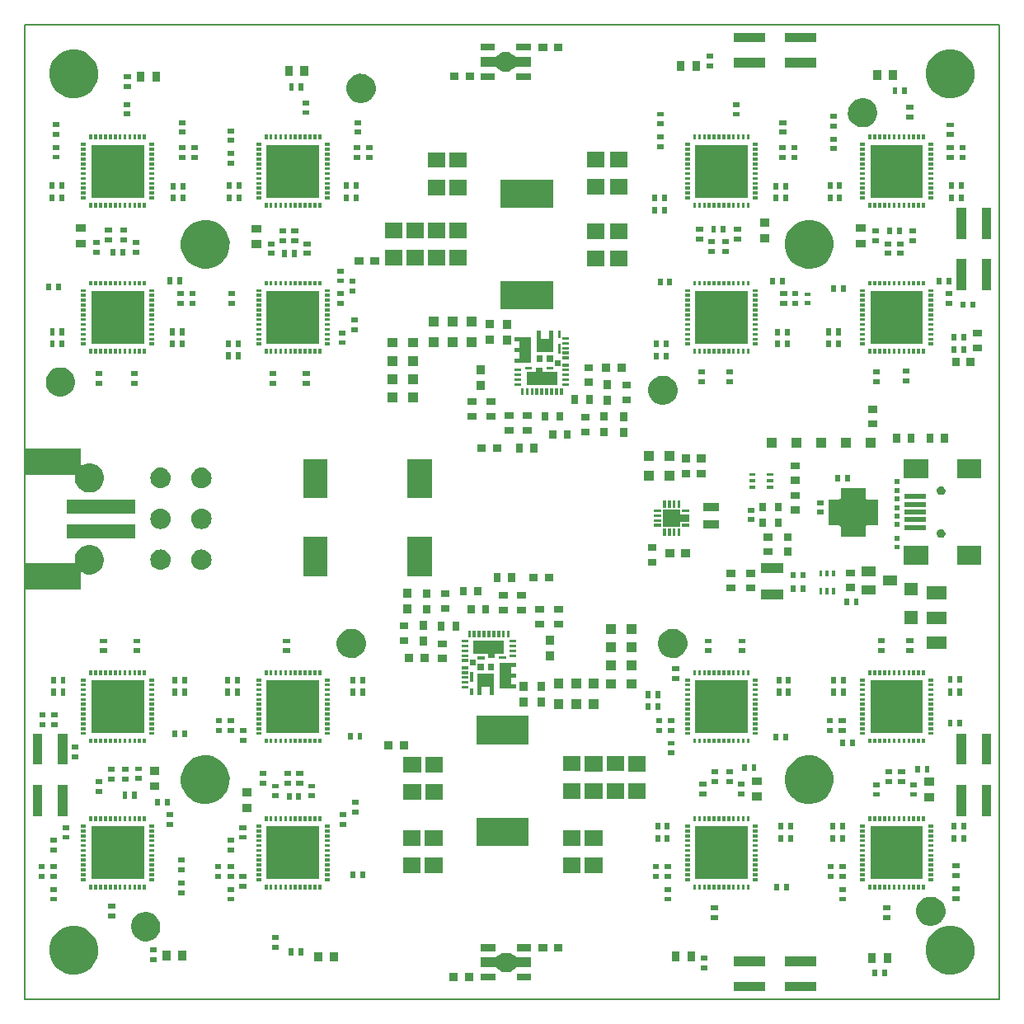
<source format=gts>
G04 (created by PCBNEW (2013-05-16 BZR 4016)-stable) date 18. 1. 2014 1:36:03*
%MOIN*%
G04 Gerber Fmt 3.4, Leading zero omitted, Abs format*
%FSLAX34Y34*%
G01*
G70*
G90*
G04 APERTURE LIST*
%ADD10C,0.00590551*%
G04 APERTURE END LIST*
G54D10*
X38779Y-61023D02*
X78149Y-61023D01*
X78149Y-61023D02*
X78149Y-21653D01*
X78149Y-21653D02*
X38779Y-21653D01*
X38779Y-21653D02*
X38779Y-61023D01*
G36*
X39478Y-51555D02*
X39084Y-51555D01*
X39084Y-50294D01*
X39478Y-50294D01*
X39478Y-51555D01*
X39478Y-51555D01*
G37*
G36*
X39478Y-53642D02*
X39084Y-53642D01*
X39084Y-52381D01*
X39478Y-52381D01*
X39478Y-53642D01*
X39478Y-53642D01*
G37*
G36*
X39567Y-55768D02*
X39330Y-55768D01*
X39330Y-55570D01*
X39567Y-55570D01*
X39567Y-55768D01*
X39567Y-55768D01*
G37*
G36*
X39567Y-56161D02*
X39330Y-56161D01*
X39330Y-55964D01*
X39567Y-55964D01*
X39567Y-56161D01*
X39567Y-56161D01*
G37*
G36*
X39596Y-49636D02*
X39359Y-49636D01*
X39359Y-49438D01*
X39596Y-49438D01*
X39596Y-49636D01*
X39596Y-49636D01*
G37*
G36*
X39596Y-50029D02*
X39359Y-50029D01*
X39359Y-49832D01*
X39596Y-49832D01*
X39596Y-50029D01*
X39596Y-50029D01*
G37*
G36*
X39833Y-32372D02*
X39635Y-32372D01*
X39635Y-32096D01*
X39833Y-32096D01*
X39833Y-32372D01*
X39833Y-32372D01*
G37*
G36*
X39961Y-28287D02*
X39763Y-28287D01*
X39763Y-28011D01*
X39961Y-28011D01*
X39961Y-28287D01*
X39961Y-28287D01*
G37*
G36*
X39961Y-28779D02*
X39763Y-28779D01*
X39763Y-28503D01*
X39961Y-28503D01*
X39961Y-28779D01*
X39961Y-28779D01*
G37*
G36*
X39980Y-34193D02*
X39783Y-34193D01*
X39783Y-33916D01*
X39980Y-33916D01*
X39980Y-34193D01*
X39980Y-34193D01*
G37*
G36*
X39980Y-34685D02*
X39783Y-34685D01*
X39783Y-34409D01*
X39980Y-34409D01*
X39980Y-34685D01*
X39980Y-34685D01*
G37*
G36*
X40020Y-48268D02*
X39822Y-48268D01*
X39822Y-47991D01*
X40020Y-47991D01*
X40020Y-48268D01*
X40020Y-48268D01*
G37*
G36*
X40020Y-48760D02*
X39822Y-48760D01*
X39822Y-48483D01*
X40020Y-48483D01*
X40020Y-48760D01*
X40020Y-48760D01*
G37*
G36*
X40079Y-54705D02*
X39802Y-54705D01*
X39802Y-54507D01*
X40079Y-54507D01*
X40079Y-54705D01*
X40079Y-54705D01*
G37*
G36*
X40079Y-55098D02*
X39802Y-55098D01*
X39802Y-54901D01*
X40079Y-54901D01*
X40079Y-55098D01*
X40079Y-55098D01*
G37*
G36*
X40079Y-55768D02*
X39802Y-55768D01*
X39802Y-55570D01*
X40079Y-55570D01*
X40079Y-55768D01*
X40079Y-55768D01*
G37*
G36*
X40079Y-56161D02*
X39802Y-56161D01*
X39802Y-55964D01*
X40079Y-55964D01*
X40079Y-56161D01*
X40079Y-56161D01*
G37*
G36*
X40079Y-56693D02*
X39802Y-56693D01*
X39802Y-56495D01*
X40079Y-56495D01*
X40079Y-56693D01*
X40079Y-56693D01*
G37*
G36*
X40079Y-57086D02*
X39802Y-57086D01*
X39802Y-56889D01*
X40079Y-56889D01*
X40079Y-57086D01*
X40079Y-57086D01*
G37*
G36*
X40108Y-49636D02*
X39832Y-49636D01*
X39832Y-49438D01*
X40108Y-49438D01*
X40108Y-49636D01*
X40108Y-49636D01*
G37*
G36*
X40108Y-50029D02*
X39832Y-50029D01*
X39832Y-49832D01*
X40108Y-49832D01*
X40108Y-50029D01*
X40108Y-50029D01*
G37*
G36*
X40177Y-25768D02*
X39901Y-25768D01*
X39901Y-25570D01*
X40177Y-25570D01*
X40177Y-25768D01*
X40177Y-25768D01*
G37*
G36*
X40177Y-26161D02*
X39901Y-26161D01*
X39901Y-25964D01*
X40177Y-25964D01*
X40177Y-26161D01*
X40177Y-26161D01*
G37*
G36*
X40177Y-26693D02*
X39901Y-26693D01*
X39901Y-26495D01*
X40177Y-26495D01*
X40177Y-26693D01*
X40177Y-26693D01*
G37*
G36*
X40177Y-27086D02*
X39901Y-27086D01*
X39901Y-26889D01*
X40177Y-26889D01*
X40177Y-27086D01*
X40177Y-27086D01*
G37*
G36*
X40226Y-32372D02*
X40029Y-32372D01*
X40029Y-32096D01*
X40226Y-32096D01*
X40226Y-32372D01*
X40226Y-32372D01*
G37*
G36*
X40354Y-28287D02*
X40157Y-28287D01*
X40157Y-28011D01*
X40354Y-28011D01*
X40354Y-28287D01*
X40354Y-28287D01*
G37*
G36*
X40354Y-28779D02*
X40157Y-28779D01*
X40157Y-28503D01*
X40354Y-28503D01*
X40354Y-28779D01*
X40354Y-28779D01*
G37*
G36*
X40374Y-34193D02*
X40176Y-34193D01*
X40176Y-33916D01*
X40374Y-33916D01*
X40374Y-34193D01*
X40374Y-34193D01*
G37*
G36*
X40374Y-34685D02*
X40176Y-34685D01*
X40176Y-34409D01*
X40374Y-34409D01*
X40374Y-34685D01*
X40374Y-34685D01*
G37*
G36*
X40413Y-48268D02*
X40216Y-48268D01*
X40216Y-47991D01*
X40413Y-47991D01*
X40413Y-48268D01*
X40413Y-48268D01*
G37*
G36*
X40413Y-48760D02*
X40216Y-48760D01*
X40216Y-48483D01*
X40413Y-48483D01*
X40413Y-48760D01*
X40413Y-48760D01*
G37*
G36*
X40482Y-51555D02*
X40088Y-51555D01*
X40088Y-50294D01*
X40482Y-50294D01*
X40482Y-51555D01*
X40482Y-51555D01*
G37*
G36*
X40482Y-53642D02*
X40088Y-53642D01*
X40088Y-52381D01*
X40482Y-52381D01*
X40482Y-53642D01*
X40482Y-53642D01*
G37*
G36*
X40571Y-54193D02*
X40294Y-54193D01*
X40294Y-53995D01*
X40571Y-53995D01*
X40571Y-54193D01*
X40571Y-54193D01*
G37*
G36*
X40571Y-54586D02*
X40294Y-54586D01*
X40294Y-54389D01*
X40571Y-54389D01*
X40571Y-54586D01*
X40571Y-54586D01*
G37*
G36*
X40797Y-36026D02*
X40795Y-36155D01*
X40769Y-36271D01*
X40723Y-36374D01*
X40655Y-36471D01*
X40573Y-36549D01*
X40472Y-36613D01*
X40367Y-36653D01*
X40250Y-36674D01*
X40137Y-36672D01*
X40021Y-36646D01*
X39918Y-36601D01*
X39820Y-36533D01*
X39742Y-36452D01*
X39678Y-36352D01*
X39636Y-36247D01*
X39615Y-36130D01*
X39616Y-36018D01*
X39641Y-35901D01*
X39685Y-35798D01*
X39753Y-35699D01*
X39833Y-35621D01*
X39933Y-35555D01*
X40037Y-35513D01*
X40154Y-35491D01*
X40266Y-35492D01*
X40383Y-35516D01*
X40487Y-35559D01*
X40586Y-35626D01*
X40665Y-35706D01*
X40731Y-35805D01*
X40774Y-35909D01*
X40797Y-36026D01*
X40797Y-36026D01*
G37*
G36*
X40935Y-50945D02*
X40659Y-50945D01*
X40659Y-50747D01*
X40935Y-50747D01*
X40935Y-50945D01*
X40935Y-50945D01*
G37*
G36*
X40935Y-51338D02*
X40659Y-51338D01*
X40659Y-51141D01*
X40935Y-51141D01*
X40935Y-51338D01*
X40935Y-51338D01*
G37*
G36*
X41220Y-30020D02*
X40826Y-30020D01*
X40826Y-29704D01*
X41220Y-29704D01*
X41220Y-30020D01*
X41220Y-30020D01*
G37*
G36*
X41220Y-30649D02*
X40826Y-30649D01*
X40826Y-30334D01*
X41220Y-30334D01*
X41220Y-30649D01*
X41220Y-30649D01*
G37*
G36*
X41241Y-26536D02*
X41044Y-26536D01*
X41044Y-26417D01*
X41241Y-26417D01*
X41241Y-26536D01*
X41241Y-26536D01*
G37*
G36*
X41241Y-26733D02*
X41044Y-26733D01*
X41044Y-26614D01*
X41241Y-26614D01*
X41241Y-26733D01*
X41241Y-26733D01*
G37*
G36*
X41241Y-26930D02*
X41044Y-26930D01*
X41044Y-26811D01*
X41241Y-26811D01*
X41241Y-26930D01*
X41241Y-26930D01*
G37*
G36*
X41241Y-27126D02*
X41044Y-27126D01*
X41044Y-27007D01*
X41241Y-27007D01*
X41241Y-27126D01*
X41241Y-27126D01*
G37*
G36*
X41241Y-27323D02*
X41044Y-27323D01*
X41044Y-27204D01*
X41241Y-27204D01*
X41241Y-27323D01*
X41241Y-27323D01*
G37*
G36*
X41241Y-27520D02*
X41044Y-27520D01*
X41044Y-27401D01*
X41241Y-27401D01*
X41241Y-27520D01*
X41241Y-27520D01*
G37*
G36*
X41241Y-27716D02*
X41044Y-27716D01*
X41044Y-27597D01*
X41241Y-27597D01*
X41241Y-27716D01*
X41241Y-27716D01*
G37*
G36*
X41241Y-27913D02*
X41044Y-27913D01*
X41044Y-27794D01*
X41241Y-27794D01*
X41241Y-27913D01*
X41241Y-27913D01*
G37*
G36*
X41241Y-28110D02*
X41044Y-28110D01*
X41044Y-27991D01*
X41241Y-27991D01*
X41241Y-28110D01*
X41241Y-28110D01*
G37*
G36*
X41241Y-28306D02*
X41044Y-28306D01*
X41044Y-28187D01*
X41241Y-28187D01*
X41241Y-28306D01*
X41241Y-28306D01*
G37*
G36*
X41241Y-28503D02*
X41044Y-28503D01*
X41044Y-28384D01*
X41241Y-28384D01*
X41241Y-28503D01*
X41241Y-28503D01*
G37*
G36*
X41241Y-28700D02*
X41044Y-28700D01*
X41044Y-28581D01*
X41241Y-28581D01*
X41241Y-28700D01*
X41241Y-28700D01*
G37*
G36*
X41241Y-32441D02*
X41044Y-32441D01*
X41044Y-32323D01*
X41241Y-32323D01*
X41241Y-32441D01*
X41241Y-32441D01*
G37*
G36*
X41241Y-32638D02*
X41044Y-32638D01*
X41044Y-32520D01*
X41241Y-32520D01*
X41241Y-32638D01*
X41241Y-32638D01*
G37*
G36*
X41241Y-32835D02*
X41044Y-32835D01*
X41044Y-32717D01*
X41241Y-32717D01*
X41241Y-32835D01*
X41241Y-32835D01*
G37*
G36*
X41241Y-33031D02*
X41044Y-33031D01*
X41044Y-32913D01*
X41241Y-32913D01*
X41241Y-33031D01*
X41241Y-33031D01*
G37*
G36*
X41241Y-33228D02*
X41044Y-33228D01*
X41044Y-33110D01*
X41241Y-33110D01*
X41241Y-33228D01*
X41241Y-33228D01*
G37*
G36*
X41241Y-33425D02*
X41044Y-33425D01*
X41044Y-33307D01*
X41241Y-33307D01*
X41241Y-33425D01*
X41241Y-33425D01*
G37*
G36*
X41241Y-33621D02*
X41044Y-33621D01*
X41044Y-33503D01*
X41241Y-33503D01*
X41241Y-33621D01*
X41241Y-33621D01*
G37*
G36*
X41241Y-33818D02*
X41044Y-33818D01*
X41044Y-33700D01*
X41241Y-33700D01*
X41241Y-33818D01*
X41241Y-33818D01*
G37*
G36*
X41241Y-34015D02*
X41044Y-34015D01*
X41044Y-33897D01*
X41241Y-33897D01*
X41241Y-34015D01*
X41241Y-34015D01*
G37*
G36*
X41241Y-34211D02*
X41044Y-34211D01*
X41044Y-34093D01*
X41241Y-34093D01*
X41241Y-34211D01*
X41241Y-34211D01*
G37*
G36*
X41241Y-34408D02*
X41044Y-34408D01*
X41044Y-34290D01*
X41241Y-34290D01*
X41241Y-34408D01*
X41241Y-34408D01*
G37*
G36*
X41241Y-34605D02*
X41044Y-34605D01*
X41044Y-34487D01*
X41241Y-34487D01*
X41241Y-34605D01*
X41241Y-34605D01*
G37*
G36*
X41241Y-48189D02*
X41044Y-48189D01*
X41044Y-48071D01*
X41241Y-48071D01*
X41241Y-48189D01*
X41241Y-48189D01*
G37*
G36*
X41241Y-48386D02*
X41044Y-48386D01*
X41044Y-48268D01*
X41241Y-48268D01*
X41241Y-48386D01*
X41241Y-48386D01*
G37*
G36*
X41241Y-48583D02*
X41044Y-48583D01*
X41044Y-48465D01*
X41241Y-48465D01*
X41241Y-48583D01*
X41241Y-48583D01*
G37*
G36*
X41241Y-48779D02*
X41044Y-48779D01*
X41044Y-48661D01*
X41241Y-48661D01*
X41241Y-48779D01*
X41241Y-48779D01*
G37*
G36*
X41241Y-48976D02*
X41044Y-48976D01*
X41044Y-48858D01*
X41241Y-48858D01*
X41241Y-48976D01*
X41241Y-48976D01*
G37*
G36*
X41241Y-49173D02*
X41044Y-49173D01*
X41044Y-49055D01*
X41241Y-49055D01*
X41241Y-49173D01*
X41241Y-49173D01*
G37*
G36*
X41241Y-49369D02*
X41044Y-49369D01*
X41044Y-49251D01*
X41241Y-49251D01*
X41241Y-49369D01*
X41241Y-49369D01*
G37*
G36*
X41241Y-49566D02*
X41044Y-49566D01*
X41044Y-49448D01*
X41241Y-49448D01*
X41241Y-49566D01*
X41241Y-49566D01*
G37*
G36*
X41241Y-49763D02*
X41044Y-49763D01*
X41044Y-49645D01*
X41241Y-49645D01*
X41241Y-49763D01*
X41241Y-49763D01*
G37*
G36*
X41241Y-49959D02*
X41044Y-49959D01*
X41044Y-49841D01*
X41241Y-49841D01*
X41241Y-49959D01*
X41241Y-49959D01*
G37*
G36*
X41241Y-50156D02*
X41044Y-50156D01*
X41044Y-50038D01*
X41241Y-50038D01*
X41241Y-50156D01*
X41241Y-50156D01*
G37*
G36*
X41241Y-50353D02*
X41044Y-50353D01*
X41044Y-50235D01*
X41241Y-50235D01*
X41241Y-50353D01*
X41241Y-50353D01*
G37*
G36*
X41241Y-54095D02*
X41044Y-54095D01*
X41044Y-53976D01*
X41241Y-53976D01*
X41241Y-54095D01*
X41241Y-54095D01*
G37*
G36*
X41241Y-54292D02*
X41044Y-54292D01*
X41044Y-54173D01*
X41241Y-54173D01*
X41241Y-54292D01*
X41241Y-54292D01*
G37*
G36*
X41241Y-54489D02*
X41044Y-54489D01*
X41044Y-54370D01*
X41241Y-54370D01*
X41241Y-54489D01*
X41241Y-54489D01*
G37*
G36*
X41241Y-54685D02*
X41044Y-54685D01*
X41044Y-54566D01*
X41241Y-54566D01*
X41241Y-54685D01*
X41241Y-54685D01*
G37*
G36*
X41241Y-54882D02*
X41044Y-54882D01*
X41044Y-54763D01*
X41241Y-54763D01*
X41241Y-54882D01*
X41241Y-54882D01*
G37*
G36*
X41241Y-55079D02*
X41044Y-55079D01*
X41044Y-54960D01*
X41241Y-54960D01*
X41241Y-55079D01*
X41241Y-55079D01*
G37*
G36*
X41241Y-55275D02*
X41044Y-55275D01*
X41044Y-55156D01*
X41241Y-55156D01*
X41241Y-55275D01*
X41241Y-55275D01*
G37*
G36*
X41241Y-55472D02*
X41044Y-55472D01*
X41044Y-55353D01*
X41241Y-55353D01*
X41241Y-55472D01*
X41241Y-55472D01*
G37*
G36*
X41241Y-55669D02*
X41044Y-55669D01*
X41044Y-55550D01*
X41241Y-55550D01*
X41241Y-55669D01*
X41241Y-55669D01*
G37*
G36*
X41241Y-55865D02*
X41044Y-55865D01*
X41044Y-55746D01*
X41241Y-55746D01*
X41241Y-55865D01*
X41241Y-55865D01*
G37*
G36*
X41241Y-56062D02*
X41044Y-56062D01*
X41044Y-55943D01*
X41241Y-55943D01*
X41241Y-56062D01*
X41241Y-56062D01*
G37*
G36*
X41241Y-56259D02*
X41044Y-56259D01*
X41044Y-56140D01*
X41241Y-56140D01*
X41241Y-56259D01*
X41241Y-56259D01*
G37*
G36*
X41497Y-26280D02*
X41378Y-26280D01*
X41378Y-26083D01*
X41497Y-26083D01*
X41497Y-26280D01*
X41497Y-26280D01*
G37*
G36*
X41497Y-29034D02*
X41378Y-29034D01*
X41378Y-28837D01*
X41497Y-28837D01*
X41497Y-29034D01*
X41497Y-29034D01*
G37*
G36*
X41497Y-32185D02*
X41378Y-32185D01*
X41378Y-31989D01*
X41497Y-31989D01*
X41497Y-32185D01*
X41497Y-32185D01*
G37*
G36*
X41497Y-34939D02*
X41378Y-34939D01*
X41378Y-34743D01*
X41497Y-34743D01*
X41497Y-34939D01*
X41497Y-34939D01*
G37*
G36*
X41497Y-47933D02*
X41378Y-47933D01*
X41378Y-47737D01*
X41497Y-47737D01*
X41497Y-47933D01*
X41497Y-47933D01*
G37*
G36*
X41497Y-50687D02*
X41378Y-50687D01*
X41378Y-50491D01*
X41497Y-50491D01*
X41497Y-50687D01*
X41497Y-50687D01*
G37*
G36*
X41497Y-53839D02*
X41378Y-53839D01*
X41378Y-53642D01*
X41497Y-53642D01*
X41497Y-53839D01*
X41497Y-53839D01*
G37*
G36*
X41497Y-56593D02*
X41378Y-56593D01*
X41378Y-56396D01*
X41497Y-56396D01*
X41497Y-56593D01*
X41497Y-56593D01*
G37*
G36*
X41694Y-26280D02*
X41575Y-26280D01*
X41575Y-26083D01*
X41694Y-26083D01*
X41694Y-26280D01*
X41694Y-26280D01*
G37*
G36*
X41694Y-29034D02*
X41575Y-29034D01*
X41575Y-28837D01*
X41694Y-28837D01*
X41694Y-29034D01*
X41694Y-29034D01*
G37*
G36*
X41694Y-32185D02*
X41575Y-32185D01*
X41575Y-31989D01*
X41694Y-31989D01*
X41694Y-32185D01*
X41694Y-32185D01*
G37*
G36*
X41694Y-34939D02*
X41575Y-34939D01*
X41575Y-34743D01*
X41694Y-34743D01*
X41694Y-34939D01*
X41694Y-34939D01*
G37*
G36*
X41694Y-47933D02*
X41575Y-47933D01*
X41575Y-47737D01*
X41694Y-47737D01*
X41694Y-47933D01*
X41694Y-47933D01*
G37*
G36*
X41694Y-50687D02*
X41575Y-50687D01*
X41575Y-50491D01*
X41694Y-50491D01*
X41694Y-50687D01*
X41694Y-50687D01*
G37*
G36*
X41694Y-53839D02*
X41575Y-53839D01*
X41575Y-53642D01*
X41694Y-53642D01*
X41694Y-53839D01*
X41694Y-53839D01*
G37*
G36*
X41694Y-56593D02*
X41575Y-56593D01*
X41575Y-56396D01*
X41694Y-56396D01*
X41694Y-56593D01*
X41694Y-56593D01*
G37*
G36*
X41732Y-23526D02*
X41729Y-23744D01*
X41686Y-23935D01*
X41608Y-24109D01*
X41495Y-24269D01*
X41358Y-24400D01*
X41192Y-24505D01*
X41015Y-24574D01*
X40822Y-24608D01*
X40632Y-24604D01*
X40440Y-24562D01*
X40266Y-24486D01*
X40105Y-24374D01*
X39973Y-24237D01*
X39867Y-24072D01*
X39797Y-23896D01*
X39762Y-23703D01*
X39764Y-23513D01*
X39805Y-23321D01*
X39880Y-23146D01*
X39991Y-22984D01*
X40126Y-22852D01*
X40291Y-22744D01*
X40467Y-22673D01*
X40660Y-22636D01*
X40849Y-22638D01*
X41042Y-22677D01*
X41216Y-22751D01*
X41380Y-22861D01*
X41513Y-22995D01*
X41622Y-23159D01*
X41694Y-23334D01*
X41732Y-23525D01*
X41732Y-23526D01*
X41732Y-23526D01*
G37*
G36*
X41732Y-58960D02*
X41729Y-59177D01*
X41686Y-59368D01*
X41608Y-59542D01*
X41495Y-59702D01*
X41358Y-59833D01*
X41192Y-59938D01*
X41015Y-60007D01*
X40822Y-60041D01*
X40632Y-60037D01*
X40440Y-59995D01*
X40266Y-59919D01*
X40105Y-59807D01*
X39973Y-59670D01*
X39867Y-59505D01*
X39797Y-59329D01*
X39762Y-59136D01*
X39764Y-58946D01*
X39805Y-58754D01*
X39880Y-58580D01*
X39991Y-58417D01*
X40126Y-58285D01*
X40291Y-58177D01*
X40467Y-58106D01*
X40660Y-58069D01*
X40849Y-58071D01*
X41042Y-58110D01*
X41216Y-58184D01*
X41380Y-58294D01*
X41513Y-58428D01*
X41622Y-58592D01*
X41694Y-58767D01*
X41732Y-58958D01*
X41732Y-58960D01*
X41732Y-58960D01*
G37*
G36*
X41791Y-30551D02*
X41515Y-30551D01*
X41515Y-30353D01*
X41791Y-30353D01*
X41791Y-30551D01*
X41791Y-30551D01*
G37*
G36*
X41791Y-30945D02*
X41515Y-30945D01*
X41515Y-30747D01*
X41791Y-30747D01*
X41791Y-30945D01*
X41791Y-30945D01*
G37*
G36*
X41891Y-26280D02*
X41772Y-26280D01*
X41772Y-26083D01*
X41891Y-26083D01*
X41891Y-26280D01*
X41891Y-26280D01*
G37*
G36*
X41891Y-29034D02*
X41772Y-29034D01*
X41772Y-28837D01*
X41891Y-28837D01*
X41891Y-29034D01*
X41891Y-29034D01*
G37*
G36*
X41891Y-32185D02*
X41772Y-32185D01*
X41772Y-31989D01*
X41891Y-31989D01*
X41891Y-32185D01*
X41891Y-32185D01*
G37*
G36*
X41891Y-34939D02*
X41772Y-34939D01*
X41772Y-34743D01*
X41891Y-34743D01*
X41891Y-34939D01*
X41891Y-34939D01*
G37*
G36*
X41891Y-47933D02*
X41772Y-47933D01*
X41772Y-47737D01*
X41891Y-47737D01*
X41891Y-47933D01*
X41891Y-47933D01*
G37*
G36*
X41891Y-50687D02*
X41772Y-50687D01*
X41772Y-50491D01*
X41891Y-50491D01*
X41891Y-50687D01*
X41891Y-50687D01*
G37*
G36*
X41891Y-53839D02*
X41772Y-53839D01*
X41772Y-53642D01*
X41891Y-53642D01*
X41891Y-53839D01*
X41891Y-53839D01*
G37*
G36*
X41891Y-56593D02*
X41772Y-56593D01*
X41772Y-56396D01*
X41891Y-56396D01*
X41891Y-56593D01*
X41891Y-56593D01*
G37*
G36*
X41909Y-35846D02*
X41633Y-35846D01*
X41633Y-35649D01*
X41909Y-35649D01*
X41909Y-35846D01*
X41909Y-35846D01*
G37*
G36*
X41909Y-36240D02*
X41633Y-36240D01*
X41633Y-36042D01*
X41909Y-36042D01*
X41909Y-36240D01*
X41909Y-36240D01*
G37*
G36*
X41909Y-52342D02*
X41633Y-52342D01*
X41633Y-52145D01*
X41909Y-52145D01*
X41909Y-52342D01*
X41909Y-52342D01*
G37*
G36*
X41909Y-52736D02*
X41633Y-52736D01*
X41633Y-52538D01*
X41909Y-52538D01*
X41909Y-52736D01*
X41909Y-52736D01*
G37*
G36*
X41969Y-39904D02*
X41967Y-40034D01*
X41941Y-40149D01*
X41895Y-40253D01*
X41827Y-40350D01*
X41745Y-40428D01*
X41645Y-40491D01*
X41539Y-40532D01*
X41422Y-40553D01*
X41309Y-40550D01*
X41193Y-40525D01*
X41090Y-40480D01*
X40992Y-40412D01*
X40914Y-40331D01*
X40850Y-40231D01*
X40808Y-40126D01*
X40787Y-40009D01*
X40788Y-39896D01*
X40797Y-39856D01*
X40797Y-39848D01*
X40794Y-39841D01*
X40788Y-39835D01*
X40781Y-39833D01*
X40774Y-39833D01*
X38808Y-39833D01*
X38808Y-38788D01*
X41014Y-38788D01*
X41014Y-39453D01*
X41014Y-39461D01*
X41017Y-39468D01*
X41022Y-39474D01*
X41029Y-39477D01*
X41037Y-39477D01*
X41044Y-39474D01*
X41105Y-39434D01*
X41209Y-39392D01*
X41326Y-39369D01*
X41438Y-39370D01*
X41556Y-39394D01*
X41659Y-39438D01*
X41758Y-39504D01*
X41837Y-39584D01*
X41903Y-39684D01*
X41946Y-39787D01*
X41969Y-39904D01*
X41969Y-39904D01*
G37*
G36*
X41969Y-43210D02*
X41967Y-43340D01*
X41941Y-43455D01*
X41895Y-43559D01*
X41827Y-43656D01*
X41745Y-43734D01*
X41645Y-43797D01*
X41539Y-43838D01*
X41422Y-43859D01*
X41309Y-43856D01*
X41193Y-43831D01*
X41090Y-43786D01*
X41044Y-43754D01*
X41037Y-43751D01*
X41029Y-43751D01*
X41022Y-43754D01*
X41017Y-43759D01*
X41014Y-43766D01*
X41014Y-43774D01*
X41014Y-44459D01*
X38808Y-44459D01*
X38808Y-43414D01*
X40778Y-43414D01*
X40785Y-43414D01*
X40792Y-43412D01*
X40798Y-43406D01*
X40801Y-43399D01*
X40801Y-43391D01*
X40787Y-43315D01*
X40788Y-43202D01*
X40813Y-43086D01*
X40857Y-42982D01*
X40925Y-42884D01*
X41005Y-42805D01*
X41105Y-42740D01*
X41209Y-42698D01*
X41326Y-42675D01*
X41438Y-42676D01*
X41556Y-42700D01*
X41659Y-42744D01*
X41758Y-42810D01*
X41837Y-42890D01*
X41903Y-42990D01*
X41946Y-43093D01*
X41969Y-43210D01*
X41969Y-43210D01*
G37*
G36*
X42086Y-46653D02*
X41810Y-46653D01*
X41810Y-46456D01*
X42086Y-46456D01*
X42086Y-46653D01*
X42086Y-46653D01*
G37*
G36*
X42086Y-47047D02*
X41810Y-47047D01*
X41810Y-46850D01*
X42086Y-46850D01*
X42086Y-47047D01*
X42086Y-47047D01*
G37*
G36*
X42087Y-26280D02*
X41968Y-26280D01*
X41968Y-26083D01*
X42087Y-26083D01*
X42087Y-26280D01*
X42087Y-26280D01*
G37*
G36*
X42087Y-29034D02*
X41968Y-29034D01*
X41968Y-28837D01*
X42087Y-28837D01*
X42087Y-29034D01*
X42087Y-29034D01*
G37*
G36*
X42087Y-32185D02*
X41968Y-32185D01*
X41968Y-31989D01*
X42087Y-31989D01*
X42087Y-32185D01*
X42087Y-32185D01*
G37*
G36*
X42087Y-34939D02*
X41968Y-34939D01*
X41968Y-34743D01*
X42087Y-34743D01*
X42087Y-34939D01*
X42087Y-34939D01*
G37*
G36*
X42087Y-47933D02*
X41968Y-47933D01*
X41968Y-47737D01*
X42087Y-47737D01*
X42087Y-47933D01*
X42087Y-47933D01*
G37*
G36*
X42087Y-50687D02*
X41968Y-50687D01*
X41968Y-50491D01*
X42087Y-50491D01*
X42087Y-50687D01*
X42087Y-50687D01*
G37*
G36*
X42087Y-53839D02*
X41968Y-53839D01*
X41968Y-53642D01*
X42087Y-53642D01*
X42087Y-53839D01*
X42087Y-53839D01*
G37*
G36*
X42087Y-56593D02*
X41968Y-56593D01*
X41968Y-56396D01*
X42087Y-56396D01*
X42087Y-56593D01*
X42087Y-56593D01*
G37*
G36*
X42283Y-30039D02*
X42007Y-30039D01*
X42007Y-29842D01*
X42283Y-29842D01*
X42283Y-30039D01*
X42283Y-30039D01*
G37*
G36*
X42283Y-30433D02*
X42007Y-30433D01*
X42007Y-30235D01*
X42283Y-30235D01*
X42283Y-30433D01*
X42283Y-30433D01*
G37*
G36*
X42284Y-26280D02*
X42165Y-26280D01*
X42165Y-26083D01*
X42284Y-26083D01*
X42284Y-26280D01*
X42284Y-26280D01*
G37*
G36*
X42284Y-29034D02*
X42165Y-29034D01*
X42165Y-28837D01*
X42284Y-28837D01*
X42284Y-29034D01*
X42284Y-29034D01*
G37*
G36*
X42284Y-32185D02*
X42165Y-32185D01*
X42165Y-31989D01*
X42284Y-31989D01*
X42284Y-32185D01*
X42284Y-32185D01*
G37*
G36*
X42284Y-34939D02*
X42165Y-34939D01*
X42165Y-34743D01*
X42284Y-34743D01*
X42284Y-34939D01*
X42284Y-34939D01*
G37*
G36*
X42284Y-47933D02*
X42165Y-47933D01*
X42165Y-47737D01*
X42284Y-47737D01*
X42284Y-47933D01*
X42284Y-47933D01*
G37*
G36*
X42284Y-50687D02*
X42165Y-50687D01*
X42165Y-50491D01*
X42284Y-50491D01*
X42284Y-50687D01*
X42284Y-50687D01*
G37*
G36*
X42284Y-53839D02*
X42165Y-53839D01*
X42165Y-53642D01*
X42284Y-53642D01*
X42284Y-53839D01*
X42284Y-53839D01*
G37*
G36*
X42284Y-56593D02*
X42165Y-56593D01*
X42165Y-56396D01*
X42284Y-56396D01*
X42284Y-56593D01*
X42284Y-56593D01*
G37*
G36*
X42401Y-51831D02*
X42125Y-51831D01*
X42125Y-51633D01*
X42401Y-51633D01*
X42401Y-51831D01*
X42401Y-51831D01*
G37*
G36*
X42401Y-52224D02*
X42125Y-52224D01*
X42125Y-52027D01*
X42401Y-52027D01*
X42401Y-52224D01*
X42401Y-52224D01*
G37*
G36*
X42421Y-57372D02*
X42145Y-57372D01*
X42145Y-57174D01*
X42421Y-57174D01*
X42421Y-57372D01*
X42421Y-57372D01*
G37*
G36*
X42421Y-57766D02*
X42145Y-57766D01*
X42145Y-57568D01*
X42421Y-57568D01*
X42421Y-57766D01*
X42421Y-57766D01*
G37*
G36*
X42441Y-30984D02*
X42243Y-30984D01*
X42243Y-30708D01*
X42441Y-30708D01*
X42441Y-30984D01*
X42441Y-30984D01*
G37*
G36*
X42481Y-26280D02*
X42362Y-26280D01*
X42362Y-26083D01*
X42481Y-26083D01*
X42481Y-26280D01*
X42481Y-26280D01*
G37*
G36*
X42481Y-29034D02*
X42362Y-29034D01*
X42362Y-28837D01*
X42481Y-28837D01*
X42481Y-29034D01*
X42481Y-29034D01*
G37*
G36*
X42481Y-32185D02*
X42362Y-32185D01*
X42362Y-31989D01*
X42481Y-31989D01*
X42481Y-32185D01*
X42481Y-32185D01*
G37*
G36*
X42481Y-34939D02*
X42362Y-34939D01*
X42362Y-34743D01*
X42481Y-34743D01*
X42481Y-34939D01*
X42481Y-34939D01*
G37*
G36*
X42481Y-47933D02*
X42362Y-47933D01*
X42362Y-47737D01*
X42481Y-47737D01*
X42481Y-47933D01*
X42481Y-47933D01*
G37*
G36*
X42481Y-50687D02*
X42362Y-50687D01*
X42362Y-50491D01*
X42481Y-50491D01*
X42481Y-50687D01*
X42481Y-50687D01*
G37*
G36*
X42481Y-53839D02*
X42362Y-53839D01*
X42362Y-53642D01*
X42481Y-53642D01*
X42481Y-53839D01*
X42481Y-53839D01*
G37*
G36*
X42481Y-56593D02*
X42362Y-56593D01*
X42362Y-56396D01*
X42481Y-56396D01*
X42481Y-56593D01*
X42481Y-56593D01*
G37*
G36*
X42677Y-26280D02*
X42558Y-26280D01*
X42558Y-26083D01*
X42677Y-26083D01*
X42677Y-26280D01*
X42677Y-26280D01*
G37*
G36*
X42677Y-29034D02*
X42558Y-29034D01*
X42558Y-28837D01*
X42677Y-28837D01*
X42677Y-29034D01*
X42677Y-29034D01*
G37*
G36*
X42677Y-32185D02*
X42558Y-32185D01*
X42558Y-31989D01*
X42677Y-31989D01*
X42677Y-32185D01*
X42677Y-32185D01*
G37*
G36*
X42677Y-34939D02*
X42558Y-34939D01*
X42558Y-34743D01*
X42677Y-34743D01*
X42677Y-34939D01*
X42677Y-34939D01*
G37*
G36*
X42677Y-47933D02*
X42558Y-47933D01*
X42558Y-47737D01*
X42677Y-47737D01*
X42677Y-47933D01*
X42677Y-47933D01*
G37*
G36*
X42677Y-50687D02*
X42558Y-50687D01*
X42558Y-50491D01*
X42677Y-50491D01*
X42677Y-50687D01*
X42677Y-50687D01*
G37*
G36*
X42677Y-53839D02*
X42558Y-53839D01*
X42558Y-53642D01*
X42677Y-53642D01*
X42677Y-53839D01*
X42677Y-53839D01*
G37*
G36*
X42677Y-56593D02*
X42558Y-56593D01*
X42558Y-56396D01*
X42677Y-56396D01*
X42677Y-56593D01*
X42677Y-56593D01*
G37*
G36*
X42835Y-30984D02*
X42637Y-30984D01*
X42637Y-30708D01*
X42835Y-30708D01*
X42835Y-30984D01*
X42835Y-30984D01*
G37*
G36*
X42874Y-26280D02*
X42755Y-26280D01*
X42755Y-26083D01*
X42874Y-26083D01*
X42874Y-26280D01*
X42874Y-26280D01*
G37*
G36*
X42874Y-29034D02*
X42755Y-29034D01*
X42755Y-28837D01*
X42874Y-28837D01*
X42874Y-29034D01*
X42874Y-29034D01*
G37*
G36*
X42874Y-32185D02*
X42755Y-32185D01*
X42755Y-31989D01*
X42874Y-31989D01*
X42874Y-32185D01*
X42874Y-32185D01*
G37*
G36*
X42874Y-34939D02*
X42755Y-34939D01*
X42755Y-34743D01*
X42874Y-34743D01*
X42874Y-34939D01*
X42874Y-34939D01*
G37*
G36*
X42874Y-47933D02*
X42755Y-47933D01*
X42755Y-47737D01*
X42874Y-47737D01*
X42874Y-47933D01*
X42874Y-47933D01*
G37*
G36*
X42874Y-50687D02*
X42755Y-50687D01*
X42755Y-50491D01*
X42874Y-50491D01*
X42874Y-50687D01*
X42874Y-50687D01*
G37*
G36*
X42874Y-53839D02*
X42755Y-53839D01*
X42755Y-53642D01*
X42874Y-53642D01*
X42874Y-53839D01*
X42874Y-53839D01*
G37*
G36*
X42874Y-56593D02*
X42755Y-56593D01*
X42755Y-56396D01*
X42874Y-56396D01*
X42874Y-56593D01*
X42874Y-56593D01*
G37*
G36*
X42913Y-30039D02*
X42637Y-30039D01*
X42637Y-29842D01*
X42913Y-29842D01*
X42913Y-30039D01*
X42913Y-30039D01*
G37*
G36*
X42913Y-30433D02*
X42637Y-30433D01*
X42637Y-30235D01*
X42913Y-30235D01*
X42913Y-30433D01*
X42913Y-30433D01*
G37*
G36*
X42913Y-52923D02*
X42716Y-52923D01*
X42716Y-52647D01*
X42913Y-52647D01*
X42913Y-52923D01*
X42913Y-52923D01*
G37*
G36*
X42972Y-51831D02*
X42696Y-51831D01*
X42696Y-51633D01*
X42972Y-51633D01*
X42972Y-51831D01*
X42972Y-51831D01*
G37*
G36*
X42972Y-52224D02*
X42696Y-52224D01*
X42696Y-52027D01*
X42972Y-52027D01*
X42972Y-52224D01*
X42972Y-52224D01*
G37*
G36*
X43043Y-24957D02*
X42767Y-24957D01*
X42767Y-24759D01*
X43043Y-24759D01*
X43043Y-24957D01*
X43043Y-24957D01*
G37*
G36*
X43043Y-25350D02*
X42767Y-25350D01*
X42767Y-25153D01*
X43043Y-25153D01*
X43043Y-25350D01*
X43043Y-25350D01*
G37*
G36*
X43051Y-23838D02*
X42775Y-23838D01*
X42775Y-23641D01*
X43051Y-23641D01*
X43051Y-23838D01*
X43051Y-23838D01*
G37*
G36*
X43051Y-24232D02*
X42775Y-24232D01*
X42775Y-24035D01*
X43051Y-24035D01*
X43051Y-24232D01*
X43051Y-24232D01*
G37*
G36*
X43071Y-26280D02*
X42952Y-26280D01*
X42952Y-26083D01*
X43071Y-26083D01*
X43071Y-26280D01*
X43071Y-26280D01*
G37*
G36*
X43071Y-29034D02*
X42952Y-29034D01*
X42952Y-28837D01*
X43071Y-28837D01*
X43071Y-29034D01*
X43071Y-29034D01*
G37*
G36*
X43071Y-32185D02*
X42952Y-32185D01*
X42952Y-31989D01*
X43071Y-31989D01*
X43071Y-32185D01*
X43071Y-32185D01*
G37*
G36*
X43071Y-34939D02*
X42952Y-34939D01*
X42952Y-34743D01*
X43071Y-34743D01*
X43071Y-34939D01*
X43071Y-34939D01*
G37*
G36*
X43071Y-47933D02*
X42952Y-47933D01*
X42952Y-47737D01*
X43071Y-47737D01*
X43071Y-47933D01*
X43071Y-47933D01*
G37*
G36*
X43071Y-50687D02*
X42952Y-50687D01*
X42952Y-50491D01*
X43071Y-50491D01*
X43071Y-50687D01*
X43071Y-50687D01*
G37*
G36*
X43071Y-53839D02*
X42952Y-53839D01*
X42952Y-53642D01*
X43071Y-53642D01*
X43071Y-53839D01*
X43071Y-53839D01*
G37*
G36*
X43071Y-56593D02*
X42952Y-56593D01*
X42952Y-56396D01*
X43071Y-56396D01*
X43071Y-56593D01*
X43071Y-56593D01*
G37*
G36*
X43218Y-41407D02*
X40462Y-41407D01*
X40462Y-40855D01*
X43218Y-40855D01*
X43218Y-41407D01*
X43218Y-41407D01*
G37*
G36*
X43218Y-42392D02*
X40462Y-42392D01*
X40462Y-41840D01*
X43218Y-41840D01*
X43218Y-42392D01*
X43218Y-42392D01*
G37*
G36*
X43267Y-26280D02*
X43148Y-26280D01*
X43148Y-26083D01*
X43267Y-26083D01*
X43267Y-26280D01*
X43267Y-26280D01*
G37*
G36*
X43267Y-29034D02*
X43148Y-29034D01*
X43148Y-28837D01*
X43267Y-28837D01*
X43267Y-29034D01*
X43267Y-29034D01*
G37*
G36*
X43267Y-32185D02*
X43148Y-32185D01*
X43148Y-31989D01*
X43267Y-31989D01*
X43267Y-32185D01*
X43267Y-32185D01*
G37*
G36*
X43267Y-34939D02*
X43148Y-34939D01*
X43148Y-34743D01*
X43267Y-34743D01*
X43267Y-34939D01*
X43267Y-34939D01*
G37*
G36*
X43267Y-47933D02*
X43148Y-47933D01*
X43148Y-47737D01*
X43267Y-47737D01*
X43267Y-47933D01*
X43267Y-47933D01*
G37*
G36*
X43267Y-50687D02*
X43148Y-50687D01*
X43148Y-50491D01*
X43267Y-50491D01*
X43267Y-50687D01*
X43267Y-50687D01*
G37*
G36*
X43267Y-53839D02*
X43148Y-53839D01*
X43148Y-53642D01*
X43267Y-53642D01*
X43267Y-53839D01*
X43267Y-53839D01*
G37*
G36*
X43267Y-56593D02*
X43148Y-56593D01*
X43148Y-56396D01*
X43267Y-56396D01*
X43267Y-56593D01*
X43267Y-56593D01*
G37*
G36*
X43307Y-52923D02*
X43109Y-52923D01*
X43109Y-52647D01*
X43307Y-52647D01*
X43307Y-52923D01*
X43307Y-52923D01*
G37*
G36*
X43346Y-35846D02*
X43070Y-35846D01*
X43070Y-35649D01*
X43346Y-35649D01*
X43346Y-35846D01*
X43346Y-35846D01*
G37*
G36*
X43346Y-36240D02*
X43070Y-36240D01*
X43070Y-36042D01*
X43346Y-36042D01*
X43346Y-36240D01*
X43346Y-36240D01*
G37*
G36*
X43398Y-30547D02*
X43121Y-30547D01*
X43121Y-30350D01*
X43398Y-30350D01*
X43398Y-30547D01*
X43398Y-30547D01*
G37*
G36*
X43398Y-30941D02*
X43121Y-30941D01*
X43121Y-30743D01*
X43398Y-30743D01*
X43398Y-30941D01*
X43398Y-30941D01*
G37*
G36*
X43425Y-46653D02*
X43149Y-46653D01*
X43149Y-46456D01*
X43425Y-46456D01*
X43425Y-46653D01*
X43425Y-46653D01*
G37*
G36*
X43425Y-47047D02*
X43149Y-47047D01*
X43149Y-46850D01*
X43425Y-46850D01*
X43425Y-47047D01*
X43425Y-47047D01*
G37*
G36*
X43464Y-26280D02*
X43345Y-26280D01*
X43345Y-26083D01*
X43464Y-26083D01*
X43464Y-26280D01*
X43464Y-26280D01*
G37*
G36*
X43464Y-29034D02*
X43345Y-29034D01*
X43345Y-28837D01*
X43464Y-28837D01*
X43464Y-29034D01*
X43464Y-29034D01*
G37*
G36*
X43464Y-32185D02*
X43345Y-32185D01*
X43345Y-31989D01*
X43464Y-31989D01*
X43464Y-32185D01*
X43464Y-32185D01*
G37*
G36*
X43464Y-34939D02*
X43345Y-34939D01*
X43345Y-34743D01*
X43464Y-34743D01*
X43464Y-34939D01*
X43464Y-34939D01*
G37*
G36*
X43464Y-47933D02*
X43345Y-47933D01*
X43345Y-47737D01*
X43464Y-47737D01*
X43464Y-47933D01*
X43464Y-47933D01*
G37*
G36*
X43464Y-50687D02*
X43345Y-50687D01*
X43345Y-50491D01*
X43464Y-50491D01*
X43464Y-50687D01*
X43464Y-50687D01*
G37*
G36*
X43464Y-53839D02*
X43345Y-53839D01*
X43345Y-53642D01*
X43464Y-53642D01*
X43464Y-53839D01*
X43464Y-53839D01*
G37*
G36*
X43464Y-56593D02*
X43345Y-56593D01*
X43345Y-56396D01*
X43464Y-56396D01*
X43464Y-56593D01*
X43464Y-56593D01*
G37*
G36*
X43504Y-51821D02*
X43227Y-51821D01*
X43227Y-51623D01*
X43504Y-51623D01*
X43504Y-51821D01*
X43504Y-51821D01*
G37*
G36*
X43504Y-52214D02*
X43227Y-52214D01*
X43227Y-52017D01*
X43504Y-52017D01*
X43504Y-52214D01*
X43504Y-52214D01*
G37*
G36*
X43583Y-28622D02*
X41456Y-28622D01*
X41456Y-26495D01*
X43583Y-26495D01*
X43583Y-28622D01*
X43583Y-28622D01*
G37*
G36*
X43583Y-34527D02*
X41456Y-34527D01*
X41456Y-32401D01*
X43583Y-32401D01*
X43583Y-34527D01*
X43583Y-34527D01*
G37*
G36*
X43583Y-50275D02*
X41456Y-50275D01*
X41456Y-48149D01*
X43583Y-48149D01*
X43583Y-50275D01*
X43583Y-50275D01*
G37*
G36*
X43583Y-56181D02*
X41456Y-56181D01*
X41456Y-54054D01*
X43583Y-54054D01*
X43583Y-56181D01*
X43583Y-56181D01*
G37*
G36*
X43602Y-23937D02*
X43287Y-23937D01*
X43287Y-23542D01*
X43602Y-23542D01*
X43602Y-23937D01*
X43602Y-23937D01*
G37*
G36*
X43661Y-26280D02*
X43542Y-26280D01*
X43542Y-26083D01*
X43661Y-26083D01*
X43661Y-26280D01*
X43661Y-26280D01*
G37*
G36*
X43661Y-29034D02*
X43542Y-29034D01*
X43542Y-28837D01*
X43661Y-28837D01*
X43661Y-29034D01*
X43661Y-29034D01*
G37*
G36*
X43661Y-32185D02*
X43542Y-32185D01*
X43542Y-31989D01*
X43661Y-31989D01*
X43661Y-32185D01*
X43661Y-32185D01*
G37*
G36*
X43661Y-34939D02*
X43542Y-34939D01*
X43542Y-34743D01*
X43661Y-34743D01*
X43661Y-34939D01*
X43661Y-34939D01*
G37*
G36*
X43661Y-47933D02*
X43542Y-47933D01*
X43542Y-47737D01*
X43661Y-47737D01*
X43661Y-47933D01*
X43661Y-47933D01*
G37*
G36*
X43661Y-50687D02*
X43542Y-50687D01*
X43542Y-50491D01*
X43661Y-50491D01*
X43661Y-50687D01*
X43661Y-50687D01*
G37*
G36*
X43661Y-53839D02*
X43542Y-53839D01*
X43542Y-53642D01*
X43661Y-53642D01*
X43661Y-53839D01*
X43661Y-53839D01*
G37*
G36*
X43661Y-56593D02*
X43542Y-56593D01*
X43542Y-56396D01*
X43661Y-56396D01*
X43661Y-56593D01*
X43661Y-56593D01*
G37*
G36*
X43995Y-26536D02*
X43798Y-26536D01*
X43798Y-26417D01*
X43995Y-26417D01*
X43995Y-26536D01*
X43995Y-26536D01*
G37*
G36*
X43995Y-26733D02*
X43798Y-26733D01*
X43798Y-26614D01*
X43995Y-26614D01*
X43995Y-26733D01*
X43995Y-26733D01*
G37*
G36*
X43995Y-26930D02*
X43798Y-26930D01*
X43798Y-26811D01*
X43995Y-26811D01*
X43995Y-26930D01*
X43995Y-26930D01*
G37*
G36*
X43995Y-27126D02*
X43798Y-27126D01*
X43798Y-27007D01*
X43995Y-27007D01*
X43995Y-27126D01*
X43995Y-27126D01*
G37*
G36*
X43995Y-27323D02*
X43798Y-27323D01*
X43798Y-27204D01*
X43995Y-27204D01*
X43995Y-27323D01*
X43995Y-27323D01*
G37*
G36*
X43995Y-27520D02*
X43798Y-27520D01*
X43798Y-27401D01*
X43995Y-27401D01*
X43995Y-27520D01*
X43995Y-27520D01*
G37*
G36*
X43995Y-27716D02*
X43798Y-27716D01*
X43798Y-27597D01*
X43995Y-27597D01*
X43995Y-27716D01*
X43995Y-27716D01*
G37*
G36*
X43995Y-27913D02*
X43798Y-27913D01*
X43798Y-27794D01*
X43995Y-27794D01*
X43995Y-27913D01*
X43995Y-27913D01*
G37*
G36*
X43995Y-28110D02*
X43798Y-28110D01*
X43798Y-27991D01*
X43995Y-27991D01*
X43995Y-28110D01*
X43995Y-28110D01*
G37*
G36*
X43995Y-28306D02*
X43798Y-28306D01*
X43798Y-28187D01*
X43995Y-28187D01*
X43995Y-28306D01*
X43995Y-28306D01*
G37*
G36*
X43995Y-28503D02*
X43798Y-28503D01*
X43798Y-28384D01*
X43995Y-28384D01*
X43995Y-28503D01*
X43995Y-28503D01*
G37*
G36*
X43995Y-28700D02*
X43798Y-28700D01*
X43798Y-28581D01*
X43995Y-28581D01*
X43995Y-28700D01*
X43995Y-28700D01*
G37*
G36*
X43995Y-32441D02*
X43798Y-32441D01*
X43798Y-32323D01*
X43995Y-32323D01*
X43995Y-32441D01*
X43995Y-32441D01*
G37*
G36*
X43995Y-32638D02*
X43798Y-32638D01*
X43798Y-32520D01*
X43995Y-32520D01*
X43995Y-32638D01*
X43995Y-32638D01*
G37*
G36*
X43995Y-32835D02*
X43798Y-32835D01*
X43798Y-32717D01*
X43995Y-32717D01*
X43995Y-32835D01*
X43995Y-32835D01*
G37*
G36*
X43995Y-33031D02*
X43798Y-33031D01*
X43798Y-32913D01*
X43995Y-32913D01*
X43995Y-33031D01*
X43995Y-33031D01*
G37*
G36*
X43995Y-33228D02*
X43798Y-33228D01*
X43798Y-33110D01*
X43995Y-33110D01*
X43995Y-33228D01*
X43995Y-33228D01*
G37*
G36*
X43995Y-33425D02*
X43798Y-33425D01*
X43798Y-33307D01*
X43995Y-33307D01*
X43995Y-33425D01*
X43995Y-33425D01*
G37*
G36*
X43995Y-33621D02*
X43798Y-33621D01*
X43798Y-33503D01*
X43995Y-33503D01*
X43995Y-33621D01*
X43995Y-33621D01*
G37*
G36*
X43995Y-33818D02*
X43798Y-33818D01*
X43798Y-33700D01*
X43995Y-33700D01*
X43995Y-33818D01*
X43995Y-33818D01*
G37*
G36*
X43995Y-34015D02*
X43798Y-34015D01*
X43798Y-33897D01*
X43995Y-33897D01*
X43995Y-34015D01*
X43995Y-34015D01*
G37*
G36*
X43995Y-34211D02*
X43798Y-34211D01*
X43798Y-34093D01*
X43995Y-34093D01*
X43995Y-34211D01*
X43995Y-34211D01*
G37*
G36*
X43995Y-34408D02*
X43798Y-34408D01*
X43798Y-34290D01*
X43995Y-34290D01*
X43995Y-34408D01*
X43995Y-34408D01*
G37*
G36*
X43995Y-34605D02*
X43798Y-34605D01*
X43798Y-34487D01*
X43995Y-34487D01*
X43995Y-34605D01*
X43995Y-34605D01*
G37*
G36*
X43995Y-48189D02*
X43798Y-48189D01*
X43798Y-48071D01*
X43995Y-48071D01*
X43995Y-48189D01*
X43995Y-48189D01*
G37*
G36*
X43995Y-48386D02*
X43798Y-48386D01*
X43798Y-48268D01*
X43995Y-48268D01*
X43995Y-48386D01*
X43995Y-48386D01*
G37*
G36*
X43995Y-48583D02*
X43798Y-48583D01*
X43798Y-48465D01*
X43995Y-48465D01*
X43995Y-48583D01*
X43995Y-48583D01*
G37*
G36*
X43995Y-48779D02*
X43798Y-48779D01*
X43798Y-48661D01*
X43995Y-48661D01*
X43995Y-48779D01*
X43995Y-48779D01*
G37*
G36*
X43995Y-48976D02*
X43798Y-48976D01*
X43798Y-48858D01*
X43995Y-48858D01*
X43995Y-48976D01*
X43995Y-48976D01*
G37*
G36*
X43995Y-49173D02*
X43798Y-49173D01*
X43798Y-49055D01*
X43995Y-49055D01*
X43995Y-49173D01*
X43995Y-49173D01*
G37*
G36*
X43995Y-49369D02*
X43798Y-49369D01*
X43798Y-49251D01*
X43995Y-49251D01*
X43995Y-49369D01*
X43995Y-49369D01*
G37*
G36*
X43995Y-49566D02*
X43798Y-49566D01*
X43798Y-49448D01*
X43995Y-49448D01*
X43995Y-49566D01*
X43995Y-49566D01*
G37*
G36*
X43995Y-49763D02*
X43798Y-49763D01*
X43798Y-49645D01*
X43995Y-49645D01*
X43995Y-49763D01*
X43995Y-49763D01*
G37*
G36*
X43995Y-49959D02*
X43798Y-49959D01*
X43798Y-49841D01*
X43995Y-49841D01*
X43995Y-49959D01*
X43995Y-49959D01*
G37*
G36*
X43995Y-50156D02*
X43798Y-50156D01*
X43798Y-50038D01*
X43995Y-50038D01*
X43995Y-50156D01*
X43995Y-50156D01*
G37*
G36*
X43995Y-50353D02*
X43798Y-50353D01*
X43798Y-50235D01*
X43995Y-50235D01*
X43995Y-50353D01*
X43995Y-50353D01*
G37*
G36*
X43995Y-54095D02*
X43798Y-54095D01*
X43798Y-53976D01*
X43995Y-53976D01*
X43995Y-54095D01*
X43995Y-54095D01*
G37*
G36*
X43995Y-54292D02*
X43798Y-54292D01*
X43798Y-54173D01*
X43995Y-54173D01*
X43995Y-54292D01*
X43995Y-54292D01*
G37*
G36*
X43995Y-54489D02*
X43798Y-54489D01*
X43798Y-54370D01*
X43995Y-54370D01*
X43995Y-54489D01*
X43995Y-54489D01*
G37*
G36*
X43995Y-54685D02*
X43798Y-54685D01*
X43798Y-54566D01*
X43995Y-54566D01*
X43995Y-54685D01*
X43995Y-54685D01*
G37*
G36*
X43995Y-54882D02*
X43798Y-54882D01*
X43798Y-54763D01*
X43995Y-54763D01*
X43995Y-54882D01*
X43995Y-54882D01*
G37*
G36*
X43995Y-55079D02*
X43798Y-55079D01*
X43798Y-54960D01*
X43995Y-54960D01*
X43995Y-55079D01*
X43995Y-55079D01*
G37*
G36*
X43995Y-55275D02*
X43798Y-55275D01*
X43798Y-55156D01*
X43995Y-55156D01*
X43995Y-55275D01*
X43995Y-55275D01*
G37*
G36*
X43995Y-55472D02*
X43798Y-55472D01*
X43798Y-55353D01*
X43995Y-55353D01*
X43995Y-55472D01*
X43995Y-55472D01*
G37*
G36*
X43995Y-55669D02*
X43798Y-55669D01*
X43798Y-55550D01*
X43995Y-55550D01*
X43995Y-55669D01*
X43995Y-55669D01*
G37*
G36*
X43995Y-55865D02*
X43798Y-55865D01*
X43798Y-55746D01*
X43995Y-55746D01*
X43995Y-55865D01*
X43995Y-55865D01*
G37*
G36*
X43995Y-56062D02*
X43798Y-56062D01*
X43798Y-55943D01*
X43995Y-55943D01*
X43995Y-56062D01*
X43995Y-56062D01*
G37*
G36*
X43995Y-56259D02*
X43798Y-56259D01*
X43798Y-56140D01*
X43995Y-56140D01*
X43995Y-56259D01*
X43995Y-56259D01*
G37*
G36*
X44104Y-59144D02*
X43828Y-59144D01*
X43828Y-58946D01*
X44104Y-58946D01*
X44104Y-59144D01*
X44104Y-59144D01*
G37*
G36*
X44104Y-59537D02*
X43828Y-59537D01*
X43828Y-59340D01*
X44104Y-59340D01*
X44104Y-59537D01*
X44104Y-59537D01*
G37*
G36*
X44212Y-51959D02*
X43818Y-51959D01*
X43818Y-51643D01*
X44212Y-51643D01*
X44212Y-51959D01*
X44212Y-51959D01*
G37*
G36*
X44212Y-52588D02*
X43818Y-52588D01*
X43818Y-52273D01*
X44212Y-52273D01*
X44212Y-52588D01*
X44212Y-52588D01*
G37*
G36*
X44222Y-53218D02*
X44025Y-53218D01*
X44025Y-52942D01*
X44222Y-52942D01*
X44222Y-53218D01*
X44222Y-53218D01*
G37*
G36*
X44232Y-23937D02*
X43916Y-23937D01*
X43916Y-23542D01*
X44232Y-23542D01*
X44232Y-23937D01*
X44232Y-23937D01*
G37*
G36*
X44242Y-58043D02*
X44240Y-58173D01*
X44214Y-58289D01*
X44168Y-58392D01*
X44099Y-58489D01*
X44018Y-58567D01*
X43917Y-58630D01*
X43812Y-58671D01*
X43695Y-58692D01*
X43582Y-58689D01*
X43466Y-58664D01*
X43363Y-58619D01*
X43265Y-58551D01*
X43187Y-58470D01*
X43122Y-58370D01*
X43081Y-58265D01*
X43059Y-58148D01*
X43061Y-58035D01*
X43086Y-57919D01*
X43130Y-57815D01*
X43197Y-57717D01*
X43278Y-57638D01*
X43378Y-57573D01*
X43482Y-57531D01*
X43599Y-57509D01*
X43711Y-57509D01*
X43828Y-57533D01*
X43932Y-57577D01*
X44031Y-57644D01*
X44110Y-57723D01*
X44176Y-57823D01*
X44219Y-57927D01*
X44242Y-58043D01*
X44242Y-58043D01*
G37*
G36*
X44616Y-53218D02*
X44418Y-53218D01*
X44418Y-52942D01*
X44616Y-52942D01*
X44616Y-53218D01*
X44616Y-53218D01*
G37*
G36*
X44655Y-59459D02*
X44340Y-59459D01*
X44340Y-59064D01*
X44655Y-59064D01*
X44655Y-59459D01*
X44655Y-59459D01*
G37*
G36*
X44666Y-39962D02*
X44666Y-39965D01*
X44665Y-39968D01*
X44665Y-39968D01*
X44656Y-40049D01*
X44656Y-40049D01*
X44656Y-40049D01*
X44632Y-40125D01*
X44593Y-40196D01*
X44541Y-40258D01*
X44478Y-40308D01*
X44407Y-40346D01*
X44329Y-40368D01*
X44249Y-40376D01*
X44169Y-40367D01*
X44092Y-40344D01*
X44021Y-40305D01*
X43959Y-40254D01*
X43908Y-40191D01*
X43870Y-40120D01*
X43847Y-40043D01*
X43839Y-39959D01*
X43839Y-39956D01*
X43839Y-39953D01*
X43839Y-39953D01*
X43848Y-39873D01*
X43848Y-39873D01*
X43848Y-39872D01*
X43873Y-39796D01*
X43912Y-39725D01*
X43963Y-39664D01*
X44026Y-39613D01*
X44097Y-39576D01*
X44175Y-39553D01*
X44255Y-39546D01*
X44335Y-39554D01*
X44412Y-39578D01*
X44483Y-39616D01*
X44545Y-39668D01*
X44596Y-39730D01*
X44634Y-39801D01*
X44657Y-39878D01*
X44666Y-39962D01*
X44666Y-39962D01*
G37*
G36*
X44666Y-41615D02*
X44666Y-41618D01*
X44665Y-41621D01*
X44665Y-41621D01*
X44656Y-41702D01*
X44656Y-41702D01*
X44656Y-41702D01*
X44632Y-41778D01*
X44593Y-41849D01*
X44541Y-41911D01*
X44478Y-41961D01*
X44407Y-41999D01*
X44329Y-42021D01*
X44249Y-42029D01*
X44169Y-42020D01*
X44092Y-41997D01*
X44021Y-41958D01*
X43959Y-41907D01*
X43908Y-41844D01*
X43870Y-41773D01*
X43847Y-41696D01*
X43839Y-41612D01*
X43839Y-41609D01*
X43839Y-41606D01*
X43839Y-41606D01*
X43848Y-41526D01*
X43848Y-41526D01*
X43848Y-41525D01*
X43873Y-41449D01*
X43912Y-41378D01*
X43963Y-41317D01*
X44026Y-41266D01*
X44097Y-41229D01*
X44175Y-41206D01*
X44255Y-41199D01*
X44335Y-41207D01*
X44412Y-41231D01*
X44483Y-41269D01*
X44545Y-41321D01*
X44596Y-41383D01*
X44634Y-41454D01*
X44657Y-41531D01*
X44666Y-41615D01*
X44666Y-41615D01*
G37*
G36*
X44666Y-43268D02*
X44666Y-43271D01*
X44665Y-43274D01*
X44665Y-43274D01*
X44656Y-43355D01*
X44656Y-43355D01*
X44656Y-43355D01*
X44632Y-43431D01*
X44593Y-43502D01*
X44541Y-43564D01*
X44478Y-43614D01*
X44407Y-43652D01*
X44329Y-43674D01*
X44249Y-43682D01*
X44169Y-43673D01*
X44092Y-43650D01*
X44021Y-43611D01*
X43959Y-43560D01*
X43908Y-43497D01*
X43870Y-43426D01*
X43847Y-43349D01*
X43839Y-43265D01*
X43839Y-43262D01*
X43839Y-43259D01*
X43839Y-43259D01*
X43848Y-43179D01*
X43848Y-43179D01*
X43848Y-43178D01*
X43873Y-43102D01*
X43912Y-43031D01*
X43963Y-42970D01*
X44026Y-42919D01*
X44097Y-42882D01*
X44175Y-42859D01*
X44255Y-42852D01*
X44335Y-42860D01*
X44412Y-42884D01*
X44483Y-42922D01*
X44545Y-42974D01*
X44596Y-43036D01*
X44634Y-43107D01*
X44657Y-43184D01*
X44666Y-43268D01*
X44666Y-43268D01*
G37*
G36*
X44744Y-32126D02*
X44546Y-32126D01*
X44546Y-31850D01*
X44744Y-31850D01*
X44744Y-32126D01*
X44744Y-32126D01*
G37*
G36*
X44760Y-53681D02*
X44483Y-53681D01*
X44483Y-53483D01*
X44760Y-53483D01*
X44760Y-53681D01*
X44760Y-53681D01*
G37*
G36*
X44760Y-54075D02*
X44483Y-54075D01*
X44483Y-53877D01*
X44760Y-53877D01*
X44760Y-54075D01*
X44760Y-54075D01*
G37*
G36*
X44842Y-34193D02*
X44645Y-34193D01*
X44645Y-33916D01*
X44842Y-33916D01*
X44842Y-34193D01*
X44842Y-34193D01*
G37*
G36*
X44842Y-34685D02*
X44645Y-34685D01*
X44645Y-34409D01*
X44842Y-34409D01*
X44842Y-34685D01*
X44842Y-34685D01*
G37*
G36*
X44862Y-28307D02*
X44664Y-28307D01*
X44664Y-28031D01*
X44862Y-28031D01*
X44862Y-28307D01*
X44862Y-28307D01*
G37*
G36*
X44862Y-28779D02*
X44664Y-28779D01*
X44664Y-28503D01*
X44862Y-28503D01*
X44862Y-28779D01*
X44862Y-28779D01*
G37*
G36*
X44941Y-48268D02*
X44743Y-48268D01*
X44743Y-47991D01*
X44941Y-47991D01*
X44941Y-48268D01*
X44941Y-48268D01*
G37*
G36*
X44941Y-48760D02*
X44743Y-48760D01*
X44743Y-48483D01*
X44941Y-48483D01*
X44941Y-48760D01*
X44941Y-48760D01*
G37*
G36*
X44941Y-50433D02*
X44743Y-50433D01*
X44743Y-50157D01*
X44941Y-50157D01*
X44941Y-50433D01*
X44941Y-50433D01*
G37*
G36*
X45138Y-32126D02*
X44940Y-32126D01*
X44940Y-31850D01*
X45138Y-31850D01*
X45138Y-32126D01*
X45138Y-32126D01*
G37*
G36*
X45197Y-32598D02*
X44920Y-32598D01*
X44920Y-32401D01*
X45197Y-32401D01*
X45197Y-32598D01*
X45197Y-32598D01*
G37*
G36*
X45197Y-32992D02*
X44920Y-32992D01*
X44920Y-32794D01*
X45197Y-32794D01*
X45197Y-32992D01*
X45197Y-32992D01*
G37*
G36*
X45236Y-34193D02*
X45038Y-34193D01*
X45038Y-33916D01*
X45236Y-33916D01*
X45236Y-34193D01*
X45236Y-34193D01*
G37*
G36*
X45236Y-34685D02*
X45038Y-34685D01*
X45038Y-34409D01*
X45236Y-34409D01*
X45236Y-34685D01*
X45236Y-34685D01*
G37*
G36*
X45236Y-55512D02*
X44960Y-55512D01*
X44960Y-55314D01*
X45236Y-55314D01*
X45236Y-55512D01*
X45236Y-55512D01*
G37*
G36*
X45236Y-55905D02*
X44960Y-55905D01*
X44960Y-55708D01*
X45236Y-55708D01*
X45236Y-55905D01*
X45236Y-55905D01*
G37*
G36*
X45236Y-56437D02*
X44960Y-56437D01*
X44960Y-56239D01*
X45236Y-56239D01*
X45236Y-56437D01*
X45236Y-56437D01*
G37*
G36*
X45236Y-56831D02*
X44960Y-56831D01*
X44960Y-56633D01*
X45236Y-56633D01*
X45236Y-56831D01*
X45236Y-56831D01*
G37*
G36*
X45256Y-28307D02*
X45058Y-28307D01*
X45058Y-28031D01*
X45256Y-28031D01*
X45256Y-28307D01*
X45256Y-28307D01*
G37*
G36*
X45256Y-28779D02*
X45058Y-28779D01*
X45058Y-28503D01*
X45256Y-28503D01*
X45256Y-28779D01*
X45256Y-28779D01*
G37*
G36*
X45275Y-25689D02*
X44999Y-25689D01*
X44999Y-25491D01*
X45275Y-25491D01*
X45275Y-25689D01*
X45275Y-25689D01*
G37*
G36*
X45275Y-26083D02*
X44999Y-26083D01*
X44999Y-25885D01*
X45275Y-25885D01*
X45275Y-26083D01*
X45275Y-26083D01*
G37*
G36*
X45275Y-26712D02*
X44999Y-26712D01*
X44999Y-26515D01*
X45275Y-26515D01*
X45275Y-26712D01*
X45275Y-26712D01*
G37*
G36*
X45275Y-27106D02*
X44999Y-27106D01*
X44999Y-26909D01*
X45275Y-26909D01*
X45275Y-27106D01*
X45275Y-27106D01*
G37*
G36*
X45285Y-59459D02*
X44970Y-59459D01*
X44970Y-59064D01*
X45285Y-59064D01*
X45285Y-59459D01*
X45285Y-59459D01*
G37*
G36*
X45335Y-48268D02*
X45137Y-48268D01*
X45137Y-47991D01*
X45335Y-47991D01*
X45335Y-48268D01*
X45335Y-48268D01*
G37*
G36*
X45335Y-48760D02*
X45137Y-48760D01*
X45137Y-48483D01*
X45335Y-48483D01*
X45335Y-48760D01*
X45335Y-48760D01*
G37*
G36*
X45335Y-50433D02*
X45137Y-50433D01*
X45137Y-50157D01*
X45335Y-50157D01*
X45335Y-50433D01*
X45335Y-50433D01*
G37*
G36*
X45669Y-32598D02*
X45432Y-32598D01*
X45432Y-32401D01*
X45669Y-32401D01*
X45669Y-32598D01*
X45669Y-32598D01*
G37*
G36*
X45669Y-32992D02*
X45432Y-32992D01*
X45432Y-32794D01*
X45669Y-32794D01*
X45669Y-32992D01*
X45669Y-32992D01*
G37*
G36*
X45748Y-26712D02*
X45511Y-26712D01*
X45511Y-26515D01*
X45748Y-26515D01*
X45748Y-26712D01*
X45748Y-26712D01*
G37*
G36*
X45748Y-27106D02*
X45511Y-27106D01*
X45511Y-26909D01*
X45748Y-26909D01*
X45748Y-27106D01*
X45748Y-27106D01*
G37*
G36*
X46318Y-39962D02*
X46318Y-39965D01*
X46317Y-39968D01*
X46317Y-39968D01*
X46308Y-40049D01*
X46308Y-40049D01*
X46308Y-40049D01*
X46284Y-40125D01*
X46245Y-40196D01*
X46193Y-40258D01*
X46130Y-40308D01*
X46059Y-40346D01*
X45981Y-40368D01*
X45901Y-40376D01*
X45821Y-40367D01*
X45744Y-40344D01*
X45673Y-40305D01*
X45611Y-40254D01*
X45560Y-40191D01*
X45522Y-40120D01*
X45499Y-40043D01*
X45491Y-39959D01*
X45491Y-39956D01*
X45491Y-39953D01*
X45491Y-39953D01*
X45500Y-39873D01*
X45500Y-39873D01*
X45500Y-39872D01*
X45525Y-39796D01*
X45564Y-39725D01*
X45615Y-39664D01*
X45678Y-39613D01*
X45749Y-39576D01*
X45827Y-39553D01*
X45907Y-39546D01*
X45987Y-39554D01*
X46064Y-39578D01*
X46135Y-39616D01*
X46197Y-39668D01*
X46248Y-39730D01*
X46286Y-39801D01*
X46309Y-39878D01*
X46318Y-39962D01*
X46318Y-39962D01*
G37*
G36*
X46318Y-41615D02*
X46318Y-41618D01*
X46317Y-41621D01*
X46317Y-41621D01*
X46308Y-41702D01*
X46308Y-41702D01*
X46308Y-41702D01*
X46284Y-41778D01*
X46245Y-41849D01*
X46193Y-41911D01*
X46130Y-41961D01*
X46059Y-41999D01*
X45981Y-42021D01*
X45901Y-42029D01*
X45821Y-42020D01*
X45744Y-41997D01*
X45673Y-41958D01*
X45611Y-41907D01*
X45560Y-41844D01*
X45522Y-41773D01*
X45499Y-41696D01*
X45491Y-41612D01*
X45491Y-41609D01*
X45491Y-41606D01*
X45491Y-41606D01*
X45500Y-41526D01*
X45500Y-41526D01*
X45500Y-41525D01*
X45525Y-41449D01*
X45564Y-41378D01*
X45615Y-41317D01*
X45678Y-41266D01*
X45749Y-41229D01*
X45827Y-41206D01*
X45907Y-41199D01*
X45987Y-41207D01*
X46064Y-41231D01*
X46135Y-41269D01*
X46197Y-41321D01*
X46248Y-41383D01*
X46286Y-41454D01*
X46309Y-41531D01*
X46318Y-41615D01*
X46318Y-41615D01*
G37*
G36*
X46318Y-43268D02*
X46318Y-43271D01*
X46317Y-43274D01*
X46317Y-43274D01*
X46308Y-43355D01*
X46308Y-43355D01*
X46308Y-43355D01*
X46284Y-43431D01*
X46245Y-43502D01*
X46193Y-43564D01*
X46130Y-43614D01*
X46059Y-43652D01*
X45981Y-43674D01*
X45901Y-43682D01*
X45821Y-43673D01*
X45744Y-43650D01*
X45673Y-43611D01*
X45611Y-43560D01*
X45560Y-43497D01*
X45522Y-43426D01*
X45499Y-43349D01*
X45491Y-43265D01*
X45491Y-43262D01*
X45491Y-43259D01*
X45491Y-43259D01*
X45500Y-43179D01*
X45500Y-43179D01*
X45500Y-43178D01*
X45525Y-43102D01*
X45564Y-43031D01*
X45615Y-42970D01*
X45678Y-42919D01*
X45749Y-42882D01*
X45827Y-42859D01*
X45907Y-42852D01*
X45987Y-42860D01*
X46064Y-42884D01*
X46135Y-42922D01*
X46197Y-42974D01*
X46248Y-43036D01*
X46286Y-43107D01*
X46309Y-43184D01*
X46318Y-43268D01*
X46318Y-43268D01*
G37*
G36*
X46712Y-55768D02*
X46475Y-55768D01*
X46475Y-55570D01*
X46712Y-55570D01*
X46712Y-55768D01*
X46712Y-55768D01*
G37*
G36*
X46712Y-56161D02*
X46475Y-56161D01*
X46475Y-55964D01*
X46712Y-55964D01*
X46712Y-56161D01*
X46712Y-56161D01*
G37*
G36*
X46732Y-49862D02*
X46495Y-49862D01*
X46495Y-49664D01*
X46732Y-49664D01*
X46732Y-49862D01*
X46732Y-49862D01*
G37*
G36*
X46732Y-50256D02*
X46495Y-50256D01*
X46495Y-50058D01*
X46732Y-50058D01*
X46732Y-50256D01*
X46732Y-50256D01*
G37*
G36*
X47047Y-30416D02*
X47044Y-30634D01*
X47001Y-30825D01*
X46923Y-30999D01*
X46810Y-31159D01*
X46673Y-31290D01*
X46507Y-31395D01*
X46330Y-31464D01*
X46137Y-31498D01*
X45947Y-31494D01*
X45755Y-31452D01*
X45581Y-31376D01*
X45420Y-31264D01*
X45288Y-31127D01*
X45182Y-30962D01*
X45112Y-30786D01*
X45077Y-30592D01*
X45079Y-30403D01*
X45120Y-30211D01*
X45195Y-30036D01*
X45306Y-29874D01*
X45441Y-29741D01*
X45606Y-29634D01*
X45782Y-29563D01*
X45975Y-29526D01*
X46164Y-29527D01*
X46357Y-29567D01*
X46531Y-29640D01*
X46694Y-29750D01*
X46828Y-29885D01*
X46937Y-30049D01*
X47009Y-30224D01*
X47047Y-30415D01*
X47047Y-30416D01*
X47047Y-30416D01*
G37*
G36*
X47047Y-52070D02*
X47044Y-52287D01*
X47001Y-52478D01*
X46923Y-52652D01*
X46810Y-52812D01*
X46673Y-52943D01*
X46507Y-53048D01*
X46330Y-53117D01*
X46137Y-53151D01*
X45947Y-53147D01*
X45755Y-53105D01*
X45581Y-53029D01*
X45420Y-52917D01*
X45288Y-52781D01*
X45182Y-52616D01*
X45112Y-52439D01*
X45077Y-52246D01*
X45079Y-52056D01*
X45120Y-51864D01*
X45195Y-51690D01*
X45306Y-51528D01*
X45441Y-51395D01*
X45606Y-51287D01*
X45782Y-51216D01*
X45975Y-51180D01*
X46164Y-51181D01*
X46357Y-51220D01*
X46531Y-51294D01*
X46694Y-51404D01*
X46828Y-51538D01*
X46937Y-51702D01*
X47009Y-51877D01*
X47047Y-52068D01*
X47047Y-52070D01*
X47047Y-52070D01*
G37*
G36*
X47067Y-48268D02*
X46869Y-48268D01*
X46869Y-47991D01*
X47067Y-47991D01*
X47067Y-48268D01*
X47067Y-48268D01*
G37*
G36*
X47067Y-48760D02*
X46869Y-48760D01*
X46869Y-48483D01*
X47067Y-48483D01*
X47067Y-48760D01*
X47067Y-48760D01*
G37*
G36*
X47106Y-34665D02*
X46909Y-34665D01*
X46909Y-34389D01*
X47106Y-34389D01*
X47106Y-34665D01*
X47106Y-34665D01*
G37*
G36*
X47106Y-35157D02*
X46909Y-35157D01*
X46909Y-34881D01*
X47106Y-34881D01*
X47106Y-35157D01*
X47106Y-35157D01*
G37*
G36*
X47126Y-28287D02*
X46928Y-28287D01*
X46928Y-28011D01*
X47126Y-28011D01*
X47126Y-28287D01*
X47126Y-28287D01*
G37*
G36*
X47126Y-28779D02*
X46928Y-28779D01*
X46928Y-28503D01*
X47126Y-28503D01*
X47126Y-28779D01*
X47126Y-28779D01*
G37*
G36*
X47224Y-54705D02*
X46948Y-54705D01*
X46948Y-54507D01*
X47224Y-54507D01*
X47224Y-54705D01*
X47224Y-54705D01*
G37*
G36*
X47224Y-55098D02*
X46948Y-55098D01*
X46948Y-54901D01*
X47224Y-54901D01*
X47224Y-55098D01*
X47224Y-55098D01*
G37*
G36*
X47224Y-55768D02*
X46948Y-55768D01*
X46948Y-55570D01*
X47224Y-55570D01*
X47224Y-55768D01*
X47224Y-55768D01*
G37*
G36*
X47224Y-56161D02*
X46948Y-56161D01*
X46948Y-55964D01*
X47224Y-55964D01*
X47224Y-56161D01*
X47224Y-56161D01*
G37*
G36*
X47224Y-56693D02*
X46948Y-56693D01*
X46948Y-56495D01*
X47224Y-56495D01*
X47224Y-56693D01*
X47224Y-56693D01*
G37*
G36*
X47224Y-57086D02*
X46948Y-57086D01*
X46948Y-56889D01*
X47224Y-56889D01*
X47224Y-57086D01*
X47224Y-57086D01*
G37*
G36*
X47244Y-26024D02*
X46968Y-26024D01*
X46968Y-25826D01*
X47244Y-25826D01*
X47244Y-26024D01*
X47244Y-26024D01*
G37*
G36*
X47244Y-26417D02*
X46968Y-26417D01*
X46968Y-26220D01*
X47244Y-26220D01*
X47244Y-26417D01*
X47244Y-26417D01*
G37*
G36*
X47244Y-26949D02*
X46968Y-26949D01*
X46968Y-26751D01*
X47244Y-26751D01*
X47244Y-26949D01*
X47244Y-26949D01*
G37*
G36*
X47244Y-27342D02*
X46968Y-27342D01*
X46968Y-27145D01*
X47244Y-27145D01*
X47244Y-27342D01*
X47244Y-27342D01*
G37*
G36*
X47244Y-49862D02*
X46968Y-49862D01*
X46968Y-49664D01*
X47244Y-49664D01*
X47244Y-49862D01*
X47244Y-49862D01*
G37*
G36*
X47244Y-50256D02*
X46968Y-50256D01*
X46968Y-50058D01*
X47244Y-50058D01*
X47244Y-50256D01*
X47244Y-50256D01*
G37*
G36*
X47264Y-32598D02*
X46987Y-32598D01*
X46987Y-32401D01*
X47264Y-32401D01*
X47264Y-32598D01*
X47264Y-32598D01*
G37*
G36*
X47264Y-32992D02*
X46987Y-32992D01*
X46987Y-32794D01*
X47264Y-32794D01*
X47264Y-32992D01*
X47264Y-32992D01*
G37*
G36*
X47461Y-48268D02*
X47263Y-48268D01*
X47263Y-47991D01*
X47461Y-47991D01*
X47461Y-48268D01*
X47461Y-48268D01*
G37*
G36*
X47461Y-48760D02*
X47263Y-48760D01*
X47263Y-48483D01*
X47461Y-48483D01*
X47461Y-48760D01*
X47461Y-48760D01*
G37*
G36*
X47500Y-34665D02*
X47302Y-34665D01*
X47302Y-34389D01*
X47500Y-34389D01*
X47500Y-34665D01*
X47500Y-34665D01*
G37*
G36*
X47500Y-35157D02*
X47302Y-35157D01*
X47302Y-34881D01*
X47500Y-34881D01*
X47500Y-35157D01*
X47500Y-35157D01*
G37*
G36*
X47520Y-28287D02*
X47322Y-28287D01*
X47322Y-28011D01*
X47520Y-28011D01*
X47520Y-28287D01*
X47520Y-28287D01*
G37*
G36*
X47520Y-28779D02*
X47322Y-28779D01*
X47322Y-28503D01*
X47520Y-28503D01*
X47520Y-28779D01*
X47520Y-28779D01*
G37*
G36*
X47716Y-54193D02*
X47440Y-54193D01*
X47440Y-53995D01*
X47716Y-53995D01*
X47716Y-54193D01*
X47716Y-54193D01*
G37*
G36*
X47716Y-54586D02*
X47440Y-54586D01*
X47440Y-54389D01*
X47716Y-54389D01*
X47716Y-54586D01*
X47716Y-54586D01*
G37*
G36*
X47716Y-56181D02*
X47440Y-56181D01*
X47440Y-55983D01*
X47716Y-55983D01*
X47716Y-56181D01*
X47716Y-56181D01*
G37*
G36*
X47716Y-56575D02*
X47440Y-56575D01*
X47440Y-56377D01*
X47716Y-56377D01*
X47716Y-56575D01*
X47716Y-56575D01*
G37*
G36*
X47736Y-50275D02*
X47460Y-50275D01*
X47460Y-50078D01*
X47736Y-50078D01*
X47736Y-50275D01*
X47736Y-50275D01*
G37*
G36*
X47736Y-50669D02*
X47460Y-50669D01*
X47460Y-50472D01*
X47736Y-50472D01*
X47736Y-50669D01*
X47736Y-50669D01*
G37*
G36*
X47943Y-52835D02*
X47548Y-52835D01*
X47548Y-52519D01*
X47943Y-52519D01*
X47943Y-52835D01*
X47943Y-52835D01*
G37*
G36*
X47943Y-53464D02*
X47548Y-53464D01*
X47548Y-53149D01*
X47943Y-53149D01*
X47943Y-53464D01*
X47943Y-53464D01*
G37*
G36*
X48327Y-26536D02*
X48130Y-26536D01*
X48130Y-26417D01*
X48327Y-26417D01*
X48327Y-26536D01*
X48327Y-26536D01*
G37*
G36*
X48327Y-26733D02*
X48130Y-26733D01*
X48130Y-26614D01*
X48327Y-26614D01*
X48327Y-26733D01*
X48327Y-26733D01*
G37*
G36*
X48327Y-26930D02*
X48130Y-26930D01*
X48130Y-26811D01*
X48327Y-26811D01*
X48327Y-26930D01*
X48327Y-26930D01*
G37*
G36*
X48327Y-27126D02*
X48130Y-27126D01*
X48130Y-27007D01*
X48327Y-27007D01*
X48327Y-27126D01*
X48327Y-27126D01*
G37*
G36*
X48327Y-27323D02*
X48130Y-27323D01*
X48130Y-27204D01*
X48327Y-27204D01*
X48327Y-27323D01*
X48327Y-27323D01*
G37*
G36*
X48327Y-27520D02*
X48130Y-27520D01*
X48130Y-27401D01*
X48327Y-27401D01*
X48327Y-27520D01*
X48327Y-27520D01*
G37*
G36*
X48327Y-27716D02*
X48130Y-27716D01*
X48130Y-27597D01*
X48327Y-27597D01*
X48327Y-27716D01*
X48327Y-27716D01*
G37*
G36*
X48327Y-27913D02*
X48130Y-27913D01*
X48130Y-27794D01*
X48327Y-27794D01*
X48327Y-27913D01*
X48327Y-27913D01*
G37*
G36*
X48327Y-28110D02*
X48130Y-28110D01*
X48130Y-27991D01*
X48327Y-27991D01*
X48327Y-28110D01*
X48327Y-28110D01*
G37*
G36*
X48327Y-28306D02*
X48130Y-28306D01*
X48130Y-28187D01*
X48327Y-28187D01*
X48327Y-28306D01*
X48327Y-28306D01*
G37*
G36*
X48327Y-28503D02*
X48130Y-28503D01*
X48130Y-28384D01*
X48327Y-28384D01*
X48327Y-28503D01*
X48327Y-28503D01*
G37*
G36*
X48327Y-28700D02*
X48130Y-28700D01*
X48130Y-28581D01*
X48327Y-28581D01*
X48327Y-28700D01*
X48327Y-28700D01*
G37*
G36*
X48327Y-32441D02*
X48130Y-32441D01*
X48130Y-32323D01*
X48327Y-32323D01*
X48327Y-32441D01*
X48327Y-32441D01*
G37*
G36*
X48327Y-32638D02*
X48130Y-32638D01*
X48130Y-32520D01*
X48327Y-32520D01*
X48327Y-32638D01*
X48327Y-32638D01*
G37*
G36*
X48327Y-32835D02*
X48130Y-32835D01*
X48130Y-32717D01*
X48327Y-32717D01*
X48327Y-32835D01*
X48327Y-32835D01*
G37*
G36*
X48327Y-33031D02*
X48130Y-33031D01*
X48130Y-32913D01*
X48327Y-32913D01*
X48327Y-33031D01*
X48327Y-33031D01*
G37*
G36*
X48327Y-33228D02*
X48130Y-33228D01*
X48130Y-33110D01*
X48327Y-33110D01*
X48327Y-33228D01*
X48327Y-33228D01*
G37*
G36*
X48327Y-33425D02*
X48130Y-33425D01*
X48130Y-33307D01*
X48327Y-33307D01*
X48327Y-33425D01*
X48327Y-33425D01*
G37*
G36*
X48327Y-33621D02*
X48130Y-33621D01*
X48130Y-33503D01*
X48327Y-33503D01*
X48327Y-33621D01*
X48327Y-33621D01*
G37*
G36*
X48327Y-33818D02*
X48130Y-33818D01*
X48130Y-33700D01*
X48327Y-33700D01*
X48327Y-33818D01*
X48327Y-33818D01*
G37*
G36*
X48327Y-34015D02*
X48130Y-34015D01*
X48130Y-33897D01*
X48327Y-33897D01*
X48327Y-34015D01*
X48327Y-34015D01*
G37*
G36*
X48327Y-34211D02*
X48130Y-34211D01*
X48130Y-34093D01*
X48327Y-34093D01*
X48327Y-34211D01*
X48327Y-34211D01*
G37*
G36*
X48327Y-34408D02*
X48130Y-34408D01*
X48130Y-34290D01*
X48327Y-34290D01*
X48327Y-34408D01*
X48327Y-34408D01*
G37*
G36*
X48327Y-34605D02*
X48130Y-34605D01*
X48130Y-34487D01*
X48327Y-34487D01*
X48327Y-34605D01*
X48327Y-34605D01*
G37*
G36*
X48327Y-48189D02*
X48130Y-48189D01*
X48130Y-48071D01*
X48327Y-48071D01*
X48327Y-48189D01*
X48327Y-48189D01*
G37*
G36*
X48327Y-48386D02*
X48130Y-48386D01*
X48130Y-48268D01*
X48327Y-48268D01*
X48327Y-48386D01*
X48327Y-48386D01*
G37*
G36*
X48327Y-48583D02*
X48130Y-48583D01*
X48130Y-48465D01*
X48327Y-48465D01*
X48327Y-48583D01*
X48327Y-48583D01*
G37*
G36*
X48327Y-48779D02*
X48130Y-48779D01*
X48130Y-48661D01*
X48327Y-48661D01*
X48327Y-48779D01*
X48327Y-48779D01*
G37*
G36*
X48327Y-48976D02*
X48130Y-48976D01*
X48130Y-48858D01*
X48327Y-48858D01*
X48327Y-48976D01*
X48327Y-48976D01*
G37*
G36*
X48327Y-49173D02*
X48130Y-49173D01*
X48130Y-49055D01*
X48327Y-49055D01*
X48327Y-49173D01*
X48327Y-49173D01*
G37*
G36*
X48327Y-49369D02*
X48130Y-49369D01*
X48130Y-49251D01*
X48327Y-49251D01*
X48327Y-49369D01*
X48327Y-49369D01*
G37*
G36*
X48327Y-49566D02*
X48130Y-49566D01*
X48130Y-49448D01*
X48327Y-49448D01*
X48327Y-49566D01*
X48327Y-49566D01*
G37*
G36*
X48327Y-49763D02*
X48130Y-49763D01*
X48130Y-49645D01*
X48327Y-49645D01*
X48327Y-49763D01*
X48327Y-49763D01*
G37*
G36*
X48327Y-49959D02*
X48130Y-49959D01*
X48130Y-49841D01*
X48327Y-49841D01*
X48327Y-49959D01*
X48327Y-49959D01*
G37*
G36*
X48327Y-50156D02*
X48130Y-50156D01*
X48130Y-50038D01*
X48327Y-50038D01*
X48327Y-50156D01*
X48327Y-50156D01*
G37*
G36*
X48327Y-50353D02*
X48130Y-50353D01*
X48130Y-50235D01*
X48327Y-50235D01*
X48327Y-50353D01*
X48327Y-50353D01*
G37*
G36*
X48327Y-54095D02*
X48130Y-54095D01*
X48130Y-53976D01*
X48327Y-53976D01*
X48327Y-54095D01*
X48327Y-54095D01*
G37*
G36*
X48327Y-54292D02*
X48130Y-54292D01*
X48130Y-54173D01*
X48327Y-54173D01*
X48327Y-54292D01*
X48327Y-54292D01*
G37*
G36*
X48327Y-54489D02*
X48130Y-54489D01*
X48130Y-54370D01*
X48327Y-54370D01*
X48327Y-54489D01*
X48327Y-54489D01*
G37*
G36*
X48327Y-54685D02*
X48130Y-54685D01*
X48130Y-54566D01*
X48327Y-54566D01*
X48327Y-54685D01*
X48327Y-54685D01*
G37*
G36*
X48327Y-54882D02*
X48130Y-54882D01*
X48130Y-54763D01*
X48327Y-54763D01*
X48327Y-54882D01*
X48327Y-54882D01*
G37*
G36*
X48327Y-55079D02*
X48130Y-55079D01*
X48130Y-54960D01*
X48327Y-54960D01*
X48327Y-55079D01*
X48327Y-55079D01*
G37*
G36*
X48327Y-55275D02*
X48130Y-55275D01*
X48130Y-55156D01*
X48327Y-55156D01*
X48327Y-55275D01*
X48327Y-55275D01*
G37*
G36*
X48327Y-55472D02*
X48130Y-55472D01*
X48130Y-55353D01*
X48327Y-55353D01*
X48327Y-55472D01*
X48327Y-55472D01*
G37*
G36*
X48327Y-55669D02*
X48130Y-55669D01*
X48130Y-55550D01*
X48327Y-55550D01*
X48327Y-55669D01*
X48327Y-55669D01*
G37*
G36*
X48327Y-55865D02*
X48130Y-55865D01*
X48130Y-55746D01*
X48327Y-55746D01*
X48327Y-55865D01*
X48327Y-55865D01*
G37*
G36*
X48327Y-56062D02*
X48130Y-56062D01*
X48130Y-55943D01*
X48327Y-55943D01*
X48327Y-56062D01*
X48327Y-56062D01*
G37*
G36*
X48327Y-56259D02*
X48130Y-56259D01*
X48130Y-56140D01*
X48327Y-56140D01*
X48327Y-56259D01*
X48327Y-56259D01*
G37*
G36*
X48336Y-30039D02*
X47942Y-30039D01*
X47942Y-29724D01*
X48336Y-29724D01*
X48336Y-30039D01*
X48336Y-30039D01*
G37*
G36*
X48336Y-30669D02*
X47942Y-30669D01*
X47942Y-30353D01*
X48336Y-30353D01*
X48336Y-30669D01*
X48336Y-30669D01*
G37*
G36*
X48543Y-52018D02*
X48267Y-52018D01*
X48267Y-51820D01*
X48543Y-51820D01*
X48543Y-52018D01*
X48543Y-52018D01*
G37*
G36*
X48543Y-52411D02*
X48267Y-52411D01*
X48267Y-52214D01*
X48543Y-52214D01*
X48543Y-52411D01*
X48543Y-52411D01*
G37*
G36*
X48583Y-26280D02*
X48464Y-26280D01*
X48464Y-26083D01*
X48583Y-26083D01*
X48583Y-26280D01*
X48583Y-26280D01*
G37*
G36*
X48583Y-29034D02*
X48464Y-29034D01*
X48464Y-28837D01*
X48583Y-28837D01*
X48583Y-29034D01*
X48583Y-29034D01*
G37*
G36*
X48583Y-32185D02*
X48464Y-32185D01*
X48464Y-31989D01*
X48583Y-31989D01*
X48583Y-32185D01*
X48583Y-32185D01*
G37*
G36*
X48583Y-34939D02*
X48464Y-34939D01*
X48464Y-34743D01*
X48583Y-34743D01*
X48583Y-34939D01*
X48583Y-34939D01*
G37*
G36*
X48583Y-47933D02*
X48464Y-47933D01*
X48464Y-47737D01*
X48583Y-47737D01*
X48583Y-47933D01*
X48583Y-47933D01*
G37*
G36*
X48583Y-50687D02*
X48464Y-50687D01*
X48464Y-50491D01*
X48583Y-50491D01*
X48583Y-50687D01*
X48583Y-50687D01*
G37*
G36*
X48583Y-53839D02*
X48464Y-53839D01*
X48464Y-53642D01*
X48583Y-53642D01*
X48583Y-53839D01*
X48583Y-53839D01*
G37*
G36*
X48583Y-56593D02*
X48464Y-56593D01*
X48464Y-56396D01*
X48583Y-56396D01*
X48583Y-56593D01*
X48583Y-56593D01*
G37*
G36*
X48780Y-26280D02*
X48661Y-26280D01*
X48661Y-26083D01*
X48780Y-26083D01*
X48780Y-26280D01*
X48780Y-26280D01*
G37*
G36*
X48780Y-29034D02*
X48661Y-29034D01*
X48661Y-28837D01*
X48780Y-28837D01*
X48780Y-29034D01*
X48780Y-29034D01*
G37*
G36*
X48780Y-32185D02*
X48661Y-32185D01*
X48661Y-31989D01*
X48780Y-31989D01*
X48780Y-32185D01*
X48780Y-32185D01*
G37*
G36*
X48780Y-34939D02*
X48661Y-34939D01*
X48661Y-34743D01*
X48780Y-34743D01*
X48780Y-34939D01*
X48780Y-34939D01*
G37*
G36*
X48780Y-47933D02*
X48661Y-47933D01*
X48661Y-47737D01*
X48780Y-47737D01*
X48780Y-47933D01*
X48780Y-47933D01*
G37*
G36*
X48780Y-50687D02*
X48661Y-50687D01*
X48661Y-50491D01*
X48780Y-50491D01*
X48780Y-50687D01*
X48780Y-50687D01*
G37*
G36*
X48780Y-53839D02*
X48661Y-53839D01*
X48661Y-53642D01*
X48780Y-53642D01*
X48780Y-53839D01*
X48780Y-53839D01*
G37*
G36*
X48780Y-56593D02*
X48661Y-56593D01*
X48661Y-56396D01*
X48780Y-56396D01*
X48780Y-56593D01*
X48780Y-56593D01*
G37*
G36*
X48878Y-30590D02*
X48601Y-30590D01*
X48601Y-30393D01*
X48878Y-30393D01*
X48878Y-30590D01*
X48878Y-30590D01*
G37*
G36*
X48878Y-30984D02*
X48601Y-30984D01*
X48601Y-30787D01*
X48878Y-30787D01*
X48878Y-30984D01*
X48878Y-30984D01*
G37*
G36*
X48937Y-35846D02*
X48661Y-35846D01*
X48661Y-35649D01*
X48937Y-35649D01*
X48937Y-35846D01*
X48937Y-35846D01*
G37*
G36*
X48937Y-36240D02*
X48661Y-36240D01*
X48661Y-36042D01*
X48937Y-36042D01*
X48937Y-36240D01*
X48937Y-36240D01*
G37*
G36*
X48977Y-26280D02*
X48858Y-26280D01*
X48858Y-26083D01*
X48977Y-26083D01*
X48977Y-26280D01*
X48977Y-26280D01*
G37*
G36*
X48977Y-29034D02*
X48858Y-29034D01*
X48858Y-28837D01*
X48977Y-28837D01*
X48977Y-29034D01*
X48977Y-29034D01*
G37*
G36*
X48977Y-32185D02*
X48858Y-32185D01*
X48858Y-31989D01*
X48977Y-31989D01*
X48977Y-32185D01*
X48977Y-32185D01*
G37*
G36*
X48977Y-34939D02*
X48858Y-34939D01*
X48858Y-34743D01*
X48977Y-34743D01*
X48977Y-34939D01*
X48977Y-34939D01*
G37*
G36*
X48977Y-47933D02*
X48858Y-47933D01*
X48858Y-47737D01*
X48977Y-47737D01*
X48977Y-47933D01*
X48977Y-47933D01*
G37*
G36*
X48977Y-50687D02*
X48858Y-50687D01*
X48858Y-50491D01*
X48977Y-50491D01*
X48977Y-50687D01*
X48977Y-50687D01*
G37*
G36*
X48977Y-53839D02*
X48858Y-53839D01*
X48858Y-53642D01*
X48977Y-53642D01*
X48977Y-53839D01*
X48977Y-53839D01*
G37*
G36*
X48977Y-56593D02*
X48858Y-56593D01*
X48858Y-56396D01*
X48977Y-56396D01*
X48977Y-56593D01*
X48977Y-56593D01*
G37*
G36*
X49025Y-58651D02*
X48749Y-58651D01*
X48749Y-58454D01*
X49025Y-58454D01*
X49025Y-58651D01*
X49025Y-58651D01*
G37*
G36*
X49025Y-59045D02*
X48749Y-59045D01*
X48749Y-58848D01*
X49025Y-58848D01*
X49025Y-59045D01*
X49025Y-59045D01*
G37*
G36*
X49035Y-52520D02*
X48759Y-52520D01*
X48759Y-52322D01*
X49035Y-52322D01*
X49035Y-52520D01*
X49035Y-52520D01*
G37*
G36*
X49035Y-52913D02*
X48759Y-52913D01*
X48759Y-52716D01*
X49035Y-52716D01*
X49035Y-52913D01*
X49035Y-52913D01*
G37*
G36*
X49173Y-26280D02*
X49054Y-26280D01*
X49054Y-26083D01*
X49173Y-26083D01*
X49173Y-26280D01*
X49173Y-26280D01*
G37*
G36*
X49173Y-29034D02*
X49054Y-29034D01*
X49054Y-28837D01*
X49173Y-28837D01*
X49173Y-29034D01*
X49173Y-29034D01*
G37*
G36*
X49173Y-32185D02*
X49054Y-32185D01*
X49054Y-31989D01*
X49173Y-31989D01*
X49173Y-32185D01*
X49173Y-32185D01*
G37*
G36*
X49173Y-34939D02*
X49054Y-34939D01*
X49054Y-34743D01*
X49173Y-34743D01*
X49173Y-34939D01*
X49173Y-34939D01*
G37*
G36*
X49173Y-47933D02*
X49054Y-47933D01*
X49054Y-47737D01*
X49173Y-47737D01*
X49173Y-47933D01*
X49173Y-47933D01*
G37*
G36*
X49173Y-50687D02*
X49054Y-50687D01*
X49054Y-50491D01*
X49173Y-50491D01*
X49173Y-50687D01*
X49173Y-50687D01*
G37*
G36*
X49173Y-53839D02*
X49054Y-53839D01*
X49054Y-53642D01*
X49173Y-53642D01*
X49173Y-53839D01*
X49173Y-53839D01*
G37*
G36*
X49173Y-56593D02*
X49054Y-56593D01*
X49054Y-56396D01*
X49173Y-56396D01*
X49173Y-56593D01*
X49173Y-56593D01*
G37*
G36*
X49331Y-30079D02*
X49054Y-30079D01*
X49054Y-29881D01*
X49331Y-29881D01*
X49331Y-30079D01*
X49331Y-30079D01*
G37*
G36*
X49331Y-30472D02*
X49054Y-30472D01*
X49054Y-30275D01*
X49331Y-30275D01*
X49331Y-30472D01*
X49331Y-30472D01*
G37*
G36*
X49370Y-31024D02*
X49172Y-31024D01*
X49172Y-30747D01*
X49370Y-30747D01*
X49370Y-31024D01*
X49370Y-31024D01*
G37*
G36*
X49370Y-26280D02*
X49251Y-26280D01*
X49251Y-26083D01*
X49370Y-26083D01*
X49370Y-26280D01*
X49370Y-26280D01*
G37*
G36*
X49370Y-29034D02*
X49251Y-29034D01*
X49251Y-28837D01*
X49370Y-28837D01*
X49370Y-29034D01*
X49370Y-29034D01*
G37*
G36*
X49370Y-32185D02*
X49251Y-32185D01*
X49251Y-31989D01*
X49370Y-31989D01*
X49370Y-32185D01*
X49370Y-32185D01*
G37*
G36*
X49370Y-34939D02*
X49251Y-34939D01*
X49251Y-34743D01*
X49370Y-34743D01*
X49370Y-34939D01*
X49370Y-34939D01*
G37*
G36*
X49370Y-47933D02*
X49251Y-47933D01*
X49251Y-47737D01*
X49370Y-47737D01*
X49370Y-47933D01*
X49370Y-47933D01*
G37*
G36*
X49370Y-50687D02*
X49251Y-50687D01*
X49251Y-50491D01*
X49370Y-50491D01*
X49370Y-50687D01*
X49370Y-50687D01*
G37*
G36*
X49370Y-53839D02*
X49251Y-53839D01*
X49251Y-53642D01*
X49370Y-53642D01*
X49370Y-53839D01*
X49370Y-53839D01*
G37*
G36*
X49370Y-56593D02*
X49251Y-56593D01*
X49251Y-56396D01*
X49370Y-56396D01*
X49370Y-56593D01*
X49370Y-56593D01*
G37*
G36*
X49488Y-46653D02*
X49212Y-46653D01*
X49212Y-46456D01*
X49488Y-46456D01*
X49488Y-46653D01*
X49488Y-46653D01*
G37*
G36*
X49488Y-47047D02*
X49212Y-47047D01*
X49212Y-46850D01*
X49488Y-46850D01*
X49488Y-47047D01*
X49488Y-47047D01*
G37*
G36*
X49527Y-52008D02*
X49251Y-52008D01*
X49251Y-51810D01*
X49527Y-51810D01*
X49527Y-52008D01*
X49527Y-52008D01*
G37*
G36*
X49527Y-52401D02*
X49251Y-52401D01*
X49251Y-52204D01*
X49527Y-52204D01*
X49527Y-52401D01*
X49527Y-52401D01*
G37*
G36*
X49547Y-52972D02*
X49350Y-52972D01*
X49350Y-52696D01*
X49547Y-52696D01*
X49547Y-52972D01*
X49547Y-52972D01*
G37*
G36*
X49567Y-26280D02*
X49448Y-26280D01*
X49448Y-26083D01*
X49567Y-26083D01*
X49567Y-26280D01*
X49567Y-26280D01*
G37*
G36*
X49567Y-29034D02*
X49448Y-29034D01*
X49448Y-28837D01*
X49567Y-28837D01*
X49567Y-29034D01*
X49567Y-29034D01*
G37*
G36*
X49567Y-32185D02*
X49448Y-32185D01*
X49448Y-31989D01*
X49567Y-31989D01*
X49567Y-32185D01*
X49567Y-32185D01*
G37*
G36*
X49567Y-34939D02*
X49448Y-34939D01*
X49448Y-34743D01*
X49567Y-34743D01*
X49567Y-34939D01*
X49567Y-34939D01*
G37*
G36*
X49567Y-47933D02*
X49448Y-47933D01*
X49448Y-47737D01*
X49567Y-47737D01*
X49567Y-47933D01*
X49567Y-47933D01*
G37*
G36*
X49567Y-50687D02*
X49448Y-50687D01*
X49448Y-50491D01*
X49567Y-50491D01*
X49567Y-50687D01*
X49567Y-50687D01*
G37*
G36*
X49567Y-53839D02*
X49448Y-53839D01*
X49448Y-53642D01*
X49567Y-53642D01*
X49567Y-53839D01*
X49567Y-53839D01*
G37*
G36*
X49567Y-56593D02*
X49448Y-56593D01*
X49448Y-56396D01*
X49567Y-56396D01*
X49567Y-56593D01*
X49567Y-56593D01*
G37*
G36*
X49596Y-23691D02*
X49281Y-23691D01*
X49281Y-23296D01*
X49596Y-23296D01*
X49596Y-23691D01*
X49596Y-23691D01*
G37*
G36*
X49636Y-59262D02*
X49438Y-59262D01*
X49438Y-58985D01*
X49636Y-58985D01*
X49636Y-59262D01*
X49636Y-59262D01*
G37*
G36*
X49646Y-24291D02*
X49448Y-24291D01*
X49448Y-24015D01*
X49646Y-24015D01*
X49646Y-24291D01*
X49646Y-24291D01*
G37*
G36*
X49763Y-26280D02*
X49644Y-26280D01*
X49644Y-26083D01*
X49763Y-26083D01*
X49763Y-26280D01*
X49763Y-26280D01*
G37*
G36*
X49763Y-29034D02*
X49644Y-29034D01*
X49644Y-28837D01*
X49763Y-28837D01*
X49763Y-29034D01*
X49763Y-29034D01*
G37*
G36*
X49763Y-32185D02*
X49644Y-32185D01*
X49644Y-31989D01*
X49763Y-31989D01*
X49763Y-32185D01*
X49763Y-32185D01*
G37*
G36*
X49763Y-34939D02*
X49644Y-34939D01*
X49644Y-34743D01*
X49763Y-34743D01*
X49763Y-34939D01*
X49763Y-34939D01*
G37*
G36*
X49763Y-47933D02*
X49644Y-47933D01*
X49644Y-47737D01*
X49763Y-47737D01*
X49763Y-47933D01*
X49763Y-47933D01*
G37*
G36*
X49763Y-50687D02*
X49644Y-50687D01*
X49644Y-50491D01*
X49763Y-50491D01*
X49763Y-50687D01*
X49763Y-50687D01*
G37*
G36*
X49763Y-53839D02*
X49644Y-53839D01*
X49644Y-53642D01*
X49763Y-53642D01*
X49763Y-53839D01*
X49763Y-53839D01*
G37*
G36*
X49763Y-56593D02*
X49644Y-56593D01*
X49644Y-56396D01*
X49763Y-56396D01*
X49763Y-56593D01*
X49763Y-56593D01*
G37*
G36*
X49764Y-31024D02*
X49566Y-31024D01*
X49566Y-30747D01*
X49764Y-30747D01*
X49764Y-31024D01*
X49764Y-31024D01*
G37*
G36*
X49823Y-30079D02*
X49546Y-30079D01*
X49546Y-29881D01*
X49823Y-29881D01*
X49823Y-30079D01*
X49823Y-30079D01*
G37*
G36*
X49823Y-30472D02*
X49546Y-30472D01*
X49546Y-30275D01*
X49823Y-30275D01*
X49823Y-30472D01*
X49823Y-30472D01*
G37*
G36*
X49941Y-52972D02*
X49743Y-52972D01*
X49743Y-52696D01*
X49941Y-52696D01*
X49941Y-52972D01*
X49941Y-52972D01*
G37*
G36*
X49960Y-26280D02*
X49841Y-26280D01*
X49841Y-26083D01*
X49960Y-26083D01*
X49960Y-26280D01*
X49960Y-26280D01*
G37*
G36*
X49960Y-29034D02*
X49841Y-29034D01*
X49841Y-28837D01*
X49960Y-28837D01*
X49960Y-29034D01*
X49960Y-29034D01*
G37*
G36*
X49960Y-32185D02*
X49841Y-32185D01*
X49841Y-31989D01*
X49960Y-31989D01*
X49960Y-32185D01*
X49960Y-32185D01*
G37*
G36*
X49960Y-34939D02*
X49841Y-34939D01*
X49841Y-34743D01*
X49960Y-34743D01*
X49960Y-34939D01*
X49960Y-34939D01*
G37*
G36*
X49960Y-47933D02*
X49841Y-47933D01*
X49841Y-47737D01*
X49960Y-47737D01*
X49960Y-47933D01*
X49960Y-47933D01*
G37*
G36*
X49960Y-50687D02*
X49841Y-50687D01*
X49841Y-50491D01*
X49960Y-50491D01*
X49960Y-50687D01*
X49960Y-50687D01*
G37*
G36*
X49960Y-53839D02*
X49841Y-53839D01*
X49841Y-53642D01*
X49960Y-53642D01*
X49960Y-53839D01*
X49960Y-53839D01*
G37*
G36*
X49960Y-56593D02*
X49841Y-56593D01*
X49841Y-56396D01*
X49960Y-56396D01*
X49960Y-56593D01*
X49960Y-56593D01*
G37*
G36*
X50020Y-52008D02*
X49743Y-52008D01*
X49743Y-51810D01*
X50020Y-51810D01*
X50020Y-52008D01*
X50020Y-52008D01*
G37*
G36*
X50020Y-52401D02*
X49743Y-52401D01*
X49743Y-52204D01*
X50020Y-52204D01*
X50020Y-52401D01*
X50020Y-52401D01*
G37*
G36*
X50029Y-59262D02*
X49832Y-59262D01*
X49832Y-58985D01*
X50029Y-58985D01*
X50029Y-59262D01*
X50029Y-59262D01*
G37*
G36*
X50039Y-24291D02*
X49842Y-24291D01*
X49842Y-24015D01*
X50039Y-24015D01*
X50039Y-24291D01*
X50039Y-24291D01*
G37*
G36*
X50157Y-26280D02*
X50038Y-26280D01*
X50038Y-26083D01*
X50157Y-26083D01*
X50157Y-26280D01*
X50157Y-26280D01*
G37*
G36*
X50157Y-29034D02*
X50038Y-29034D01*
X50038Y-28837D01*
X50157Y-28837D01*
X50157Y-29034D01*
X50157Y-29034D01*
G37*
G36*
X50157Y-32185D02*
X50038Y-32185D01*
X50038Y-31989D01*
X50157Y-31989D01*
X50157Y-32185D01*
X50157Y-32185D01*
G37*
G36*
X50157Y-34939D02*
X50038Y-34939D01*
X50038Y-34743D01*
X50157Y-34743D01*
X50157Y-34939D01*
X50157Y-34939D01*
G37*
G36*
X50157Y-47933D02*
X50038Y-47933D01*
X50038Y-47737D01*
X50157Y-47737D01*
X50157Y-47933D01*
X50157Y-47933D01*
G37*
G36*
X50157Y-50687D02*
X50038Y-50687D01*
X50038Y-50491D01*
X50157Y-50491D01*
X50157Y-50687D01*
X50157Y-50687D01*
G37*
G36*
X50157Y-53839D02*
X50038Y-53839D01*
X50038Y-53642D01*
X50157Y-53642D01*
X50157Y-53839D01*
X50157Y-53839D01*
G37*
G36*
X50157Y-56593D02*
X50038Y-56593D01*
X50038Y-56396D01*
X50157Y-56396D01*
X50157Y-56593D01*
X50157Y-56593D01*
G37*
G36*
X50226Y-23691D02*
X49911Y-23691D01*
X49911Y-23296D01*
X50226Y-23296D01*
X50226Y-23691D01*
X50226Y-23691D01*
G37*
G36*
X50275Y-24894D02*
X49999Y-24894D01*
X49999Y-24696D01*
X50275Y-24696D01*
X50275Y-24894D01*
X50275Y-24894D01*
G37*
G36*
X50275Y-25287D02*
X49999Y-25287D01*
X49999Y-25090D01*
X50275Y-25090D01*
X50275Y-25287D01*
X50275Y-25287D01*
G37*
G36*
X50287Y-35846D02*
X50011Y-35846D01*
X50011Y-35649D01*
X50287Y-35649D01*
X50287Y-35846D01*
X50287Y-35846D01*
G37*
G36*
X50287Y-36240D02*
X50011Y-36240D01*
X50011Y-36042D01*
X50287Y-36042D01*
X50287Y-36240D01*
X50287Y-36240D01*
G37*
G36*
X50315Y-30590D02*
X50038Y-30590D01*
X50038Y-30393D01*
X50315Y-30393D01*
X50315Y-30590D01*
X50315Y-30590D01*
G37*
G36*
X50315Y-30984D02*
X50038Y-30984D01*
X50038Y-30787D01*
X50315Y-30787D01*
X50315Y-30984D01*
X50315Y-30984D01*
G37*
G36*
X50353Y-26280D02*
X50234Y-26280D01*
X50234Y-26083D01*
X50353Y-26083D01*
X50353Y-26280D01*
X50353Y-26280D01*
G37*
G36*
X50353Y-29034D02*
X50234Y-29034D01*
X50234Y-28837D01*
X50353Y-28837D01*
X50353Y-29034D01*
X50353Y-29034D01*
G37*
G36*
X50353Y-32185D02*
X50234Y-32185D01*
X50234Y-31989D01*
X50353Y-31989D01*
X50353Y-32185D01*
X50353Y-32185D01*
G37*
G36*
X50353Y-34939D02*
X50234Y-34939D01*
X50234Y-34743D01*
X50353Y-34743D01*
X50353Y-34939D01*
X50353Y-34939D01*
G37*
G36*
X50353Y-47933D02*
X50234Y-47933D01*
X50234Y-47737D01*
X50353Y-47737D01*
X50353Y-47933D01*
X50353Y-47933D01*
G37*
G36*
X50353Y-50687D02*
X50234Y-50687D01*
X50234Y-50491D01*
X50353Y-50491D01*
X50353Y-50687D01*
X50353Y-50687D01*
G37*
G36*
X50353Y-53839D02*
X50234Y-53839D01*
X50234Y-53642D01*
X50353Y-53642D01*
X50353Y-53839D01*
X50353Y-53839D01*
G37*
G36*
X50353Y-56593D02*
X50234Y-56593D01*
X50234Y-56396D01*
X50353Y-56396D01*
X50353Y-56593D01*
X50353Y-56593D01*
G37*
G36*
X50512Y-52520D02*
X50235Y-52520D01*
X50235Y-52322D01*
X50512Y-52322D01*
X50512Y-52520D01*
X50512Y-52520D01*
G37*
G36*
X50512Y-52913D02*
X50235Y-52913D01*
X50235Y-52716D01*
X50512Y-52716D01*
X50512Y-52913D01*
X50512Y-52913D01*
G37*
G36*
X50550Y-26280D02*
X50431Y-26280D01*
X50431Y-26083D01*
X50550Y-26083D01*
X50550Y-26280D01*
X50550Y-26280D01*
G37*
G36*
X50550Y-29034D02*
X50431Y-29034D01*
X50431Y-28837D01*
X50550Y-28837D01*
X50550Y-29034D01*
X50550Y-29034D01*
G37*
G36*
X50550Y-32185D02*
X50431Y-32185D01*
X50431Y-31989D01*
X50550Y-31989D01*
X50550Y-32185D01*
X50550Y-32185D01*
G37*
G36*
X50550Y-34939D02*
X50431Y-34939D01*
X50431Y-34743D01*
X50550Y-34743D01*
X50550Y-34939D01*
X50550Y-34939D01*
G37*
G36*
X50550Y-47933D02*
X50431Y-47933D01*
X50431Y-47737D01*
X50550Y-47737D01*
X50550Y-47933D01*
X50550Y-47933D01*
G37*
G36*
X50550Y-50687D02*
X50431Y-50687D01*
X50431Y-50491D01*
X50550Y-50491D01*
X50550Y-50687D01*
X50550Y-50687D01*
G37*
G36*
X50550Y-53839D02*
X50431Y-53839D01*
X50431Y-53642D01*
X50550Y-53642D01*
X50550Y-53839D01*
X50550Y-53839D01*
G37*
G36*
X50550Y-56593D02*
X50431Y-56593D01*
X50431Y-56396D01*
X50550Y-56396D01*
X50550Y-56593D01*
X50550Y-56593D01*
G37*
G36*
X50669Y-28622D02*
X48542Y-28622D01*
X48542Y-26495D01*
X50669Y-26495D01*
X50669Y-28622D01*
X50669Y-28622D01*
G37*
G36*
X50669Y-34527D02*
X48542Y-34527D01*
X48542Y-32401D01*
X50669Y-32401D01*
X50669Y-34527D01*
X50669Y-34527D01*
G37*
G36*
X50669Y-50275D02*
X48542Y-50275D01*
X48542Y-48149D01*
X50669Y-48149D01*
X50669Y-50275D01*
X50669Y-50275D01*
G37*
G36*
X50669Y-56181D02*
X48542Y-56181D01*
X48542Y-54054D01*
X50669Y-54054D01*
X50669Y-56181D01*
X50669Y-56181D01*
G37*
G36*
X50747Y-26280D02*
X50628Y-26280D01*
X50628Y-26083D01*
X50747Y-26083D01*
X50747Y-26280D01*
X50747Y-26280D01*
G37*
G36*
X50747Y-29034D02*
X50628Y-29034D01*
X50628Y-28837D01*
X50747Y-28837D01*
X50747Y-29034D01*
X50747Y-29034D01*
G37*
G36*
X50747Y-32185D02*
X50628Y-32185D01*
X50628Y-31989D01*
X50747Y-31989D01*
X50747Y-32185D01*
X50747Y-32185D01*
G37*
G36*
X50747Y-34939D02*
X50628Y-34939D01*
X50628Y-34743D01*
X50747Y-34743D01*
X50747Y-34939D01*
X50747Y-34939D01*
G37*
G36*
X50747Y-47933D02*
X50628Y-47933D01*
X50628Y-47737D01*
X50747Y-47737D01*
X50747Y-47933D01*
X50747Y-47933D01*
G37*
G36*
X50747Y-50687D02*
X50628Y-50687D01*
X50628Y-50491D01*
X50747Y-50491D01*
X50747Y-50687D01*
X50747Y-50687D01*
G37*
G36*
X50747Y-53839D02*
X50628Y-53839D01*
X50628Y-53642D01*
X50747Y-53642D01*
X50747Y-53839D01*
X50747Y-53839D01*
G37*
G36*
X50747Y-56593D02*
X50628Y-56593D01*
X50628Y-56396D01*
X50747Y-56396D01*
X50747Y-56593D01*
X50747Y-56593D01*
G37*
G36*
X50787Y-59518D02*
X50472Y-59518D01*
X50472Y-59123D01*
X50787Y-59123D01*
X50787Y-59518D01*
X50787Y-59518D01*
G37*
G36*
X51008Y-40779D02*
X50023Y-40779D01*
X50023Y-39204D01*
X51008Y-39204D01*
X51008Y-40779D01*
X51008Y-40779D01*
G37*
G36*
X51008Y-43929D02*
X50023Y-43929D01*
X50023Y-42353D01*
X51008Y-42353D01*
X51008Y-43929D01*
X51008Y-43929D01*
G37*
G36*
X51081Y-26536D02*
X50884Y-26536D01*
X50884Y-26417D01*
X51081Y-26417D01*
X51081Y-26536D01*
X51081Y-26536D01*
G37*
G36*
X51081Y-26733D02*
X50884Y-26733D01*
X50884Y-26614D01*
X51081Y-26614D01*
X51081Y-26733D01*
X51081Y-26733D01*
G37*
G36*
X51081Y-26930D02*
X50884Y-26930D01*
X50884Y-26811D01*
X51081Y-26811D01*
X51081Y-26930D01*
X51081Y-26930D01*
G37*
G36*
X51081Y-27126D02*
X50884Y-27126D01*
X50884Y-27007D01*
X51081Y-27007D01*
X51081Y-27126D01*
X51081Y-27126D01*
G37*
G36*
X51081Y-27323D02*
X50884Y-27323D01*
X50884Y-27204D01*
X51081Y-27204D01*
X51081Y-27323D01*
X51081Y-27323D01*
G37*
G36*
X51081Y-27520D02*
X50884Y-27520D01*
X50884Y-27401D01*
X51081Y-27401D01*
X51081Y-27520D01*
X51081Y-27520D01*
G37*
G36*
X51081Y-27716D02*
X50884Y-27716D01*
X50884Y-27597D01*
X51081Y-27597D01*
X51081Y-27716D01*
X51081Y-27716D01*
G37*
G36*
X51081Y-27913D02*
X50884Y-27913D01*
X50884Y-27794D01*
X51081Y-27794D01*
X51081Y-27913D01*
X51081Y-27913D01*
G37*
G36*
X51081Y-28110D02*
X50884Y-28110D01*
X50884Y-27991D01*
X51081Y-27991D01*
X51081Y-28110D01*
X51081Y-28110D01*
G37*
G36*
X51081Y-28306D02*
X50884Y-28306D01*
X50884Y-28187D01*
X51081Y-28187D01*
X51081Y-28306D01*
X51081Y-28306D01*
G37*
G36*
X51081Y-28503D02*
X50884Y-28503D01*
X50884Y-28384D01*
X51081Y-28384D01*
X51081Y-28503D01*
X51081Y-28503D01*
G37*
G36*
X51081Y-28700D02*
X50884Y-28700D01*
X50884Y-28581D01*
X51081Y-28581D01*
X51081Y-28700D01*
X51081Y-28700D01*
G37*
G36*
X51081Y-32441D02*
X50884Y-32441D01*
X50884Y-32323D01*
X51081Y-32323D01*
X51081Y-32441D01*
X51081Y-32441D01*
G37*
G36*
X51081Y-32638D02*
X50884Y-32638D01*
X50884Y-32520D01*
X51081Y-32520D01*
X51081Y-32638D01*
X51081Y-32638D01*
G37*
G36*
X51081Y-32835D02*
X50884Y-32835D01*
X50884Y-32717D01*
X51081Y-32717D01*
X51081Y-32835D01*
X51081Y-32835D01*
G37*
G36*
X51081Y-33031D02*
X50884Y-33031D01*
X50884Y-32913D01*
X51081Y-32913D01*
X51081Y-33031D01*
X51081Y-33031D01*
G37*
G36*
X51081Y-33228D02*
X50884Y-33228D01*
X50884Y-33110D01*
X51081Y-33110D01*
X51081Y-33228D01*
X51081Y-33228D01*
G37*
G36*
X51081Y-33425D02*
X50884Y-33425D01*
X50884Y-33307D01*
X51081Y-33307D01*
X51081Y-33425D01*
X51081Y-33425D01*
G37*
G36*
X51081Y-33621D02*
X50884Y-33621D01*
X50884Y-33503D01*
X51081Y-33503D01*
X51081Y-33621D01*
X51081Y-33621D01*
G37*
G36*
X51081Y-33818D02*
X50884Y-33818D01*
X50884Y-33700D01*
X51081Y-33700D01*
X51081Y-33818D01*
X51081Y-33818D01*
G37*
G36*
X51081Y-34015D02*
X50884Y-34015D01*
X50884Y-33897D01*
X51081Y-33897D01*
X51081Y-34015D01*
X51081Y-34015D01*
G37*
G36*
X51081Y-34211D02*
X50884Y-34211D01*
X50884Y-34093D01*
X51081Y-34093D01*
X51081Y-34211D01*
X51081Y-34211D01*
G37*
G36*
X51081Y-34408D02*
X50884Y-34408D01*
X50884Y-34290D01*
X51081Y-34290D01*
X51081Y-34408D01*
X51081Y-34408D01*
G37*
G36*
X51081Y-34605D02*
X50884Y-34605D01*
X50884Y-34487D01*
X51081Y-34487D01*
X51081Y-34605D01*
X51081Y-34605D01*
G37*
G36*
X51081Y-48189D02*
X50884Y-48189D01*
X50884Y-48071D01*
X51081Y-48071D01*
X51081Y-48189D01*
X51081Y-48189D01*
G37*
G36*
X51081Y-48386D02*
X50884Y-48386D01*
X50884Y-48268D01*
X51081Y-48268D01*
X51081Y-48386D01*
X51081Y-48386D01*
G37*
G36*
X51081Y-48583D02*
X50884Y-48583D01*
X50884Y-48465D01*
X51081Y-48465D01*
X51081Y-48583D01*
X51081Y-48583D01*
G37*
G36*
X51081Y-48779D02*
X50884Y-48779D01*
X50884Y-48661D01*
X51081Y-48661D01*
X51081Y-48779D01*
X51081Y-48779D01*
G37*
G36*
X51081Y-48976D02*
X50884Y-48976D01*
X50884Y-48858D01*
X51081Y-48858D01*
X51081Y-48976D01*
X51081Y-48976D01*
G37*
G36*
X51081Y-49173D02*
X50884Y-49173D01*
X50884Y-49055D01*
X51081Y-49055D01*
X51081Y-49173D01*
X51081Y-49173D01*
G37*
G36*
X51081Y-49369D02*
X50884Y-49369D01*
X50884Y-49251D01*
X51081Y-49251D01*
X51081Y-49369D01*
X51081Y-49369D01*
G37*
G36*
X51081Y-49566D02*
X50884Y-49566D01*
X50884Y-49448D01*
X51081Y-49448D01*
X51081Y-49566D01*
X51081Y-49566D01*
G37*
G36*
X51081Y-49763D02*
X50884Y-49763D01*
X50884Y-49645D01*
X51081Y-49645D01*
X51081Y-49763D01*
X51081Y-49763D01*
G37*
G36*
X51081Y-49959D02*
X50884Y-49959D01*
X50884Y-49841D01*
X51081Y-49841D01*
X51081Y-49959D01*
X51081Y-49959D01*
G37*
G36*
X51081Y-50156D02*
X50884Y-50156D01*
X50884Y-50038D01*
X51081Y-50038D01*
X51081Y-50156D01*
X51081Y-50156D01*
G37*
G36*
X51081Y-50353D02*
X50884Y-50353D01*
X50884Y-50235D01*
X51081Y-50235D01*
X51081Y-50353D01*
X51081Y-50353D01*
G37*
G36*
X51081Y-54095D02*
X50884Y-54095D01*
X50884Y-53976D01*
X51081Y-53976D01*
X51081Y-54095D01*
X51081Y-54095D01*
G37*
G36*
X51081Y-54292D02*
X50884Y-54292D01*
X50884Y-54173D01*
X51081Y-54173D01*
X51081Y-54292D01*
X51081Y-54292D01*
G37*
G36*
X51081Y-54489D02*
X50884Y-54489D01*
X50884Y-54370D01*
X51081Y-54370D01*
X51081Y-54489D01*
X51081Y-54489D01*
G37*
G36*
X51081Y-54685D02*
X50884Y-54685D01*
X50884Y-54566D01*
X51081Y-54566D01*
X51081Y-54685D01*
X51081Y-54685D01*
G37*
G36*
X51081Y-54882D02*
X50884Y-54882D01*
X50884Y-54763D01*
X51081Y-54763D01*
X51081Y-54882D01*
X51081Y-54882D01*
G37*
G36*
X51081Y-55079D02*
X50884Y-55079D01*
X50884Y-54960D01*
X51081Y-54960D01*
X51081Y-55079D01*
X51081Y-55079D01*
G37*
G36*
X51081Y-55275D02*
X50884Y-55275D01*
X50884Y-55156D01*
X51081Y-55156D01*
X51081Y-55275D01*
X51081Y-55275D01*
G37*
G36*
X51081Y-55472D02*
X50884Y-55472D01*
X50884Y-55353D01*
X51081Y-55353D01*
X51081Y-55472D01*
X51081Y-55472D01*
G37*
G36*
X51081Y-55669D02*
X50884Y-55669D01*
X50884Y-55550D01*
X51081Y-55550D01*
X51081Y-55669D01*
X51081Y-55669D01*
G37*
G36*
X51081Y-55865D02*
X50884Y-55865D01*
X50884Y-55746D01*
X51081Y-55746D01*
X51081Y-55865D01*
X51081Y-55865D01*
G37*
G36*
X51081Y-56062D02*
X50884Y-56062D01*
X50884Y-55943D01*
X51081Y-55943D01*
X51081Y-56062D01*
X51081Y-56062D01*
G37*
G36*
X51081Y-56259D02*
X50884Y-56259D01*
X50884Y-56140D01*
X51081Y-56140D01*
X51081Y-56259D01*
X51081Y-56259D01*
G37*
G36*
X51417Y-59518D02*
X51101Y-59518D01*
X51101Y-59123D01*
X51417Y-59123D01*
X51417Y-59518D01*
X51417Y-59518D01*
G37*
G36*
X51673Y-31693D02*
X51397Y-31693D01*
X51397Y-31495D01*
X51673Y-31495D01*
X51673Y-31693D01*
X51673Y-31693D01*
G37*
G36*
X51673Y-32086D02*
X51397Y-32086D01*
X51397Y-31889D01*
X51673Y-31889D01*
X51673Y-32086D01*
X51673Y-32086D01*
G37*
G36*
X51673Y-32618D02*
X51397Y-32618D01*
X51397Y-32420D01*
X51673Y-32420D01*
X51673Y-32618D01*
X51673Y-32618D01*
G37*
G36*
X51673Y-33012D02*
X51397Y-33012D01*
X51397Y-32814D01*
X51673Y-32814D01*
X51673Y-33012D01*
X51673Y-33012D01*
G37*
G36*
X51732Y-34193D02*
X51456Y-34193D01*
X51456Y-33995D01*
X51732Y-33995D01*
X51732Y-34193D01*
X51732Y-34193D01*
G37*
G36*
X51732Y-34586D02*
X51456Y-34586D01*
X51456Y-34389D01*
X51732Y-34389D01*
X51732Y-34586D01*
X51732Y-34586D01*
G37*
G36*
X51772Y-53681D02*
X51495Y-53681D01*
X51495Y-53483D01*
X51772Y-53483D01*
X51772Y-53681D01*
X51772Y-53681D01*
G37*
G36*
X51772Y-54075D02*
X51495Y-54075D01*
X51495Y-53877D01*
X51772Y-53877D01*
X51772Y-54075D01*
X51772Y-54075D01*
G37*
G36*
X51870Y-28287D02*
X51672Y-28287D01*
X51672Y-28011D01*
X51870Y-28011D01*
X51870Y-28287D01*
X51870Y-28287D01*
G37*
G36*
X51870Y-28779D02*
X51672Y-28779D01*
X51672Y-28503D01*
X51870Y-28503D01*
X51870Y-28779D01*
X51870Y-28779D01*
G37*
G36*
X52018Y-50541D02*
X51820Y-50541D01*
X51820Y-50265D01*
X52018Y-50265D01*
X52018Y-50541D01*
X52018Y-50541D01*
G37*
G36*
X52126Y-48268D02*
X51928Y-48268D01*
X51928Y-47991D01*
X52126Y-47991D01*
X52126Y-48268D01*
X52126Y-48268D01*
G37*
G36*
X52126Y-48760D02*
X51928Y-48760D01*
X51928Y-48483D01*
X52126Y-48483D01*
X52126Y-48760D01*
X52126Y-48760D01*
G37*
G36*
X52136Y-56151D02*
X51938Y-56151D01*
X51938Y-55875D01*
X52136Y-55875D01*
X52136Y-56151D01*
X52136Y-56151D01*
G37*
G36*
X52146Y-32106D02*
X51909Y-32106D01*
X51909Y-31909D01*
X52146Y-31909D01*
X52146Y-32106D01*
X52146Y-32106D01*
G37*
G36*
X52146Y-32500D02*
X51909Y-32500D01*
X51909Y-32302D01*
X52146Y-32302D01*
X52146Y-32500D01*
X52146Y-32500D01*
G37*
G36*
X52224Y-33681D02*
X51948Y-33681D01*
X51948Y-33483D01*
X52224Y-33483D01*
X52224Y-33681D01*
X52224Y-33681D01*
G37*
G36*
X52224Y-34075D02*
X51948Y-34075D01*
X51948Y-33877D01*
X52224Y-33877D01*
X52224Y-34075D01*
X52224Y-34075D01*
G37*
G36*
X52264Y-28287D02*
X52066Y-28287D01*
X52066Y-28011D01*
X52264Y-28011D01*
X52264Y-28287D01*
X52264Y-28287D01*
G37*
G36*
X52264Y-28779D02*
X52066Y-28779D01*
X52066Y-28503D01*
X52264Y-28503D01*
X52264Y-28779D01*
X52264Y-28779D01*
G37*
G36*
X52264Y-53169D02*
X51987Y-53169D01*
X51987Y-52972D01*
X52264Y-52972D01*
X52264Y-53169D01*
X52264Y-53169D01*
G37*
G36*
X52264Y-53563D02*
X51987Y-53563D01*
X51987Y-53365D01*
X52264Y-53365D01*
X52264Y-53563D01*
X52264Y-53563D01*
G37*
G36*
X52342Y-26712D02*
X52066Y-26712D01*
X52066Y-26515D01*
X52342Y-26515D01*
X52342Y-26712D01*
X52342Y-26712D01*
G37*
G36*
X52342Y-27106D02*
X52066Y-27106D01*
X52066Y-26909D01*
X52342Y-26909D01*
X52342Y-27106D01*
X52342Y-27106D01*
G37*
G36*
X52362Y-25689D02*
X52086Y-25689D01*
X52086Y-25491D01*
X52362Y-25491D01*
X52362Y-25689D01*
X52362Y-25689D01*
G37*
G36*
X52362Y-26083D02*
X52086Y-26083D01*
X52086Y-25885D01*
X52362Y-25885D01*
X52362Y-26083D01*
X52362Y-26083D01*
G37*
G36*
X52411Y-50541D02*
X52214Y-50541D01*
X52214Y-50265D01*
X52411Y-50265D01*
X52411Y-50541D01*
X52411Y-50541D01*
G37*
G36*
X52452Y-31347D02*
X52097Y-31347D01*
X52097Y-31032D01*
X52452Y-31032D01*
X52452Y-31347D01*
X52452Y-31347D01*
G37*
G36*
X52520Y-48268D02*
X52322Y-48268D01*
X52322Y-47991D01*
X52520Y-47991D01*
X52520Y-48268D01*
X52520Y-48268D01*
G37*
G36*
X52520Y-48760D02*
X52322Y-48760D01*
X52322Y-48483D01*
X52520Y-48483D01*
X52520Y-48760D01*
X52520Y-48760D01*
G37*
G36*
X52529Y-56151D02*
X52332Y-56151D01*
X52332Y-55875D01*
X52529Y-55875D01*
X52529Y-56151D01*
X52529Y-56151D01*
G37*
G36*
X52559Y-46597D02*
X52557Y-46726D01*
X52531Y-46842D01*
X52485Y-46945D01*
X52416Y-47042D01*
X52335Y-47120D01*
X52234Y-47184D01*
X52129Y-47224D01*
X52012Y-47245D01*
X51899Y-47243D01*
X51783Y-47217D01*
X51680Y-47172D01*
X51582Y-47104D01*
X51504Y-47023D01*
X51439Y-46923D01*
X51398Y-46818D01*
X51376Y-46701D01*
X51378Y-46589D01*
X51403Y-46472D01*
X51447Y-46369D01*
X51514Y-46270D01*
X51595Y-46192D01*
X51695Y-46126D01*
X51799Y-46084D01*
X51916Y-46062D01*
X52028Y-46063D01*
X52145Y-46087D01*
X52249Y-46130D01*
X52348Y-46197D01*
X52427Y-46276D01*
X52493Y-46376D01*
X52536Y-46480D01*
X52559Y-46597D01*
X52559Y-46597D01*
G37*
G36*
X52815Y-26712D02*
X52578Y-26712D01*
X52578Y-26515D01*
X52815Y-26515D01*
X52815Y-26712D01*
X52815Y-26712D01*
G37*
G36*
X52815Y-27106D02*
X52578Y-27106D01*
X52578Y-26909D01*
X52815Y-26909D01*
X52815Y-27106D01*
X52815Y-27106D01*
G37*
G36*
X52953Y-24156D02*
X52951Y-24285D01*
X52924Y-24401D01*
X52879Y-24504D01*
X52810Y-24601D01*
X52728Y-24679D01*
X52628Y-24743D01*
X52523Y-24783D01*
X52406Y-24804D01*
X52293Y-24802D01*
X52177Y-24776D01*
X52073Y-24731D01*
X51976Y-24663D01*
X51898Y-24582D01*
X51833Y-24482D01*
X51792Y-24377D01*
X51770Y-24260D01*
X51772Y-24148D01*
X51796Y-24031D01*
X51841Y-23928D01*
X51908Y-23829D01*
X51988Y-23751D01*
X52088Y-23685D01*
X52192Y-23643D01*
X52310Y-23621D01*
X52422Y-23622D01*
X52539Y-23646D01*
X52642Y-23689D01*
X52742Y-23756D01*
X52821Y-23835D01*
X52887Y-23935D01*
X52929Y-24039D01*
X52953Y-24156D01*
X52953Y-24156D01*
G37*
G36*
X53082Y-31347D02*
X52727Y-31347D01*
X52727Y-31032D01*
X53082Y-31032D01*
X53082Y-31347D01*
X53082Y-31347D01*
G37*
G36*
X53642Y-50927D02*
X53287Y-50927D01*
X53287Y-50612D01*
X53642Y-50612D01*
X53642Y-50927D01*
X53642Y-50927D01*
G37*
G36*
X53833Y-35427D02*
X53439Y-35427D01*
X53439Y-35032D01*
X53833Y-35032D01*
X53833Y-35427D01*
X53833Y-35427D01*
G37*
G36*
X53833Y-36167D02*
X53439Y-36167D01*
X53439Y-35772D01*
X53833Y-35772D01*
X53833Y-36167D01*
X53833Y-36167D01*
G37*
G36*
X53833Y-36907D02*
X53439Y-36907D01*
X53439Y-36512D01*
X53833Y-36512D01*
X53833Y-36907D01*
X53833Y-36907D01*
G37*
G36*
X53838Y-34685D02*
X53444Y-34685D01*
X53444Y-34290D01*
X53838Y-34290D01*
X53838Y-34685D01*
X53838Y-34685D01*
G37*
G36*
X54034Y-30280D02*
X53326Y-30280D01*
X53326Y-29650D01*
X54034Y-29650D01*
X54034Y-30280D01*
X54034Y-30280D01*
G37*
G36*
X54034Y-31382D02*
X53326Y-31382D01*
X53326Y-30752D01*
X54034Y-30752D01*
X54034Y-31382D01*
X54034Y-31382D01*
G37*
G36*
X54272Y-50927D02*
X53917Y-50927D01*
X53917Y-50612D01*
X54272Y-50612D01*
X54272Y-50927D01*
X54272Y-50927D01*
G37*
G36*
X54277Y-46076D02*
X53922Y-46076D01*
X53922Y-45800D01*
X54277Y-45800D01*
X54277Y-46076D01*
X54277Y-46076D01*
G37*
G36*
X54277Y-46667D02*
X53922Y-46667D01*
X53922Y-46391D01*
X54277Y-46391D01*
X54277Y-46667D01*
X54277Y-46667D01*
G37*
G36*
X54382Y-44808D02*
X54067Y-44808D01*
X54067Y-44453D01*
X54382Y-44453D01*
X54382Y-44808D01*
X54382Y-44808D01*
G37*
G36*
X54382Y-45438D02*
X54067Y-45438D01*
X54067Y-45083D01*
X54382Y-45083D01*
X54382Y-45438D01*
X54382Y-45438D01*
G37*
G36*
X54480Y-47393D02*
X54125Y-47393D01*
X54125Y-47078D01*
X54480Y-47078D01*
X54480Y-47393D01*
X54480Y-47393D01*
G37*
G36*
X54660Y-35427D02*
X54266Y-35427D01*
X54266Y-35032D01*
X54660Y-35032D01*
X54660Y-35427D01*
X54660Y-35427D01*
G37*
G36*
X54660Y-36167D02*
X54266Y-36167D01*
X54266Y-35772D01*
X54660Y-35772D01*
X54660Y-36167D01*
X54660Y-36167D01*
G37*
G36*
X54660Y-36907D02*
X54266Y-36907D01*
X54266Y-36512D01*
X54660Y-36512D01*
X54660Y-36907D01*
X54660Y-36907D01*
G37*
G36*
X54665Y-34685D02*
X54271Y-34685D01*
X54271Y-34290D01*
X54665Y-34290D01*
X54665Y-34685D01*
X54665Y-34685D01*
G37*
G36*
X54770Y-54835D02*
X54061Y-54835D01*
X54061Y-54206D01*
X54770Y-54206D01*
X54770Y-54835D01*
X54770Y-54835D01*
G37*
G36*
X54770Y-55937D02*
X54061Y-55937D01*
X54061Y-55308D01*
X54770Y-55308D01*
X54770Y-55937D01*
X54770Y-55937D01*
G37*
G36*
X54783Y-51870D02*
X54074Y-51870D01*
X54074Y-51240D01*
X54783Y-51240D01*
X54783Y-51870D01*
X54783Y-51870D01*
G37*
G36*
X54783Y-52972D02*
X54074Y-52972D01*
X54074Y-52342D01*
X54783Y-52342D01*
X54783Y-52972D01*
X54783Y-52972D01*
G37*
G36*
X54900Y-30280D02*
X54192Y-30280D01*
X54192Y-29650D01*
X54900Y-29650D01*
X54900Y-30280D01*
X54900Y-30280D01*
G37*
G36*
X54900Y-31382D02*
X54192Y-31382D01*
X54192Y-30752D01*
X54900Y-30752D01*
X54900Y-31382D01*
X54900Y-31382D01*
G37*
G36*
X55035Y-46098D02*
X54720Y-46098D01*
X54720Y-45743D01*
X55035Y-45743D01*
X55035Y-46098D01*
X55035Y-46098D01*
G37*
G36*
X55035Y-46728D02*
X54720Y-46728D01*
X54720Y-46373D01*
X55035Y-46373D01*
X55035Y-46728D01*
X55035Y-46728D01*
G37*
G36*
X55110Y-47393D02*
X54755Y-47393D01*
X54755Y-47078D01*
X55110Y-47078D01*
X55110Y-47393D01*
X55110Y-47393D01*
G37*
G36*
X55175Y-44818D02*
X54860Y-44818D01*
X54860Y-44463D01*
X55175Y-44463D01*
X55175Y-44818D01*
X55175Y-44818D01*
G37*
G36*
X55175Y-45448D02*
X54860Y-45448D01*
X54860Y-45093D01*
X55175Y-45093D01*
X55175Y-45448D01*
X55175Y-45448D01*
G37*
G36*
X55228Y-40779D02*
X54243Y-40779D01*
X54243Y-39204D01*
X55228Y-39204D01*
X55228Y-40779D01*
X55228Y-40779D01*
G37*
G36*
X55228Y-43929D02*
X54243Y-43929D01*
X54243Y-42353D01*
X55228Y-42353D01*
X55228Y-43929D01*
X55228Y-43929D01*
G37*
G36*
X55487Y-33843D02*
X55092Y-33843D01*
X55092Y-33449D01*
X55487Y-33449D01*
X55487Y-33843D01*
X55487Y-33843D01*
G37*
G36*
X55487Y-34670D02*
X55092Y-34670D01*
X55092Y-34276D01*
X55487Y-34276D01*
X55487Y-34670D01*
X55487Y-34670D01*
G37*
G36*
X55648Y-54837D02*
X54939Y-54837D01*
X54939Y-54207D01*
X55648Y-54207D01*
X55648Y-54837D01*
X55648Y-54837D01*
G37*
G36*
X55648Y-55939D02*
X54939Y-55939D01*
X54939Y-55309D01*
X55648Y-55309D01*
X55648Y-55939D01*
X55648Y-55939D01*
G37*
G36*
X55661Y-51871D02*
X54952Y-51871D01*
X54952Y-51242D01*
X55661Y-51242D01*
X55661Y-51871D01*
X55661Y-51871D01*
G37*
G36*
X55661Y-52973D02*
X54952Y-52973D01*
X54952Y-52344D01*
X55661Y-52344D01*
X55661Y-52973D01*
X55661Y-52973D01*
G37*
G36*
X55740Y-46133D02*
X55464Y-46133D01*
X55464Y-45778D01*
X55740Y-45778D01*
X55740Y-46133D01*
X55740Y-46133D01*
G37*
G36*
X55767Y-30275D02*
X55059Y-30275D01*
X55059Y-29645D01*
X55767Y-29645D01*
X55767Y-30275D01*
X55767Y-30275D01*
G37*
G36*
X55767Y-31377D02*
X55059Y-31377D01*
X55059Y-30747D01*
X55767Y-30747D01*
X55767Y-31377D01*
X55767Y-31377D01*
G37*
G36*
X55767Y-27421D02*
X55059Y-27421D01*
X55059Y-26791D01*
X55767Y-26791D01*
X55767Y-27421D01*
X55767Y-27421D01*
G37*
G36*
X55767Y-28523D02*
X55059Y-28523D01*
X55059Y-27893D01*
X55767Y-27893D01*
X55767Y-28523D01*
X55767Y-28523D01*
G37*
G36*
X55815Y-46798D02*
X55460Y-46798D01*
X55460Y-46522D01*
X55815Y-46522D01*
X55815Y-46798D01*
X55815Y-46798D01*
G37*
G36*
X55815Y-47389D02*
X55460Y-47389D01*
X55460Y-47113D01*
X55815Y-47113D01*
X55815Y-47389D01*
X55815Y-47389D01*
G37*
G36*
X55945Y-44788D02*
X55590Y-44788D01*
X55590Y-44512D01*
X55945Y-44512D01*
X55945Y-44788D01*
X55945Y-44788D01*
G37*
G36*
X55945Y-45379D02*
X55590Y-45379D01*
X55590Y-45103D01*
X55945Y-45103D01*
X55945Y-45379D01*
X55945Y-45379D01*
G37*
G36*
X56257Y-33843D02*
X55862Y-33843D01*
X55862Y-33449D01*
X56257Y-33449D01*
X56257Y-33843D01*
X56257Y-33843D01*
G37*
G36*
X56257Y-34670D02*
X55862Y-34670D01*
X55862Y-34276D01*
X56257Y-34276D01*
X56257Y-34670D01*
X56257Y-34670D01*
G37*
G36*
X56272Y-60302D02*
X55917Y-60302D01*
X55917Y-59987D01*
X56272Y-59987D01*
X56272Y-60302D01*
X56272Y-60302D01*
G37*
G36*
X56312Y-23877D02*
X55957Y-23877D01*
X55957Y-23562D01*
X56312Y-23562D01*
X56312Y-23877D01*
X56312Y-23877D01*
G37*
G36*
X56331Y-46133D02*
X56055Y-46133D01*
X56055Y-45778D01*
X56331Y-45778D01*
X56331Y-46133D01*
X56331Y-46133D01*
G37*
G36*
X56630Y-44713D02*
X56354Y-44713D01*
X56354Y-44358D01*
X56630Y-44358D01*
X56630Y-44713D01*
X56630Y-44713D01*
G37*
G36*
X56633Y-30275D02*
X55925Y-30275D01*
X55925Y-29645D01*
X56633Y-29645D01*
X56633Y-30275D01*
X56633Y-30275D01*
G37*
G36*
X56633Y-31377D02*
X55925Y-31377D01*
X55925Y-30747D01*
X56633Y-30747D01*
X56633Y-31377D01*
X56633Y-31377D01*
G37*
G36*
X56633Y-27421D02*
X55925Y-27421D01*
X55925Y-26791D01*
X56633Y-26791D01*
X56633Y-27421D01*
X56633Y-27421D01*
G37*
G36*
X56633Y-28523D02*
X55925Y-28523D01*
X55925Y-27893D01*
X56633Y-27893D01*
X56633Y-28523D01*
X56633Y-28523D01*
G37*
G36*
X56700Y-47210D02*
X56425Y-47210D01*
X56425Y-47091D01*
X56700Y-47091D01*
X56700Y-47210D01*
X56700Y-47210D01*
G37*
G36*
X56700Y-47400D02*
X56425Y-47400D01*
X56425Y-47281D01*
X56700Y-47281D01*
X56700Y-47400D01*
X56700Y-47400D01*
G37*
G36*
X56700Y-47695D02*
X56425Y-47695D01*
X56425Y-47576D01*
X56700Y-47576D01*
X56700Y-47695D01*
X56700Y-47695D01*
G37*
G36*
X56700Y-47890D02*
X56425Y-47890D01*
X56425Y-47771D01*
X56700Y-47771D01*
X56700Y-47890D01*
X56700Y-47890D01*
G37*
G36*
X56700Y-48085D02*
X56425Y-48085D01*
X56425Y-47966D01*
X56700Y-47966D01*
X56700Y-48085D01*
X56700Y-48085D01*
G37*
G36*
X56700Y-48280D02*
X56425Y-48280D01*
X56425Y-48161D01*
X56700Y-48161D01*
X56700Y-48280D01*
X56700Y-48280D01*
G37*
G36*
X56700Y-48480D02*
X56425Y-48480D01*
X56425Y-48361D01*
X56700Y-48361D01*
X56700Y-48480D01*
X56700Y-48480D01*
G37*
G36*
X56701Y-46619D02*
X56425Y-46619D01*
X56425Y-46500D01*
X56701Y-46500D01*
X56701Y-46619D01*
X56701Y-46619D01*
G37*
G36*
X56701Y-46816D02*
X56425Y-46816D01*
X56425Y-46697D01*
X56701Y-46697D01*
X56701Y-46816D01*
X56701Y-46816D01*
G37*
G36*
X56701Y-47013D02*
X56425Y-47013D01*
X56425Y-46894D01*
X56701Y-46894D01*
X56701Y-47013D01*
X56701Y-47013D01*
G37*
G36*
X56800Y-46412D02*
X56681Y-46412D01*
X56681Y-46136D01*
X56800Y-46136D01*
X56800Y-46412D01*
X56800Y-46412D01*
G37*
G36*
X56882Y-48725D02*
X56763Y-48725D01*
X56763Y-48456D01*
X56882Y-48456D01*
X56882Y-48725D01*
X56882Y-48725D01*
G37*
G36*
X56883Y-48209D02*
X56760Y-48209D01*
X56760Y-47790D01*
X56883Y-47790D01*
X56883Y-48209D01*
X56883Y-48209D01*
G37*
G36*
X56902Y-60302D02*
X56547Y-60302D01*
X56547Y-59987D01*
X56902Y-59987D01*
X56902Y-60302D01*
X56902Y-60302D01*
G37*
G36*
X56942Y-23877D02*
X56587Y-23877D01*
X56587Y-23562D01*
X56942Y-23562D01*
X56942Y-23877D01*
X56942Y-23877D01*
G37*
G36*
X56950Y-45453D02*
X56674Y-45453D01*
X56674Y-45098D01*
X56950Y-45098D01*
X56950Y-45453D01*
X56950Y-45453D01*
G37*
G36*
X56987Y-47524D02*
X56766Y-47524D01*
X56766Y-47303D01*
X56987Y-47303D01*
X56987Y-47524D01*
X56987Y-47524D01*
G37*
G36*
X56996Y-46412D02*
X56878Y-46412D01*
X56878Y-46136D01*
X56996Y-46136D01*
X56996Y-46412D01*
X56996Y-46412D01*
G37*
G36*
X57017Y-37012D02*
X56662Y-37012D01*
X56662Y-36736D01*
X57017Y-36736D01*
X57017Y-37012D01*
X57017Y-37012D01*
G37*
G36*
X57017Y-37603D02*
X56662Y-37603D01*
X56662Y-37327D01*
X57017Y-37327D01*
X57017Y-37603D01*
X57017Y-37603D01*
G37*
G36*
X57027Y-33843D02*
X56632Y-33843D01*
X56632Y-33449D01*
X57027Y-33449D01*
X57027Y-33843D01*
X57027Y-33843D01*
G37*
G36*
X57027Y-34670D02*
X56632Y-34670D01*
X56632Y-34276D01*
X57027Y-34276D01*
X57027Y-34670D01*
X57027Y-34670D01*
G37*
G36*
X57193Y-46412D02*
X57074Y-46412D01*
X57074Y-46136D01*
X57193Y-46136D01*
X57193Y-46412D01*
X57193Y-46412D01*
G37*
G36*
X57221Y-44713D02*
X56945Y-44713D01*
X56945Y-44358D01*
X57221Y-44358D01*
X57221Y-44713D01*
X57221Y-44713D01*
G37*
G36*
X57342Y-47743D02*
X57061Y-47743D01*
X57061Y-47462D01*
X57342Y-47462D01*
X57342Y-47743D01*
X57342Y-47743D01*
G37*
G36*
X57347Y-47289D02*
X57062Y-47289D01*
X57062Y-47186D01*
X57347Y-47186D01*
X57347Y-47289D01*
X57347Y-47289D01*
G37*
G36*
X57357Y-35762D02*
X57042Y-35762D01*
X57042Y-35407D01*
X57357Y-35407D01*
X57357Y-35762D01*
X57357Y-35762D01*
G37*
G36*
X57357Y-36392D02*
X57042Y-36392D01*
X57042Y-36037D01*
X57357Y-36037D01*
X57357Y-36392D01*
X57357Y-36392D01*
G37*
G36*
X57390Y-46412D02*
X57271Y-46412D01*
X57271Y-46136D01*
X57390Y-46136D01*
X57390Y-46412D01*
X57390Y-46412D01*
G37*
G36*
X57412Y-38907D02*
X57057Y-38907D01*
X57057Y-38592D01*
X57412Y-38592D01*
X57412Y-38907D01*
X57412Y-38907D01*
G37*
G36*
X57541Y-45453D02*
X57265Y-45453D01*
X57265Y-45098D01*
X57541Y-45098D01*
X57541Y-45453D01*
X57541Y-45453D01*
G37*
G36*
X57587Y-46412D02*
X57468Y-46412D01*
X57468Y-46136D01*
X57587Y-46136D01*
X57587Y-46412D01*
X57587Y-46412D01*
G37*
G36*
X57716Y-33917D02*
X57401Y-33917D01*
X57401Y-33562D01*
X57716Y-33562D01*
X57716Y-33917D01*
X57716Y-33917D01*
G37*
G36*
X57716Y-34547D02*
X57401Y-34547D01*
X57401Y-34192D01*
X57716Y-34192D01*
X57716Y-34547D01*
X57716Y-34547D01*
G37*
G36*
X57722Y-48414D02*
X57722Y-48414D01*
X57722Y-48422D01*
X57722Y-48724D01*
X57553Y-48724D01*
X57553Y-48422D01*
X57553Y-48414D01*
X57551Y-48407D01*
X57545Y-48402D01*
X57538Y-48399D01*
X57530Y-48399D01*
X57255Y-48399D01*
X57247Y-48399D01*
X57240Y-48402D01*
X57234Y-48407D01*
X57232Y-48414D01*
X57232Y-48422D01*
X57232Y-48724D01*
X57063Y-48724D01*
X57063Y-48422D01*
X57063Y-48414D01*
X57063Y-48414D01*
X57063Y-47882D01*
X57722Y-47882D01*
X57722Y-48414D01*
X57722Y-48414D01*
G37*
G36*
X57723Y-47742D02*
X57502Y-47742D01*
X57502Y-47461D01*
X57723Y-47461D01*
X57723Y-47742D01*
X57723Y-47742D01*
G37*
G36*
X57776Y-22687D02*
X57185Y-22687D01*
X57185Y-22410D01*
X57776Y-22410D01*
X57776Y-22687D01*
X57776Y-22687D01*
G37*
G36*
X57776Y-23869D02*
X57185Y-23869D01*
X57185Y-23592D01*
X57776Y-23592D01*
X57776Y-23869D01*
X57776Y-23869D01*
G37*
G36*
X57784Y-46412D02*
X57665Y-46412D01*
X57665Y-46136D01*
X57784Y-46136D01*
X57784Y-46412D01*
X57784Y-46412D01*
G37*
G36*
X57786Y-59097D02*
X57195Y-59097D01*
X57195Y-58820D01*
X57786Y-58820D01*
X57786Y-59097D01*
X57786Y-59097D01*
G37*
G36*
X57786Y-60279D02*
X57195Y-60279D01*
X57195Y-60002D01*
X57786Y-60002D01*
X57786Y-60279D01*
X57786Y-60279D01*
G37*
G36*
X57797Y-37012D02*
X57442Y-37012D01*
X57442Y-36736D01*
X57797Y-36736D01*
X57797Y-37012D01*
X57797Y-37012D01*
G37*
G36*
X57797Y-37603D02*
X57442Y-37603D01*
X57442Y-37327D01*
X57797Y-37327D01*
X57797Y-37603D01*
X57797Y-37603D01*
G37*
G36*
X57981Y-46412D02*
X57862Y-46412D01*
X57862Y-46136D01*
X57981Y-46136D01*
X57981Y-46412D01*
X57981Y-46412D01*
G37*
G36*
X57990Y-44173D02*
X57714Y-44173D01*
X57714Y-43818D01*
X57990Y-43818D01*
X57990Y-44173D01*
X57990Y-44173D01*
G37*
G36*
X58042Y-38907D02*
X57687Y-38907D01*
X57687Y-38592D01*
X58042Y-38592D01*
X58042Y-38907D01*
X58042Y-38907D01*
G37*
G36*
X58127Y-47062D02*
X57787Y-47062D01*
X57779Y-47062D01*
X57772Y-47065D01*
X57767Y-47070D01*
X57764Y-47077D01*
X57764Y-47085D01*
X57764Y-47231D01*
X57503Y-47231D01*
X57503Y-47085D01*
X57503Y-47077D01*
X57500Y-47070D01*
X57495Y-47065D01*
X57488Y-47062D01*
X57480Y-47062D01*
X56902Y-47062D01*
X56902Y-46545D01*
X58127Y-46545D01*
X58127Y-47062D01*
X58127Y-47062D01*
G37*
G36*
X58177Y-46412D02*
X58059Y-46412D01*
X58059Y-46136D01*
X58177Y-46136D01*
X58177Y-46412D01*
X58177Y-46412D01*
G37*
G36*
X58215Y-47282D02*
X57930Y-47282D01*
X57930Y-47179D01*
X58215Y-47179D01*
X58215Y-47282D01*
X58215Y-47282D01*
G37*
G36*
X58295Y-44848D02*
X57940Y-44848D01*
X57940Y-44572D01*
X58295Y-44572D01*
X58295Y-44848D01*
X58295Y-44848D01*
G37*
G36*
X58295Y-45439D02*
X57940Y-45439D01*
X57940Y-45163D01*
X58295Y-45163D01*
X58295Y-45439D01*
X58295Y-45439D01*
G37*
G36*
X58374Y-46412D02*
X58256Y-46412D01*
X58256Y-46136D01*
X58374Y-46136D01*
X58374Y-46412D01*
X58374Y-46412D01*
G37*
G36*
X58427Y-33927D02*
X58112Y-33927D01*
X58112Y-33572D01*
X58427Y-33572D01*
X58427Y-33927D01*
X58427Y-33927D01*
G37*
G36*
X58427Y-34557D02*
X58112Y-34557D01*
X58112Y-34202D01*
X58427Y-34202D01*
X58427Y-34557D01*
X58427Y-34557D01*
G37*
G36*
X58527Y-37582D02*
X58172Y-37582D01*
X58172Y-37306D01*
X58527Y-37306D01*
X58527Y-37582D01*
X58527Y-37582D01*
G37*
G36*
X58527Y-38173D02*
X58172Y-38173D01*
X58172Y-37897D01*
X58527Y-37897D01*
X58527Y-38173D01*
X58527Y-38173D01*
G37*
G36*
X58581Y-44173D02*
X58305Y-44173D01*
X58305Y-43818D01*
X58581Y-43818D01*
X58581Y-44173D01*
X58581Y-44173D01*
G37*
G36*
X58630Y-46619D02*
X58354Y-46619D01*
X58354Y-46500D01*
X58630Y-46500D01*
X58630Y-46619D01*
X58630Y-46619D01*
G37*
G36*
X58630Y-46816D02*
X58354Y-46816D01*
X58354Y-46697D01*
X58630Y-46697D01*
X58630Y-46816D01*
X58630Y-46816D01*
G37*
G36*
X58630Y-47013D02*
X58354Y-47013D01*
X58354Y-46894D01*
X58630Y-46894D01*
X58630Y-47013D01*
X58630Y-47013D01*
G37*
G36*
X58630Y-47209D02*
X58354Y-47209D01*
X58354Y-47091D01*
X58630Y-47091D01*
X58630Y-47209D01*
X58630Y-47209D01*
G37*
G36*
X58632Y-48480D02*
X58412Y-48480D01*
X58407Y-48478D01*
X58400Y-48478D01*
X57968Y-48478D01*
X57968Y-47429D01*
X58399Y-47429D01*
X58406Y-47429D01*
X58409Y-47428D01*
X58631Y-47428D01*
X58631Y-47591D01*
X58448Y-47591D01*
X58441Y-47591D01*
X58434Y-47594D01*
X58428Y-47599D01*
X58425Y-47606D01*
X58425Y-47614D01*
X58425Y-47849D01*
X58425Y-47857D01*
X58428Y-47864D01*
X58434Y-47869D01*
X58441Y-47872D01*
X58448Y-47872D01*
X58631Y-47872D01*
X58631Y-48035D01*
X58448Y-48035D01*
X58441Y-48035D01*
X58434Y-48038D01*
X58428Y-48043D01*
X58425Y-48050D01*
X58425Y-48058D01*
X58425Y-48294D01*
X58425Y-48302D01*
X58428Y-48309D01*
X58434Y-48314D01*
X58441Y-48317D01*
X58448Y-48317D01*
X58632Y-48317D01*
X58632Y-48480D01*
X58632Y-48480D01*
G37*
G36*
X58843Y-35654D02*
X58567Y-35654D01*
X58567Y-35536D01*
X58843Y-35536D01*
X58843Y-35654D01*
X58843Y-35654D01*
G37*
G36*
X58843Y-35851D02*
X58567Y-35851D01*
X58567Y-35732D01*
X58843Y-35732D01*
X58843Y-35851D01*
X58843Y-35851D01*
G37*
G36*
X58843Y-36048D02*
X58567Y-36048D01*
X58567Y-35929D01*
X58843Y-35929D01*
X58843Y-36048D01*
X58843Y-36048D01*
G37*
G36*
X58843Y-36245D02*
X58567Y-36245D01*
X58567Y-36126D01*
X58843Y-36126D01*
X58843Y-36245D01*
X58843Y-36245D01*
G37*
G36*
X58892Y-38927D02*
X58616Y-38927D01*
X58616Y-38572D01*
X58892Y-38572D01*
X58892Y-38927D01*
X58892Y-38927D01*
G37*
G36*
X58941Y-36609D02*
X58823Y-36609D01*
X58823Y-36333D01*
X58941Y-36333D01*
X58941Y-36609D01*
X58941Y-36609D01*
G37*
G36*
X59025Y-44848D02*
X58670Y-44848D01*
X58670Y-44572D01*
X59025Y-44572D01*
X59025Y-44848D01*
X59025Y-44848D01*
G37*
G36*
X59025Y-45439D02*
X58670Y-45439D01*
X58670Y-45163D01*
X59025Y-45163D01*
X59025Y-45439D01*
X59025Y-45439D01*
G37*
G36*
X59089Y-48564D02*
X58774Y-48564D01*
X58774Y-48209D01*
X59089Y-48209D01*
X59089Y-48564D01*
X59089Y-48564D01*
G37*
G36*
X59089Y-49194D02*
X58774Y-49194D01*
X58774Y-48839D01*
X59089Y-48839D01*
X59089Y-49194D01*
X59089Y-49194D01*
G37*
G36*
X59138Y-36609D02*
X59020Y-36609D01*
X59020Y-36333D01*
X59138Y-36333D01*
X59138Y-36609D01*
X59138Y-36609D01*
G37*
G36*
X59143Y-50730D02*
X57016Y-50730D01*
X57016Y-49587D01*
X59143Y-49587D01*
X59143Y-50730D01*
X59143Y-50730D01*
G37*
G36*
X59145Y-54835D02*
X57018Y-54835D01*
X57018Y-53692D01*
X59145Y-53692D01*
X59145Y-54835D01*
X59145Y-54835D01*
G37*
G36*
X59229Y-35316D02*
X58798Y-35316D01*
X58791Y-35316D01*
X58788Y-35317D01*
X58566Y-35317D01*
X58566Y-35154D01*
X58749Y-35154D01*
X58756Y-35154D01*
X58763Y-35151D01*
X58769Y-35146D01*
X58772Y-35139D01*
X58772Y-35131D01*
X58772Y-34896D01*
X58772Y-34888D01*
X58769Y-34881D01*
X58763Y-34876D01*
X58756Y-34873D01*
X58749Y-34873D01*
X58566Y-34873D01*
X58566Y-34710D01*
X58749Y-34710D01*
X58756Y-34710D01*
X58763Y-34707D01*
X58769Y-34702D01*
X58772Y-34695D01*
X58772Y-34687D01*
X58772Y-34451D01*
X58772Y-34443D01*
X58769Y-34436D01*
X58763Y-34431D01*
X58756Y-34428D01*
X58749Y-34428D01*
X58565Y-34428D01*
X58565Y-34265D01*
X58785Y-34265D01*
X58790Y-34267D01*
X58797Y-34267D01*
X59229Y-34267D01*
X59229Y-35316D01*
X59229Y-35316D01*
G37*
G36*
X59234Y-22687D02*
X58643Y-22687D01*
X58643Y-22410D01*
X59234Y-22410D01*
X59234Y-22687D01*
X59234Y-22687D01*
G37*
G36*
X59234Y-23337D02*
X58653Y-23337D01*
X58645Y-23337D01*
X58638Y-23340D01*
X58638Y-23340D01*
X58376Y-23515D01*
X58376Y-23515D01*
X58370Y-23520D01*
X58367Y-23527D01*
X58367Y-23533D01*
X58359Y-23533D01*
X58351Y-23533D01*
X58344Y-23536D01*
X58341Y-23538D01*
X58339Y-23536D01*
X58332Y-23533D01*
X58324Y-23533D01*
X58095Y-23533D01*
X58087Y-23533D01*
X58080Y-23536D01*
X58078Y-23538D01*
X58075Y-23536D01*
X58068Y-23533D01*
X58060Y-23533D01*
X58052Y-23533D01*
X58052Y-23527D01*
X58049Y-23520D01*
X58043Y-23515D01*
X58043Y-23515D01*
X57921Y-23433D01*
X57781Y-23340D01*
X57774Y-23337D01*
X57766Y-23337D01*
X57185Y-23337D01*
X57185Y-22942D01*
X57766Y-22942D01*
X57774Y-22942D01*
X57781Y-22939D01*
X58043Y-22764D01*
X58049Y-22759D01*
X58052Y-22752D01*
X58052Y-22746D01*
X58060Y-22746D01*
X58068Y-22746D01*
X58075Y-22743D01*
X58078Y-22741D01*
X58080Y-22743D01*
X58087Y-22746D01*
X58095Y-22746D01*
X58324Y-22746D01*
X58332Y-22746D01*
X58339Y-22743D01*
X58341Y-22741D01*
X58344Y-22743D01*
X58351Y-22746D01*
X58359Y-22746D01*
X58367Y-22746D01*
X58367Y-22752D01*
X58370Y-22759D01*
X58376Y-22764D01*
X58638Y-22939D01*
X58645Y-22942D01*
X58653Y-22942D01*
X59234Y-22942D01*
X59234Y-23337D01*
X59234Y-23337D01*
G37*
G36*
X59234Y-23869D02*
X58643Y-23869D01*
X58643Y-23592D01*
X59234Y-23592D01*
X59234Y-23869D01*
X59234Y-23869D01*
G37*
G36*
X59244Y-59097D02*
X58653Y-59097D01*
X58653Y-58820D01*
X59244Y-58820D01*
X59244Y-59097D01*
X59244Y-59097D01*
G37*
G36*
X59244Y-59747D02*
X58663Y-59747D01*
X58655Y-59747D01*
X58648Y-59750D01*
X58648Y-59750D01*
X58386Y-59925D01*
X58386Y-59925D01*
X58380Y-59930D01*
X58377Y-59937D01*
X58377Y-59943D01*
X58369Y-59943D01*
X58361Y-59943D01*
X58354Y-59946D01*
X58351Y-59948D01*
X58349Y-59946D01*
X58342Y-59943D01*
X58334Y-59943D01*
X58105Y-59943D01*
X58097Y-59943D01*
X58090Y-59946D01*
X58088Y-59948D01*
X58085Y-59946D01*
X58078Y-59943D01*
X58070Y-59943D01*
X58062Y-59943D01*
X58062Y-59937D01*
X58059Y-59930D01*
X58053Y-59925D01*
X58053Y-59925D01*
X57931Y-59843D01*
X57791Y-59750D01*
X57784Y-59747D01*
X57776Y-59747D01*
X57195Y-59747D01*
X57195Y-59352D01*
X57776Y-59352D01*
X57784Y-59352D01*
X57791Y-59349D01*
X58053Y-59174D01*
X58059Y-59169D01*
X58062Y-59162D01*
X58062Y-59156D01*
X58070Y-59156D01*
X58078Y-59156D01*
X58085Y-59153D01*
X58088Y-59151D01*
X58090Y-59153D01*
X58097Y-59156D01*
X58105Y-59156D01*
X58334Y-59156D01*
X58342Y-59156D01*
X58349Y-59153D01*
X58351Y-59151D01*
X58354Y-59153D01*
X58361Y-59156D01*
X58369Y-59156D01*
X58377Y-59156D01*
X58377Y-59162D01*
X58380Y-59169D01*
X58386Y-59174D01*
X58648Y-59349D01*
X58655Y-59352D01*
X58663Y-59352D01*
X59244Y-59352D01*
X59244Y-59747D01*
X59244Y-59747D01*
G37*
G36*
X59244Y-60279D02*
X58653Y-60279D01*
X58653Y-60002D01*
X59244Y-60002D01*
X59244Y-60279D01*
X59244Y-60279D01*
G37*
G36*
X59257Y-37582D02*
X58902Y-37582D01*
X58902Y-37306D01*
X59257Y-37306D01*
X59257Y-37582D01*
X59257Y-37582D01*
G37*
G36*
X59257Y-38173D02*
X58902Y-38173D01*
X58902Y-37897D01*
X59257Y-37897D01*
X59257Y-38173D01*
X59257Y-38173D01*
G37*
G36*
X59267Y-35566D02*
X58982Y-35566D01*
X58982Y-35463D01*
X59267Y-35463D01*
X59267Y-35566D01*
X59267Y-35566D01*
G37*
G36*
X59335Y-36609D02*
X59216Y-36609D01*
X59216Y-36333D01*
X59335Y-36333D01*
X59335Y-36609D01*
X59335Y-36609D01*
G37*
G36*
X59483Y-38927D02*
X59207Y-38927D01*
X59207Y-38572D01*
X59483Y-38572D01*
X59483Y-38927D01*
X59483Y-38927D01*
G37*
G36*
X59510Y-44153D02*
X59155Y-44153D01*
X59155Y-43838D01*
X59510Y-43838D01*
X59510Y-44153D01*
X59510Y-44153D01*
G37*
G36*
X59532Y-36609D02*
X59413Y-36609D01*
X59413Y-36333D01*
X59532Y-36333D01*
X59532Y-36609D01*
X59532Y-36609D01*
G37*
G36*
X59695Y-35284D02*
X59474Y-35284D01*
X59474Y-35003D01*
X59695Y-35003D01*
X59695Y-35284D01*
X59695Y-35284D01*
G37*
G36*
X59729Y-36609D02*
X59610Y-36609D01*
X59610Y-36333D01*
X59729Y-36333D01*
X59729Y-36609D01*
X59729Y-36609D01*
G37*
G36*
X59755Y-45418D02*
X59400Y-45418D01*
X59400Y-45142D01*
X59755Y-45142D01*
X59755Y-45418D01*
X59755Y-45418D01*
G37*
G36*
X59755Y-46009D02*
X59400Y-46009D01*
X59400Y-45733D01*
X59755Y-45733D01*
X59755Y-46009D01*
X59755Y-46009D01*
G37*
G36*
X59797Y-48568D02*
X59482Y-48568D01*
X59482Y-48213D01*
X59797Y-48213D01*
X59797Y-48568D01*
X59797Y-48568D01*
G37*
G36*
X59797Y-49198D02*
X59482Y-49198D01*
X59482Y-48843D01*
X59797Y-48843D01*
X59797Y-49198D01*
X59797Y-49198D01*
G37*
G36*
X59882Y-22707D02*
X59527Y-22707D01*
X59527Y-22392D01*
X59882Y-22392D01*
X59882Y-22707D01*
X59882Y-22707D01*
G37*
G36*
X59882Y-59117D02*
X59527Y-59117D01*
X59527Y-58802D01*
X59882Y-58802D01*
X59882Y-59117D01*
X59882Y-59117D01*
G37*
G36*
X59926Y-36609D02*
X59807Y-36609D01*
X59807Y-36333D01*
X59926Y-36333D01*
X59926Y-36609D01*
X59926Y-36609D01*
G37*
G36*
X59932Y-37647D02*
X59656Y-37647D01*
X59656Y-37292D01*
X59932Y-37292D01*
X59932Y-37647D01*
X59932Y-37647D01*
G37*
G36*
X60123Y-36609D02*
X60004Y-36609D01*
X60004Y-36333D01*
X60123Y-36333D01*
X60123Y-36609D01*
X60123Y-36609D01*
G37*
G36*
X60131Y-29037D02*
X58004Y-29037D01*
X58004Y-27894D01*
X60131Y-27894D01*
X60131Y-29037D01*
X60131Y-29037D01*
G37*
G36*
X60133Y-33142D02*
X58006Y-33142D01*
X58006Y-31999D01*
X60133Y-31999D01*
X60133Y-33142D01*
X60133Y-33142D01*
G37*
G36*
X60134Y-34863D02*
X59475Y-34863D01*
X59475Y-34331D01*
X59475Y-34331D01*
X59475Y-34323D01*
X59475Y-34021D01*
X59644Y-34021D01*
X59644Y-34323D01*
X59644Y-34331D01*
X59646Y-34338D01*
X59652Y-34343D01*
X59659Y-34346D01*
X59667Y-34346D01*
X59942Y-34346D01*
X59950Y-34346D01*
X59957Y-34343D01*
X59963Y-34338D01*
X59965Y-34331D01*
X59965Y-34323D01*
X59965Y-34021D01*
X60134Y-34021D01*
X60134Y-34323D01*
X60134Y-34331D01*
X60134Y-34331D01*
X60134Y-34863D01*
X60134Y-34863D01*
G37*
G36*
X60135Y-35559D02*
X59850Y-35559D01*
X59850Y-35456D01*
X60135Y-35456D01*
X60135Y-35559D01*
X60135Y-35559D01*
G37*
G36*
X60136Y-35283D02*
X59855Y-35283D01*
X59855Y-35002D01*
X60136Y-35002D01*
X60136Y-35283D01*
X60136Y-35283D01*
G37*
G36*
X60140Y-44153D02*
X59785Y-44153D01*
X59785Y-43838D01*
X60140Y-43838D01*
X60140Y-44153D01*
X60140Y-44153D01*
G37*
G36*
X60155Y-46708D02*
X59840Y-46708D01*
X59840Y-46353D01*
X60155Y-46353D01*
X60155Y-46708D01*
X60155Y-46708D01*
G37*
G36*
X60155Y-47338D02*
X59840Y-47338D01*
X59840Y-46983D01*
X60155Y-46983D01*
X60155Y-47338D01*
X60155Y-47338D01*
G37*
G36*
X60252Y-38387D02*
X59976Y-38387D01*
X59976Y-38032D01*
X60252Y-38032D01*
X60252Y-38387D01*
X60252Y-38387D01*
G37*
G36*
X60295Y-36200D02*
X59070Y-36200D01*
X59070Y-35683D01*
X59410Y-35683D01*
X59418Y-35683D01*
X59425Y-35680D01*
X59430Y-35675D01*
X59433Y-35668D01*
X59433Y-35660D01*
X59433Y-35514D01*
X59694Y-35514D01*
X59694Y-35660D01*
X59694Y-35668D01*
X59697Y-35675D01*
X59702Y-35680D01*
X59709Y-35683D01*
X59717Y-35683D01*
X60295Y-35683D01*
X60295Y-36200D01*
X60295Y-36200D01*
G37*
G36*
X60319Y-36609D02*
X60201Y-36609D01*
X60201Y-36333D01*
X60319Y-36333D01*
X60319Y-36609D01*
X60319Y-36609D01*
G37*
G36*
X60431Y-35442D02*
X60210Y-35442D01*
X60210Y-35221D01*
X60431Y-35221D01*
X60431Y-35442D01*
X60431Y-35442D01*
G37*
G36*
X60434Y-34289D02*
X60315Y-34289D01*
X60315Y-34020D01*
X60434Y-34020D01*
X60434Y-34289D01*
X60434Y-34289D01*
G37*
G36*
X60437Y-34955D02*
X60314Y-34955D01*
X60314Y-34536D01*
X60437Y-34536D01*
X60437Y-34955D01*
X60437Y-34955D01*
G37*
G36*
X60512Y-22707D02*
X60157Y-22707D01*
X60157Y-22392D01*
X60512Y-22392D01*
X60512Y-22707D01*
X60512Y-22707D01*
G37*
G36*
X60512Y-59117D02*
X60157Y-59117D01*
X60157Y-58802D01*
X60512Y-58802D01*
X60512Y-59117D01*
X60512Y-59117D01*
G37*
G36*
X60516Y-36609D02*
X60397Y-36609D01*
X60397Y-36333D01*
X60516Y-36333D01*
X60516Y-36609D01*
X60516Y-36609D01*
G37*
G36*
X60523Y-37647D02*
X60247Y-37647D01*
X60247Y-37292D01*
X60523Y-37292D01*
X60523Y-37647D01*
X60523Y-37647D01*
G37*
G36*
X60535Y-45418D02*
X60180Y-45418D01*
X60180Y-45142D01*
X60535Y-45142D01*
X60535Y-45418D01*
X60535Y-45418D01*
G37*
G36*
X60535Y-46009D02*
X60180Y-46009D01*
X60180Y-45733D01*
X60535Y-45733D01*
X60535Y-46009D01*
X60535Y-46009D01*
G37*
G36*
X60544Y-48482D02*
X60149Y-48482D01*
X60149Y-48088D01*
X60544Y-48088D01*
X60544Y-48482D01*
X60544Y-48482D01*
G37*
G36*
X60544Y-49309D02*
X60149Y-49309D01*
X60149Y-48915D01*
X60544Y-48915D01*
X60544Y-49309D01*
X60544Y-49309D01*
G37*
G36*
X60772Y-35851D02*
X60496Y-35851D01*
X60496Y-35732D01*
X60772Y-35732D01*
X60772Y-35851D01*
X60772Y-35851D01*
G37*
G36*
X60772Y-36048D02*
X60496Y-36048D01*
X60496Y-35929D01*
X60772Y-35929D01*
X60772Y-36048D01*
X60772Y-36048D01*
G37*
G36*
X60772Y-36245D02*
X60496Y-36245D01*
X60496Y-36126D01*
X60772Y-36126D01*
X60772Y-36245D01*
X60772Y-36245D01*
G37*
G36*
X60772Y-34384D02*
X60497Y-34384D01*
X60497Y-34265D01*
X60772Y-34265D01*
X60772Y-34384D01*
X60772Y-34384D01*
G37*
G36*
X60772Y-34584D02*
X60497Y-34584D01*
X60497Y-34465D01*
X60772Y-34465D01*
X60772Y-34584D01*
X60772Y-34584D01*
G37*
G36*
X60772Y-34779D02*
X60497Y-34779D01*
X60497Y-34660D01*
X60772Y-34660D01*
X60772Y-34779D01*
X60772Y-34779D01*
G37*
G36*
X60772Y-34974D02*
X60497Y-34974D01*
X60497Y-34855D01*
X60772Y-34855D01*
X60772Y-34974D01*
X60772Y-34974D01*
G37*
G36*
X60772Y-35169D02*
X60497Y-35169D01*
X60497Y-35050D01*
X60772Y-35050D01*
X60772Y-35169D01*
X60772Y-35169D01*
G37*
G36*
X60772Y-35464D02*
X60497Y-35464D01*
X60497Y-35345D01*
X60772Y-35345D01*
X60772Y-35464D01*
X60772Y-35464D01*
G37*
G36*
X60772Y-35654D02*
X60497Y-35654D01*
X60497Y-35535D01*
X60772Y-35535D01*
X60772Y-35654D01*
X60772Y-35654D01*
G37*
G36*
X60843Y-38387D02*
X60567Y-38387D01*
X60567Y-38032D01*
X60843Y-38032D01*
X60843Y-38387D01*
X60843Y-38387D01*
G37*
G36*
X61142Y-36967D02*
X60866Y-36967D01*
X60866Y-36612D01*
X61142Y-36612D01*
X61142Y-36967D01*
X61142Y-36967D01*
G37*
G36*
X61236Y-54829D02*
X60527Y-54829D01*
X60527Y-54200D01*
X61236Y-54200D01*
X61236Y-54829D01*
X61236Y-54829D01*
G37*
G36*
X61236Y-55931D02*
X60527Y-55931D01*
X60527Y-55302D01*
X61236Y-55302D01*
X61236Y-55931D01*
X61236Y-55931D01*
G37*
G36*
X61239Y-51820D02*
X60530Y-51820D01*
X60530Y-51190D01*
X61239Y-51190D01*
X61239Y-51820D01*
X61239Y-51820D01*
G37*
G36*
X61239Y-52922D02*
X60530Y-52922D01*
X60530Y-52292D01*
X61239Y-52292D01*
X61239Y-52922D01*
X61239Y-52922D01*
G37*
G36*
X61251Y-48482D02*
X60856Y-48482D01*
X60856Y-48088D01*
X61251Y-48088D01*
X61251Y-48482D01*
X61251Y-48482D01*
G37*
G36*
X61251Y-49309D02*
X60856Y-49309D01*
X60856Y-48915D01*
X61251Y-48915D01*
X61251Y-49309D01*
X61251Y-49309D01*
G37*
G36*
X61607Y-37642D02*
X61252Y-37642D01*
X61252Y-37366D01*
X61607Y-37366D01*
X61607Y-37642D01*
X61607Y-37642D01*
G37*
G36*
X61607Y-38233D02*
X61252Y-38233D01*
X61252Y-37957D01*
X61607Y-37957D01*
X61607Y-38233D01*
X61607Y-38233D01*
G37*
G36*
X61733Y-36967D02*
X61457Y-36967D01*
X61457Y-36612D01*
X61733Y-36612D01*
X61733Y-36967D01*
X61733Y-36967D01*
G37*
G36*
X61737Y-35632D02*
X61382Y-35632D01*
X61382Y-35356D01*
X61737Y-35356D01*
X61737Y-35632D01*
X61737Y-35632D01*
G37*
G36*
X61737Y-36223D02*
X61382Y-36223D01*
X61382Y-35947D01*
X61737Y-35947D01*
X61737Y-36223D01*
X61737Y-36223D01*
G37*
G36*
X61951Y-48482D02*
X61556Y-48482D01*
X61556Y-48088D01*
X61951Y-48088D01*
X61951Y-48482D01*
X61951Y-48482D01*
G37*
G36*
X61951Y-49309D02*
X61556Y-49309D01*
X61556Y-48915D01*
X61951Y-48915D01*
X61951Y-49309D01*
X61951Y-49309D01*
G37*
G36*
X62119Y-54832D02*
X61410Y-54832D01*
X61410Y-54202D01*
X62119Y-54202D01*
X62119Y-54832D01*
X62119Y-54832D01*
G37*
G36*
X62119Y-55934D02*
X61410Y-55934D01*
X61410Y-55304D01*
X62119Y-55304D01*
X62119Y-55934D01*
X62119Y-55934D01*
G37*
G36*
X62122Y-51822D02*
X61413Y-51822D01*
X61413Y-51193D01*
X62122Y-51193D01*
X62122Y-51822D01*
X62122Y-51822D01*
G37*
G36*
X62122Y-52924D02*
X61413Y-52924D01*
X61413Y-52295D01*
X62122Y-52295D01*
X62122Y-52924D01*
X62122Y-52924D01*
G37*
G36*
X62204Y-30295D02*
X61496Y-30295D01*
X61496Y-29665D01*
X62204Y-29665D01*
X62204Y-30295D01*
X62204Y-30295D01*
G37*
G36*
X62204Y-31397D02*
X61496Y-31397D01*
X61496Y-30767D01*
X62204Y-30767D01*
X62204Y-31397D01*
X62204Y-31397D01*
G37*
G36*
X62205Y-27415D02*
X61497Y-27415D01*
X61497Y-26785D01*
X62205Y-26785D01*
X62205Y-27415D01*
X62205Y-27415D01*
G37*
G36*
X62205Y-28517D02*
X61497Y-28517D01*
X61497Y-27887D01*
X62205Y-27887D01*
X62205Y-28517D01*
X62205Y-28517D01*
G37*
G36*
X62337Y-37652D02*
X62022Y-37652D01*
X62022Y-37297D01*
X62337Y-37297D01*
X62337Y-37652D01*
X62337Y-37652D01*
G37*
G36*
X62337Y-38282D02*
X62022Y-38282D01*
X62022Y-37927D01*
X62337Y-37927D01*
X62337Y-38282D01*
X62337Y-38282D01*
G37*
G36*
X62442Y-35667D02*
X62087Y-35667D01*
X62087Y-35352D01*
X62442Y-35352D01*
X62442Y-35667D01*
X62442Y-35667D01*
G37*
G36*
X62477Y-36372D02*
X62162Y-36372D01*
X62162Y-36017D01*
X62477Y-36017D01*
X62477Y-36372D01*
X62477Y-36372D01*
G37*
G36*
X62477Y-37002D02*
X62162Y-37002D01*
X62162Y-36647D01*
X62477Y-36647D01*
X62477Y-37002D01*
X62477Y-37002D01*
G37*
G36*
X62663Y-46262D02*
X62269Y-46262D01*
X62269Y-45867D01*
X62663Y-45867D01*
X62663Y-46262D01*
X62663Y-46262D01*
G37*
G36*
X62663Y-48487D02*
X62269Y-48487D01*
X62269Y-48092D01*
X62663Y-48092D01*
X62663Y-48487D01*
X62663Y-48487D01*
G37*
G36*
X62664Y-47006D02*
X62270Y-47006D01*
X62270Y-46611D01*
X62664Y-46611D01*
X62664Y-47006D01*
X62664Y-47006D01*
G37*
G36*
X62664Y-47741D02*
X62270Y-47741D01*
X62270Y-47346D01*
X62664Y-47346D01*
X62664Y-47741D01*
X62664Y-47741D01*
G37*
G36*
X62996Y-51820D02*
X62287Y-51820D01*
X62287Y-51190D01*
X62996Y-51190D01*
X62996Y-51820D01*
X62996Y-51820D01*
G37*
G36*
X62996Y-52922D02*
X62287Y-52922D01*
X62287Y-52292D01*
X62996Y-52292D01*
X62996Y-52922D01*
X62996Y-52922D01*
G37*
G36*
X63072Y-35667D02*
X62717Y-35667D01*
X62717Y-35352D01*
X63072Y-35352D01*
X63072Y-35667D01*
X63072Y-35667D01*
G37*
G36*
X63129Y-30295D02*
X62421Y-30295D01*
X62421Y-29665D01*
X63129Y-29665D01*
X63129Y-30295D01*
X63129Y-30295D01*
G37*
G36*
X63129Y-31397D02*
X62421Y-31397D01*
X62421Y-30767D01*
X63129Y-30767D01*
X63129Y-31397D01*
X63129Y-31397D01*
G37*
G36*
X63130Y-37662D02*
X62815Y-37662D01*
X62815Y-37307D01*
X63130Y-37307D01*
X63130Y-37662D01*
X63130Y-37662D01*
G37*
G36*
X63130Y-38292D02*
X62815Y-38292D01*
X62815Y-37937D01*
X63130Y-37937D01*
X63130Y-38292D01*
X63130Y-38292D01*
G37*
G36*
X63130Y-27415D02*
X62422Y-27415D01*
X62422Y-26785D01*
X63130Y-26785D01*
X63130Y-27415D01*
X63130Y-27415D01*
G37*
G36*
X63130Y-28517D02*
X62422Y-28517D01*
X62422Y-27887D01*
X63130Y-27887D01*
X63130Y-28517D01*
X63130Y-28517D01*
G37*
G36*
X63275Y-36354D02*
X62920Y-36354D01*
X62920Y-36078D01*
X63275Y-36078D01*
X63275Y-36354D01*
X63275Y-36354D01*
G37*
G36*
X63275Y-36945D02*
X62920Y-36945D01*
X62920Y-36669D01*
X63275Y-36669D01*
X63275Y-36945D01*
X63275Y-36945D01*
G37*
G36*
X63490Y-46262D02*
X63096Y-46262D01*
X63096Y-45867D01*
X63490Y-45867D01*
X63490Y-46262D01*
X63490Y-46262D01*
G37*
G36*
X63490Y-48487D02*
X63096Y-48487D01*
X63096Y-48092D01*
X63490Y-48092D01*
X63490Y-48487D01*
X63490Y-48487D01*
G37*
G36*
X63491Y-47006D02*
X63097Y-47006D01*
X63097Y-46611D01*
X63491Y-46611D01*
X63491Y-47006D01*
X63491Y-47006D01*
G37*
G36*
X63491Y-47741D02*
X63097Y-47741D01*
X63097Y-47346D01*
X63491Y-47346D01*
X63491Y-47741D01*
X63491Y-47741D01*
G37*
G36*
X63879Y-51822D02*
X63170Y-51822D01*
X63170Y-51193D01*
X63879Y-51193D01*
X63879Y-51822D01*
X63879Y-51822D01*
G37*
G36*
X63879Y-52924D02*
X63170Y-52924D01*
X63170Y-52295D01*
X63879Y-52295D01*
X63879Y-52924D01*
X63879Y-52924D01*
G37*
G36*
X64055Y-48858D02*
X63857Y-48858D01*
X63857Y-48582D01*
X64055Y-48582D01*
X64055Y-48858D01*
X64055Y-48858D01*
G37*
G36*
X64055Y-49350D02*
X63857Y-49350D01*
X63857Y-49074D01*
X64055Y-49074D01*
X64055Y-49350D01*
X64055Y-49350D01*
G37*
G36*
X64193Y-39272D02*
X63798Y-39272D01*
X63798Y-38877D01*
X64193Y-38877D01*
X64193Y-39272D01*
X64193Y-39272D01*
G37*
G36*
X64193Y-40079D02*
X63798Y-40079D01*
X63798Y-39684D01*
X64193Y-39684D01*
X64193Y-40079D01*
X64193Y-40079D01*
G37*
G36*
X64311Y-42913D02*
X63956Y-42913D01*
X63956Y-42637D01*
X64311Y-42637D01*
X64311Y-42913D01*
X64311Y-42913D01*
G37*
G36*
X64311Y-43504D02*
X63956Y-43504D01*
X63956Y-43227D01*
X64311Y-43227D01*
X64311Y-43504D01*
X64311Y-43504D01*
G37*
G36*
X64331Y-28779D02*
X64133Y-28779D01*
X64133Y-28503D01*
X64331Y-28503D01*
X64331Y-28779D01*
X64331Y-28779D01*
G37*
G36*
X64331Y-29272D02*
X64133Y-29272D01*
X64133Y-28995D01*
X64331Y-28995D01*
X64331Y-29272D01*
X64331Y-29272D01*
G37*
G36*
X64390Y-34685D02*
X64192Y-34685D01*
X64192Y-34409D01*
X64390Y-34409D01*
X64390Y-34685D01*
X64390Y-34685D01*
G37*
G36*
X64390Y-35177D02*
X64192Y-35177D01*
X64192Y-34901D01*
X64390Y-34901D01*
X64390Y-35177D01*
X64390Y-35177D01*
G37*
G36*
X64390Y-55768D02*
X64153Y-55768D01*
X64153Y-55570D01*
X64390Y-55570D01*
X64390Y-55768D01*
X64390Y-55768D01*
G37*
G36*
X64390Y-56161D02*
X64153Y-56161D01*
X64153Y-55964D01*
X64390Y-55964D01*
X64390Y-56161D01*
X64390Y-56161D01*
G37*
G36*
X64449Y-48858D02*
X64251Y-48858D01*
X64251Y-48582D01*
X64449Y-48582D01*
X64449Y-48858D01*
X64449Y-48858D01*
G37*
G36*
X64449Y-49350D02*
X64251Y-49350D01*
X64251Y-49074D01*
X64449Y-49074D01*
X64449Y-49350D01*
X64449Y-49350D01*
G37*
G36*
X64449Y-54173D02*
X64251Y-54173D01*
X64251Y-53897D01*
X64449Y-53897D01*
X64449Y-54173D01*
X64449Y-54173D01*
G37*
G36*
X64449Y-54665D02*
X64251Y-54665D01*
X64251Y-54389D01*
X64449Y-54389D01*
X64449Y-54665D01*
X64449Y-54665D01*
G37*
G36*
X64497Y-41350D02*
X64201Y-41350D01*
X64201Y-41231D01*
X64497Y-41231D01*
X64497Y-41350D01*
X64497Y-41350D01*
G37*
G36*
X64497Y-41547D02*
X64201Y-41547D01*
X64201Y-41428D01*
X64497Y-41428D01*
X64497Y-41547D01*
X64497Y-41547D01*
G37*
G36*
X64497Y-41743D02*
X64201Y-41743D01*
X64201Y-41624D01*
X64497Y-41624D01*
X64497Y-41743D01*
X64497Y-41743D01*
G37*
G36*
X64497Y-41940D02*
X64201Y-41940D01*
X64201Y-41821D01*
X64497Y-41821D01*
X64497Y-41940D01*
X64497Y-41940D01*
G37*
G36*
X64527Y-49862D02*
X64290Y-49862D01*
X64290Y-49664D01*
X64527Y-49664D01*
X64527Y-49862D01*
X64527Y-49862D01*
G37*
G36*
X64527Y-50256D02*
X64290Y-50256D01*
X64290Y-50058D01*
X64527Y-50058D01*
X64527Y-50256D01*
X64527Y-50256D01*
G37*
G36*
X64547Y-32185D02*
X64350Y-32185D01*
X64350Y-31909D01*
X64547Y-31909D01*
X64547Y-32185D01*
X64547Y-32185D01*
G37*
G36*
X64606Y-25354D02*
X64330Y-25354D01*
X64330Y-25157D01*
X64606Y-25157D01*
X64606Y-25354D01*
X64606Y-25354D01*
G37*
G36*
X64606Y-25748D02*
X64330Y-25748D01*
X64330Y-25550D01*
X64606Y-25550D01*
X64606Y-25748D01*
X64606Y-25748D01*
G37*
G36*
X64606Y-26279D02*
X64330Y-26279D01*
X64330Y-26082D01*
X64606Y-26082D01*
X64606Y-26279D01*
X64606Y-26279D01*
G37*
G36*
X64606Y-26673D02*
X64330Y-26673D01*
X64330Y-26475D01*
X64606Y-26475D01*
X64606Y-26673D01*
X64606Y-26673D01*
G37*
G36*
X64684Y-41163D02*
X64565Y-41163D01*
X64565Y-40868D01*
X64684Y-40868D01*
X64684Y-41163D01*
X64684Y-41163D01*
G37*
G36*
X64684Y-42303D02*
X64565Y-42303D01*
X64565Y-42008D01*
X64684Y-42008D01*
X64684Y-42303D01*
X64684Y-42303D01*
G37*
G36*
X64724Y-28779D02*
X64527Y-28779D01*
X64527Y-28503D01*
X64724Y-28503D01*
X64724Y-28779D01*
X64724Y-28779D01*
G37*
G36*
X64724Y-29272D02*
X64527Y-29272D01*
X64527Y-28995D01*
X64724Y-28995D01*
X64724Y-29272D01*
X64724Y-29272D01*
G37*
G36*
X64783Y-34685D02*
X64586Y-34685D01*
X64586Y-34409D01*
X64783Y-34409D01*
X64783Y-34685D01*
X64783Y-34685D01*
G37*
G36*
X64783Y-35177D02*
X64586Y-35177D01*
X64586Y-34901D01*
X64783Y-34901D01*
X64783Y-35177D01*
X64783Y-35177D01*
G37*
G36*
X64842Y-54173D02*
X64645Y-54173D01*
X64645Y-53897D01*
X64842Y-53897D01*
X64842Y-54173D01*
X64842Y-54173D01*
G37*
G36*
X64842Y-54665D02*
X64645Y-54665D01*
X64645Y-54389D01*
X64842Y-54389D01*
X64842Y-54665D01*
X64842Y-54665D01*
G37*
G36*
X64881Y-41163D02*
X64762Y-41163D01*
X64762Y-40868D01*
X64881Y-40868D01*
X64881Y-41163D01*
X64881Y-41163D01*
G37*
G36*
X64881Y-42303D02*
X64762Y-42303D01*
X64762Y-42008D01*
X64881Y-42008D01*
X64881Y-42303D01*
X64881Y-42303D01*
G37*
G36*
X64901Y-55768D02*
X64625Y-55768D01*
X64625Y-55570D01*
X64901Y-55570D01*
X64901Y-55768D01*
X64901Y-55768D01*
G37*
G36*
X64901Y-56161D02*
X64625Y-56161D01*
X64625Y-55964D01*
X64901Y-55964D01*
X64901Y-56161D01*
X64901Y-56161D01*
G37*
G36*
X64901Y-56693D02*
X64625Y-56693D01*
X64625Y-56495D01*
X64901Y-56495D01*
X64901Y-56693D01*
X64901Y-56693D01*
G37*
G36*
X64901Y-57086D02*
X64625Y-57086D01*
X64625Y-56889D01*
X64901Y-56889D01*
X64901Y-57086D01*
X64901Y-57086D01*
G37*
G36*
X64941Y-32185D02*
X64743Y-32185D01*
X64743Y-31909D01*
X64941Y-31909D01*
X64941Y-32185D01*
X64941Y-32185D01*
G37*
G36*
X65020Y-39272D02*
X64625Y-39272D01*
X64625Y-38877D01*
X65020Y-38877D01*
X65020Y-39272D01*
X65020Y-39272D01*
G37*
G36*
X65020Y-40079D02*
X64625Y-40079D01*
X64625Y-39684D01*
X65020Y-39684D01*
X65020Y-40079D01*
X65020Y-40079D01*
G37*
G36*
X65020Y-43169D02*
X64664Y-43169D01*
X64664Y-42853D01*
X65020Y-42853D01*
X65020Y-43169D01*
X65020Y-43169D01*
G37*
G36*
X65039Y-49862D02*
X64763Y-49862D01*
X64763Y-49664D01*
X65039Y-49664D01*
X65039Y-49862D01*
X65039Y-49862D01*
G37*
G36*
X65039Y-50256D02*
X64763Y-50256D01*
X64763Y-50058D01*
X65039Y-50058D01*
X65039Y-50256D01*
X65039Y-50256D01*
G37*
G36*
X65039Y-50787D02*
X64763Y-50787D01*
X64763Y-50590D01*
X65039Y-50590D01*
X65039Y-50787D01*
X65039Y-50787D01*
G37*
G36*
X65039Y-51181D02*
X64763Y-51181D01*
X64763Y-50983D01*
X65039Y-50983D01*
X65039Y-51181D01*
X65039Y-51181D01*
G37*
G36*
X65077Y-41163D02*
X64958Y-41163D01*
X64958Y-40868D01*
X65077Y-40868D01*
X65077Y-41163D01*
X65077Y-41163D01*
G37*
G36*
X65077Y-42303D02*
X64958Y-42303D01*
X64958Y-42008D01*
X65077Y-42008D01*
X65077Y-42303D01*
X65077Y-42303D01*
G37*
G36*
X65157Y-36360D02*
X65155Y-36490D01*
X65129Y-36606D01*
X65083Y-36709D01*
X65015Y-36806D01*
X64933Y-36884D01*
X64833Y-36947D01*
X64727Y-36988D01*
X64610Y-37009D01*
X64498Y-37006D01*
X64382Y-36981D01*
X64278Y-36936D01*
X64181Y-36868D01*
X64102Y-36787D01*
X64038Y-36687D01*
X63996Y-36582D01*
X63975Y-36465D01*
X63976Y-36352D01*
X64001Y-36236D01*
X64045Y-36132D01*
X64113Y-36034D01*
X64193Y-35955D01*
X64293Y-35890D01*
X64397Y-35848D01*
X64514Y-35826D01*
X64627Y-35826D01*
X64744Y-35850D01*
X64847Y-35894D01*
X64946Y-35961D01*
X65025Y-36040D01*
X65091Y-36140D01*
X65134Y-36243D01*
X65157Y-36360D01*
X65157Y-36360D01*
G37*
G36*
X65216Y-47775D02*
X64940Y-47775D01*
X64940Y-47578D01*
X65216Y-47578D01*
X65216Y-47775D01*
X65216Y-47775D01*
G37*
G36*
X65216Y-48169D02*
X64940Y-48169D01*
X64940Y-47972D01*
X65216Y-47972D01*
X65216Y-48169D01*
X65216Y-48169D01*
G37*
G36*
X65236Y-59498D02*
X64920Y-59498D01*
X64920Y-59103D01*
X65236Y-59103D01*
X65236Y-59498D01*
X65236Y-59498D01*
G37*
G36*
X65274Y-41163D02*
X65155Y-41163D01*
X65155Y-40868D01*
X65274Y-40868D01*
X65274Y-41163D01*
X65274Y-41163D01*
G37*
G36*
X65274Y-42303D02*
X65155Y-42303D01*
X65155Y-42008D01*
X65274Y-42008D01*
X65274Y-42303D01*
X65274Y-42303D01*
G37*
G36*
X65443Y-23504D02*
X65127Y-23504D01*
X65127Y-23109D01*
X65443Y-23109D01*
X65443Y-23504D01*
X65443Y-23504D01*
G37*
G36*
X65551Y-46597D02*
X65549Y-46726D01*
X65523Y-46842D01*
X65477Y-46945D01*
X65408Y-47042D01*
X65327Y-47120D01*
X65226Y-47184D01*
X65121Y-47224D01*
X65004Y-47245D01*
X64891Y-47243D01*
X64775Y-47217D01*
X64672Y-47172D01*
X64574Y-47104D01*
X64496Y-47023D01*
X64431Y-46923D01*
X64390Y-46818D01*
X64368Y-46701D01*
X64370Y-46589D01*
X64395Y-46472D01*
X64439Y-46369D01*
X64507Y-46270D01*
X64587Y-46192D01*
X64687Y-46126D01*
X64791Y-46084D01*
X64908Y-46062D01*
X65020Y-46063D01*
X65137Y-46087D01*
X65241Y-46130D01*
X65340Y-46197D01*
X65419Y-46276D01*
X65485Y-46376D01*
X65528Y-46480D01*
X65551Y-46597D01*
X65551Y-46597D01*
G37*
G36*
X65637Y-41350D02*
X65341Y-41350D01*
X65341Y-41231D01*
X65637Y-41231D01*
X65637Y-41350D01*
X65637Y-41350D01*
G37*
G36*
X65637Y-41940D02*
X65341Y-41940D01*
X65341Y-41821D01*
X65637Y-41821D01*
X65637Y-41940D01*
X65637Y-41940D01*
G37*
G36*
X65638Y-41743D02*
X65297Y-41743D01*
X65289Y-41743D01*
X65282Y-41746D01*
X65277Y-41752D01*
X65274Y-41759D01*
X65274Y-41766D01*
X65274Y-41940D01*
X64564Y-41940D01*
X64564Y-41231D01*
X65274Y-41231D01*
X65274Y-41404D01*
X65274Y-41412D01*
X65277Y-41419D01*
X65282Y-41425D01*
X65289Y-41428D01*
X65297Y-41428D01*
X65638Y-41428D01*
X65638Y-41743D01*
X65638Y-41743D01*
G37*
G36*
X65649Y-43169D02*
X65294Y-43169D01*
X65294Y-42853D01*
X65649Y-42853D01*
X65649Y-43169D01*
X65649Y-43169D01*
G37*
G36*
X65650Y-26536D02*
X65453Y-26536D01*
X65453Y-26417D01*
X65650Y-26417D01*
X65650Y-26536D01*
X65650Y-26536D01*
G37*
G36*
X65650Y-26733D02*
X65453Y-26733D01*
X65453Y-26614D01*
X65650Y-26614D01*
X65650Y-26733D01*
X65650Y-26733D01*
G37*
G36*
X65650Y-26930D02*
X65453Y-26930D01*
X65453Y-26811D01*
X65650Y-26811D01*
X65650Y-26930D01*
X65650Y-26930D01*
G37*
G36*
X65650Y-27126D02*
X65453Y-27126D01*
X65453Y-27007D01*
X65650Y-27007D01*
X65650Y-27126D01*
X65650Y-27126D01*
G37*
G36*
X65650Y-27323D02*
X65453Y-27323D01*
X65453Y-27204D01*
X65650Y-27204D01*
X65650Y-27323D01*
X65650Y-27323D01*
G37*
G36*
X65650Y-27520D02*
X65453Y-27520D01*
X65453Y-27401D01*
X65650Y-27401D01*
X65650Y-27520D01*
X65650Y-27520D01*
G37*
G36*
X65650Y-27716D02*
X65453Y-27716D01*
X65453Y-27597D01*
X65650Y-27597D01*
X65650Y-27716D01*
X65650Y-27716D01*
G37*
G36*
X65650Y-27913D02*
X65453Y-27913D01*
X65453Y-27794D01*
X65650Y-27794D01*
X65650Y-27913D01*
X65650Y-27913D01*
G37*
G36*
X65650Y-28110D02*
X65453Y-28110D01*
X65453Y-27991D01*
X65650Y-27991D01*
X65650Y-28110D01*
X65650Y-28110D01*
G37*
G36*
X65650Y-28306D02*
X65453Y-28306D01*
X65453Y-28187D01*
X65650Y-28187D01*
X65650Y-28306D01*
X65650Y-28306D01*
G37*
G36*
X65650Y-28503D02*
X65453Y-28503D01*
X65453Y-28384D01*
X65650Y-28384D01*
X65650Y-28503D01*
X65650Y-28503D01*
G37*
G36*
X65650Y-28700D02*
X65453Y-28700D01*
X65453Y-28581D01*
X65650Y-28581D01*
X65650Y-28700D01*
X65650Y-28700D01*
G37*
G36*
X65650Y-32441D02*
X65453Y-32441D01*
X65453Y-32323D01*
X65650Y-32323D01*
X65650Y-32441D01*
X65650Y-32441D01*
G37*
G36*
X65650Y-32638D02*
X65453Y-32638D01*
X65453Y-32520D01*
X65650Y-32520D01*
X65650Y-32638D01*
X65650Y-32638D01*
G37*
G36*
X65650Y-32835D02*
X65453Y-32835D01*
X65453Y-32717D01*
X65650Y-32717D01*
X65650Y-32835D01*
X65650Y-32835D01*
G37*
G36*
X65650Y-33031D02*
X65453Y-33031D01*
X65453Y-32913D01*
X65650Y-32913D01*
X65650Y-33031D01*
X65650Y-33031D01*
G37*
G36*
X65650Y-33228D02*
X65453Y-33228D01*
X65453Y-33110D01*
X65650Y-33110D01*
X65650Y-33228D01*
X65650Y-33228D01*
G37*
G36*
X65650Y-33425D02*
X65453Y-33425D01*
X65453Y-33307D01*
X65650Y-33307D01*
X65650Y-33425D01*
X65650Y-33425D01*
G37*
G36*
X65650Y-33621D02*
X65453Y-33621D01*
X65453Y-33503D01*
X65650Y-33503D01*
X65650Y-33621D01*
X65650Y-33621D01*
G37*
G36*
X65650Y-33818D02*
X65453Y-33818D01*
X65453Y-33700D01*
X65650Y-33700D01*
X65650Y-33818D01*
X65650Y-33818D01*
G37*
G36*
X65650Y-34015D02*
X65453Y-34015D01*
X65453Y-33897D01*
X65650Y-33897D01*
X65650Y-34015D01*
X65650Y-34015D01*
G37*
G36*
X65650Y-34211D02*
X65453Y-34211D01*
X65453Y-34093D01*
X65650Y-34093D01*
X65650Y-34211D01*
X65650Y-34211D01*
G37*
G36*
X65650Y-34408D02*
X65453Y-34408D01*
X65453Y-34290D01*
X65650Y-34290D01*
X65650Y-34408D01*
X65650Y-34408D01*
G37*
G36*
X65650Y-34605D02*
X65453Y-34605D01*
X65453Y-34487D01*
X65650Y-34487D01*
X65650Y-34605D01*
X65650Y-34605D01*
G37*
G36*
X65650Y-48189D02*
X65453Y-48189D01*
X65453Y-48071D01*
X65650Y-48071D01*
X65650Y-48189D01*
X65650Y-48189D01*
G37*
G36*
X65650Y-48386D02*
X65453Y-48386D01*
X65453Y-48268D01*
X65650Y-48268D01*
X65650Y-48386D01*
X65650Y-48386D01*
G37*
G36*
X65650Y-48583D02*
X65453Y-48583D01*
X65453Y-48465D01*
X65650Y-48465D01*
X65650Y-48583D01*
X65650Y-48583D01*
G37*
G36*
X65650Y-48779D02*
X65453Y-48779D01*
X65453Y-48661D01*
X65650Y-48661D01*
X65650Y-48779D01*
X65650Y-48779D01*
G37*
G36*
X65650Y-48976D02*
X65453Y-48976D01*
X65453Y-48858D01*
X65650Y-48858D01*
X65650Y-48976D01*
X65650Y-48976D01*
G37*
G36*
X65650Y-49173D02*
X65453Y-49173D01*
X65453Y-49055D01*
X65650Y-49055D01*
X65650Y-49173D01*
X65650Y-49173D01*
G37*
G36*
X65650Y-49369D02*
X65453Y-49369D01*
X65453Y-49251D01*
X65650Y-49251D01*
X65650Y-49369D01*
X65650Y-49369D01*
G37*
G36*
X65650Y-49566D02*
X65453Y-49566D01*
X65453Y-49448D01*
X65650Y-49448D01*
X65650Y-49566D01*
X65650Y-49566D01*
G37*
G36*
X65650Y-49763D02*
X65453Y-49763D01*
X65453Y-49645D01*
X65650Y-49645D01*
X65650Y-49763D01*
X65650Y-49763D01*
G37*
G36*
X65650Y-49959D02*
X65453Y-49959D01*
X65453Y-49841D01*
X65650Y-49841D01*
X65650Y-49959D01*
X65650Y-49959D01*
G37*
G36*
X65650Y-50156D02*
X65453Y-50156D01*
X65453Y-50038D01*
X65650Y-50038D01*
X65650Y-50156D01*
X65650Y-50156D01*
G37*
G36*
X65650Y-50353D02*
X65453Y-50353D01*
X65453Y-50235D01*
X65650Y-50235D01*
X65650Y-50353D01*
X65650Y-50353D01*
G37*
G36*
X65650Y-54095D02*
X65453Y-54095D01*
X65453Y-53976D01*
X65650Y-53976D01*
X65650Y-54095D01*
X65650Y-54095D01*
G37*
G36*
X65650Y-54292D02*
X65453Y-54292D01*
X65453Y-54173D01*
X65650Y-54173D01*
X65650Y-54292D01*
X65650Y-54292D01*
G37*
G36*
X65650Y-54489D02*
X65453Y-54489D01*
X65453Y-54370D01*
X65650Y-54370D01*
X65650Y-54489D01*
X65650Y-54489D01*
G37*
G36*
X65650Y-54685D02*
X65453Y-54685D01*
X65453Y-54566D01*
X65650Y-54566D01*
X65650Y-54685D01*
X65650Y-54685D01*
G37*
G36*
X65650Y-54882D02*
X65453Y-54882D01*
X65453Y-54763D01*
X65650Y-54763D01*
X65650Y-54882D01*
X65650Y-54882D01*
G37*
G36*
X65650Y-55079D02*
X65453Y-55079D01*
X65453Y-54960D01*
X65650Y-54960D01*
X65650Y-55079D01*
X65650Y-55079D01*
G37*
G36*
X65650Y-55275D02*
X65453Y-55275D01*
X65453Y-55156D01*
X65650Y-55156D01*
X65650Y-55275D01*
X65650Y-55275D01*
G37*
G36*
X65650Y-55472D02*
X65453Y-55472D01*
X65453Y-55353D01*
X65650Y-55353D01*
X65650Y-55472D01*
X65650Y-55472D01*
G37*
G36*
X65650Y-55669D02*
X65453Y-55669D01*
X65453Y-55550D01*
X65650Y-55550D01*
X65650Y-55669D01*
X65650Y-55669D01*
G37*
G36*
X65650Y-55865D02*
X65453Y-55865D01*
X65453Y-55746D01*
X65650Y-55746D01*
X65650Y-55865D01*
X65650Y-55865D01*
G37*
G36*
X65650Y-56062D02*
X65453Y-56062D01*
X65453Y-55943D01*
X65650Y-55943D01*
X65650Y-56062D01*
X65650Y-56062D01*
G37*
G36*
X65650Y-56259D02*
X65453Y-56259D01*
X65453Y-56140D01*
X65650Y-56140D01*
X65650Y-56259D01*
X65650Y-56259D01*
G37*
G36*
X65669Y-39331D02*
X65314Y-39331D01*
X65314Y-39015D01*
X65669Y-39015D01*
X65669Y-39331D01*
X65669Y-39331D01*
G37*
G36*
X65669Y-39941D02*
X65314Y-39941D01*
X65314Y-39625D01*
X65669Y-39625D01*
X65669Y-39941D01*
X65669Y-39941D01*
G37*
G36*
X65866Y-59498D02*
X65550Y-59498D01*
X65550Y-59103D01*
X65866Y-59103D01*
X65866Y-59498D01*
X65866Y-59498D01*
G37*
G36*
X65906Y-26280D02*
X65787Y-26280D01*
X65787Y-26083D01*
X65906Y-26083D01*
X65906Y-26280D01*
X65906Y-26280D01*
G37*
G36*
X65906Y-29034D02*
X65787Y-29034D01*
X65787Y-28837D01*
X65906Y-28837D01*
X65906Y-29034D01*
X65906Y-29034D01*
G37*
G36*
X65906Y-32185D02*
X65787Y-32185D01*
X65787Y-31989D01*
X65906Y-31989D01*
X65906Y-32185D01*
X65906Y-32185D01*
G37*
G36*
X65906Y-34939D02*
X65787Y-34939D01*
X65787Y-34743D01*
X65906Y-34743D01*
X65906Y-34939D01*
X65906Y-34939D01*
G37*
G36*
X65906Y-47933D02*
X65787Y-47933D01*
X65787Y-47737D01*
X65906Y-47737D01*
X65906Y-47933D01*
X65906Y-47933D01*
G37*
G36*
X65906Y-50687D02*
X65787Y-50687D01*
X65787Y-50491D01*
X65906Y-50491D01*
X65906Y-50687D01*
X65906Y-50687D01*
G37*
G36*
X65906Y-53839D02*
X65787Y-53839D01*
X65787Y-53642D01*
X65906Y-53642D01*
X65906Y-53839D01*
X65906Y-53839D01*
G37*
G36*
X65906Y-56593D02*
X65787Y-56593D01*
X65787Y-56396D01*
X65906Y-56396D01*
X65906Y-56593D01*
X65906Y-56593D01*
G37*
G36*
X66073Y-23504D02*
X65757Y-23504D01*
X65757Y-23109D01*
X66073Y-23109D01*
X66073Y-23504D01*
X66073Y-23504D01*
G37*
G36*
X66103Y-26280D02*
X65984Y-26280D01*
X65984Y-26083D01*
X66103Y-26083D01*
X66103Y-26280D01*
X66103Y-26280D01*
G37*
G36*
X66103Y-29034D02*
X65984Y-29034D01*
X65984Y-28837D01*
X66103Y-28837D01*
X66103Y-29034D01*
X66103Y-29034D01*
G37*
G36*
X66103Y-32185D02*
X65984Y-32185D01*
X65984Y-31989D01*
X66103Y-31989D01*
X66103Y-32185D01*
X66103Y-32185D01*
G37*
G36*
X66103Y-34939D02*
X65984Y-34939D01*
X65984Y-34743D01*
X66103Y-34743D01*
X66103Y-34939D01*
X66103Y-34939D01*
G37*
G36*
X66103Y-47933D02*
X65984Y-47933D01*
X65984Y-47737D01*
X66103Y-47737D01*
X66103Y-47933D01*
X66103Y-47933D01*
G37*
G36*
X66103Y-50687D02*
X65984Y-50687D01*
X65984Y-50491D01*
X66103Y-50491D01*
X66103Y-50687D01*
X66103Y-50687D01*
G37*
G36*
X66103Y-53839D02*
X65984Y-53839D01*
X65984Y-53642D01*
X66103Y-53642D01*
X66103Y-53839D01*
X66103Y-53839D01*
G37*
G36*
X66103Y-56593D02*
X65984Y-56593D01*
X65984Y-56396D01*
X66103Y-56396D01*
X66103Y-56593D01*
X66103Y-56593D01*
G37*
G36*
X66181Y-30000D02*
X65905Y-30000D01*
X65905Y-29802D01*
X66181Y-29802D01*
X66181Y-30000D01*
X66181Y-30000D01*
G37*
G36*
X66181Y-30394D02*
X65905Y-30394D01*
X65905Y-30196D01*
X66181Y-30196D01*
X66181Y-30394D01*
X66181Y-30394D01*
G37*
G36*
X66260Y-35768D02*
X65983Y-35768D01*
X65983Y-35570D01*
X66260Y-35570D01*
X66260Y-35768D01*
X66260Y-35768D01*
G37*
G36*
X66260Y-36161D02*
X65983Y-36161D01*
X65983Y-35964D01*
X66260Y-35964D01*
X66260Y-36161D01*
X66260Y-36161D01*
G37*
G36*
X66299Y-39331D02*
X65944Y-39331D01*
X65944Y-39015D01*
X66299Y-39015D01*
X66299Y-39331D01*
X66299Y-39331D01*
G37*
G36*
X66299Y-39941D02*
X65944Y-39941D01*
X65944Y-39625D01*
X66299Y-39625D01*
X66299Y-39941D01*
X66299Y-39941D01*
G37*
G36*
X66300Y-26280D02*
X66181Y-26280D01*
X66181Y-26083D01*
X66300Y-26083D01*
X66300Y-26280D01*
X66300Y-26280D01*
G37*
G36*
X66300Y-29034D02*
X66181Y-29034D01*
X66181Y-28837D01*
X66300Y-28837D01*
X66300Y-29034D01*
X66300Y-29034D01*
G37*
G36*
X66300Y-32185D02*
X66181Y-32185D01*
X66181Y-31989D01*
X66300Y-31989D01*
X66300Y-32185D01*
X66300Y-32185D01*
G37*
G36*
X66300Y-34939D02*
X66181Y-34939D01*
X66181Y-34743D01*
X66300Y-34743D01*
X66300Y-34939D01*
X66300Y-34939D01*
G37*
G36*
X66300Y-47933D02*
X66181Y-47933D01*
X66181Y-47737D01*
X66300Y-47737D01*
X66300Y-47933D01*
X66300Y-47933D01*
G37*
G36*
X66300Y-50687D02*
X66181Y-50687D01*
X66181Y-50491D01*
X66300Y-50491D01*
X66300Y-50687D01*
X66300Y-50687D01*
G37*
G36*
X66300Y-53839D02*
X66181Y-53839D01*
X66181Y-53642D01*
X66300Y-53642D01*
X66300Y-53839D01*
X66300Y-53839D01*
G37*
G36*
X66300Y-56593D02*
X66181Y-56593D01*
X66181Y-56396D01*
X66300Y-56396D01*
X66300Y-56593D01*
X66300Y-56593D01*
G37*
G36*
X66319Y-52441D02*
X66042Y-52441D01*
X66042Y-52243D01*
X66319Y-52243D01*
X66319Y-52441D01*
X66319Y-52441D01*
G37*
G36*
X66319Y-52835D02*
X66042Y-52835D01*
X66042Y-52637D01*
X66319Y-52637D01*
X66319Y-52835D01*
X66319Y-52835D01*
G37*
G36*
X66358Y-59468D02*
X66082Y-59468D01*
X66082Y-59271D01*
X66358Y-59271D01*
X66358Y-59468D01*
X66358Y-59468D01*
G37*
G36*
X66358Y-59862D02*
X66082Y-59862D01*
X66082Y-59664D01*
X66358Y-59664D01*
X66358Y-59862D01*
X66358Y-59862D01*
G37*
G36*
X66496Y-26280D02*
X66377Y-26280D01*
X66377Y-26083D01*
X66496Y-26083D01*
X66496Y-26280D01*
X66496Y-26280D01*
G37*
G36*
X66496Y-29034D02*
X66377Y-29034D01*
X66377Y-28837D01*
X66496Y-28837D01*
X66496Y-29034D01*
X66496Y-29034D01*
G37*
G36*
X66496Y-32185D02*
X66377Y-32185D01*
X66377Y-31989D01*
X66496Y-31989D01*
X66496Y-32185D01*
X66496Y-32185D01*
G37*
G36*
X66496Y-34939D02*
X66377Y-34939D01*
X66377Y-34743D01*
X66496Y-34743D01*
X66496Y-34939D01*
X66496Y-34939D01*
G37*
G36*
X66496Y-47933D02*
X66377Y-47933D01*
X66377Y-47737D01*
X66496Y-47737D01*
X66496Y-47933D01*
X66496Y-47933D01*
G37*
G36*
X66496Y-50687D02*
X66377Y-50687D01*
X66377Y-50491D01*
X66496Y-50491D01*
X66496Y-50687D01*
X66496Y-50687D01*
G37*
G36*
X66496Y-53839D02*
X66377Y-53839D01*
X66377Y-53642D01*
X66496Y-53642D01*
X66496Y-53839D01*
X66496Y-53839D01*
G37*
G36*
X66496Y-56593D02*
X66377Y-56593D01*
X66377Y-56396D01*
X66496Y-56396D01*
X66496Y-56593D01*
X66496Y-56593D01*
G37*
G36*
X66535Y-46653D02*
X66259Y-46653D01*
X66259Y-46456D01*
X66535Y-46456D01*
X66535Y-46653D01*
X66535Y-46653D01*
G37*
G36*
X66535Y-47047D02*
X66259Y-47047D01*
X66259Y-46850D01*
X66535Y-46850D01*
X66535Y-47047D01*
X66535Y-47047D01*
G37*
G36*
X66594Y-23002D02*
X66318Y-23002D01*
X66318Y-22804D01*
X66594Y-22804D01*
X66594Y-23002D01*
X66594Y-23002D01*
G37*
G36*
X66594Y-23396D02*
X66318Y-23396D01*
X66318Y-23198D01*
X66594Y-23198D01*
X66594Y-23396D01*
X66594Y-23396D01*
G37*
G36*
X66673Y-30512D02*
X66397Y-30512D01*
X66397Y-30314D01*
X66673Y-30314D01*
X66673Y-30512D01*
X66673Y-30512D01*
G37*
G36*
X66673Y-30905D02*
X66397Y-30905D01*
X66397Y-30708D01*
X66673Y-30708D01*
X66673Y-30905D01*
X66673Y-30905D01*
G37*
G36*
X66693Y-26280D02*
X66574Y-26280D01*
X66574Y-26083D01*
X66693Y-26083D01*
X66693Y-26280D01*
X66693Y-26280D01*
G37*
G36*
X66693Y-29034D02*
X66574Y-29034D01*
X66574Y-28837D01*
X66693Y-28837D01*
X66693Y-29034D01*
X66693Y-29034D01*
G37*
G36*
X66693Y-32185D02*
X66574Y-32185D01*
X66574Y-31989D01*
X66693Y-31989D01*
X66693Y-32185D01*
X66693Y-32185D01*
G37*
G36*
X66693Y-34939D02*
X66574Y-34939D01*
X66574Y-34743D01*
X66693Y-34743D01*
X66693Y-34939D01*
X66693Y-34939D01*
G37*
G36*
X66693Y-47933D02*
X66574Y-47933D01*
X66574Y-47737D01*
X66693Y-47737D01*
X66693Y-47933D01*
X66693Y-47933D01*
G37*
G36*
X66693Y-50687D02*
X66574Y-50687D01*
X66574Y-50491D01*
X66693Y-50491D01*
X66693Y-50687D01*
X66693Y-50687D01*
G37*
G36*
X66693Y-53839D02*
X66574Y-53839D01*
X66574Y-53642D01*
X66693Y-53642D01*
X66693Y-53839D01*
X66693Y-53839D01*
G37*
G36*
X66693Y-56593D02*
X66574Y-56593D01*
X66574Y-56396D01*
X66693Y-56396D01*
X66693Y-56593D01*
X66693Y-56593D01*
G37*
G36*
X66712Y-30039D02*
X66515Y-30039D01*
X66515Y-29763D01*
X66712Y-29763D01*
X66712Y-30039D01*
X66712Y-30039D01*
G37*
G36*
X66787Y-57433D02*
X66511Y-57433D01*
X66511Y-57235D01*
X66787Y-57235D01*
X66787Y-57433D01*
X66787Y-57433D01*
G37*
G36*
X66787Y-57827D02*
X66511Y-57827D01*
X66511Y-57629D01*
X66787Y-57629D01*
X66787Y-57827D01*
X66787Y-57827D01*
G37*
G36*
X66811Y-51929D02*
X66535Y-51929D01*
X66535Y-51731D01*
X66811Y-51731D01*
X66811Y-51929D01*
X66811Y-51929D01*
G37*
G36*
X66811Y-52323D02*
X66535Y-52323D01*
X66535Y-52125D01*
X66811Y-52125D01*
X66811Y-52323D01*
X66811Y-52323D01*
G37*
G36*
X66840Y-41289D02*
X66210Y-41289D01*
X66210Y-40974D01*
X66840Y-40974D01*
X66840Y-41289D01*
X66840Y-41289D01*
G37*
G36*
X66840Y-41998D02*
X66210Y-41998D01*
X66210Y-41682D01*
X66840Y-41682D01*
X66840Y-41998D01*
X66840Y-41998D01*
G37*
G36*
X66890Y-26280D02*
X66771Y-26280D01*
X66771Y-26083D01*
X66890Y-26083D01*
X66890Y-26280D01*
X66890Y-26280D01*
G37*
G36*
X66890Y-29034D02*
X66771Y-29034D01*
X66771Y-28837D01*
X66890Y-28837D01*
X66890Y-29034D01*
X66890Y-29034D01*
G37*
G36*
X66890Y-32185D02*
X66771Y-32185D01*
X66771Y-31989D01*
X66890Y-31989D01*
X66890Y-32185D01*
X66890Y-32185D01*
G37*
G36*
X66890Y-34939D02*
X66771Y-34939D01*
X66771Y-34743D01*
X66890Y-34743D01*
X66890Y-34939D01*
X66890Y-34939D01*
G37*
G36*
X66890Y-47933D02*
X66771Y-47933D01*
X66771Y-47737D01*
X66890Y-47737D01*
X66890Y-47933D01*
X66890Y-47933D01*
G37*
G36*
X66890Y-50687D02*
X66771Y-50687D01*
X66771Y-50491D01*
X66890Y-50491D01*
X66890Y-50687D01*
X66890Y-50687D01*
G37*
G36*
X66890Y-53839D02*
X66771Y-53839D01*
X66771Y-53642D01*
X66890Y-53642D01*
X66890Y-53839D01*
X66890Y-53839D01*
G37*
G36*
X66890Y-56593D02*
X66771Y-56593D01*
X66771Y-56396D01*
X66890Y-56396D01*
X66890Y-56593D01*
X66890Y-56593D01*
G37*
G36*
X67086Y-26280D02*
X66967Y-26280D01*
X66967Y-26083D01*
X67086Y-26083D01*
X67086Y-26280D01*
X67086Y-26280D01*
G37*
G36*
X67086Y-29034D02*
X66967Y-29034D01*
X66967Y-28837D01*
X67086Y-28837D01*
X67086Y-29034D01*
X67086Y-29034D01*
G37*
G36*
X67086Y-32185D02*
X66967Y-32185D01*
X66967Y-31989D01*
X67086Y-31989D01*
X67086Y-32185D01*
X67086Y-32185D01*
G37*
G36*
X67086Y-34939D02*
X66967Y-34939D01*
X66967Y-34743D01*
X67086Y-34743D01*
X67086Y-34939D01*
X67086Y-34939D01*
G37*
G36*
X67086Y-47933D02*
X66967Y-47933D01*
X66967Y-47737D01*
X67086Y-47737D01*
X67086Y-47933D01*
X67086Y-47933D01*
G37*
G36*
X67086Y-50687D02*
X66967Y-50687D01*
X66967Y-50491D01*
X67086Y-50491D01*
X67086Y-50687D01*
X67086Y-50687D01*
G37*
G36*
X67086Y-53839D02*
X66967Y-53839D01*
X66967Y-53642D01*
X67086Y-53642D01*
X67086Y-53839D01*
X67086Y-53839D01*
G37*
G36*
X67086Y-56593D02*
X66967Y-56593D01*
X66967Y-56396D01*
X67086Y-56396D01*
X67086Y-56593D01*
X67086Y-56593D01*
G37*
G36*
X67106Y-30039D02*
X66909Y-30039D01*
X66909Y-29763D01*
X67106Y-29763D01*
X67106Y-30039D01*
X67106Y-30039D01*
G37*
G36*
X67224Y-30512D02*
X66948Y-30512D01*
X66948Y-30314D01*
X67224Y-30314D01*
X67224Y-30512D01*
X67224Y-30512D01*
G37*
G36*
X67224Y-30905D02*
X66948Y-30905D01*
X66948Y-30708D01*
X67224Y-30708D01*
X67224Y-30905D01*
X67224Y-30905D01*
G37*
G36*
X67283Y-26280D02*
X67164Y-26280D01*
X67164Y-26083D01*
X67283Y-26083D01*
X67283Y-26280D01*
X67283Y-26280D01*
G37*
G36*
X67283Y-29034D02*
X67164Y-29034D01*
X67164Y-28837D01*
X67283Y-28837D01*
X67283Y-29034D01*
X67283Y-29034D01*
G37*
G36*
X67283Y-32185D02*
X67164Y-32185D01*
X67164Y-31989D01*
X67283Y-31989D01*
X67283Y-32185D01*
X67283Y-32185D01*
G37*
G36*
X67283Y-34939D02*
X67164Y-34939D01*
X67164Y-34743D01*
X67283Y-34743D01*
X67283Y-34939D01*
X67283Y-34939D01*
G37*
G36*
X67283Y-47933D02*
X67164Y-47933D01*
X67164Y-47737D01*
X67283Y-47737D01*
X67283Y-47933D01*
X67283Y-47933D01*
G37*
G36*
X67283Y-50687D02*
X67164Y-50687D01*
X67164Y-50491D01*
X67283Y-50491D01*
X67283Y-50687D01*
X67283Y-50687D01*
G37*
G36*
X67283Y-53839D02*
X67164Y-53839D01*
X67164Y-53642D01*
X67283Y-53642D01*
X67283Y-53839D01*
X67283Y-53839D01*
G37*
G36*
X67283Y-56593D02*
X67164Y-56593D01*
X67164Y-56396D01*
X67283Y-56396D01*
X67283Y-56593D01*
X67283Y-56593D01*
G37*
G36*
X67401Y-35772D02*
X67125Y-35772D01*
X67125Y-35574D01*
X67401Y-35574D01*
X67401Y-35772D01*
X67401Y-35772D01*
G37*
G36*
X67401Y-36165D02*
X67125Y-36165D01*
X67125Y-35968D01*
X67401Y-35968D01*
X67401Y-36165D01*
X67401Y-36165D01*
G37*
G36*
X67401Y-51929D02*
X67125Y-51929D01*
X67125Y-51731D01*
X67401Y-51731D01*
X67401Y-51929D01*
X67401Y-51929D01*
G37*
G36*
X67401Y-52323D02*
X67125Y-52323D01*
X67125Y-52125D01*
X67401Y-52125D01*
X67401Y-52323D01*
X67401Y-52323D01*
G37*
G36*
X67480Y-26280D02*
X67361Y-26280D01*
X67361Y-26083D01*
X67480Y-26083D01*
X67480Y-26280D01*
X67480Y-26280D01*
G37*
G36*
X67480Y-29034D02*
X67361Y-29034D01*
X67361Y-28837D01*
X67480Y-28837D01*
X67480Y-29034D01*
X67480Y-29034D01*
G37*
G36*
X67480Y-32185D02*
X67361Y-32185D01*
X67361Y-31989D01*
X67480Y-31989D01*
X67480Y-32185D01*
X67480Y-32185D01*
G37*
G36*
X67480Y-34939D02*
X67361Y-34939D01*
X67361Y-34743D01*
X67480Y-34743D01*
X67480Y-34939D01*
X67480Y-34939D01*
G37*
G36*
X67480Y-47933D02*
X67361Y-47933D01*
X67361Y-47737D01*
X67480Y-47737D01*
X67480Y-47933D01*
X67480Y-47933D01*
G37*
G36*
X67480Y-50687D02*
X67361Y-50687D01*
X67361Y-50491D01*
X67480Y-50491D01*
X67480Y-50687D01*
X67480Y-50687D01*
G37*
G36*
X67480Y-53839D02*
X67361Y-53839D01*
X67361Y-53642D01*
X67480Y-53642D01*
X67480Y-53839D01*
X67480Y-53839D01*
G37*
G36*
X67480Y-56593D02*
X67361Y-56593D01*
X67361Y-56396D01*
X67480Y-56396D01*
X67480Y-56593D01*
X67480Y-56593D01*
G37*
G36*
X67490Y-43957D02*
X67135Y-43957D01*
X67135Y-43680D01*
X67490Y-43680D01*
X67490Y-43957D01*
X67490Y-43957D01*
G37*
G36*
X67490Y-44547D02*
X67135Y-44547D01*
X67135Y-44271D01*
X67490Y-44271D01*
X67490Y-44547D01*
X67490Y-44547D01*
G37*
G36*
X67657Y-24961D02*
X67381Y-24961D01*
X67381Y-24763D01*
X67657Y-24763D01*
X67657Y-24961D01*
X67657Y-24961D01*
G37*
G36*
X67657Y-25354D02*
X67381Y-25354D01*
X67381Y-25157D01*
X67657Y-25157D01*
X67657Y-25354D01*
X67657Y-25354D01*
G37*
G36*
X67676Y-26280D02*
X67557Y-26280D01*
X67557Y-26083D01*
X67676Y-26083D01*
X67676Y-26280D01*
X67676Y-26280D01*
G37*
G36*
X67676Y-29034D02*
X67557Y-29034D01*
X67557Y-28837D01*
X67676Y-28837D01*
X67676Y-29034D01*
X67676Y-29034D01*
G37*
G36*
X67676Y-32185D02*
X67557Y-32185D01*
X67557Y-31989D01*
X67676Y-31989D01*
X67676Y-32185D01*
X67676Y-32185D01*
G37*
G36*
X67676Y-34939D02*
X67557Y-34939D01*
X67557Y-34743D01*
X67676Y-34743D01*
X67676Y-34939D01*
X67676Y-34939D01*
G37*
G36*
X67676Y-47933D02*
X67557Y-47933D01*
X67557Y-47737D01*
X67676Y-47737D01*
X67676Y-47933D01*
X67676Y-47933D01*
G37*
G36*
X67676Y-50687D02*
X67557Y-50687D01*
X67557Y-50491D01*
X67676Y-50491D01*
X67676Y-50687D01*
X67676Y-50687D01*
G37*
G36*
X67676Y-53839D02*
X67557Y-53839D01*
X67557Y-53642D01*
X67676Y-53642D01*
X67676Y-53839D01*
X67676Y-53839D01*
G37*
G36*
X67676Y-56593D02*
X67557Y-56593D01*
X67557Y-56396D01*
X67676Y-56396D01*
X67676Y-56593D01*
X67676Y-56593D01*
G37*
G36*
X67716Y-30000D02*
X67440Y-30000D01*
X67440Y-29802D01*
X67716Y-29802D01*
X67716Y-30000D01*
X67716Y-30000D01*
G37*
G36*
X67716Y-30394D02*
X67440Y-30394D01*
X67440Y-30196D01*
X67716Y-30196D01*
X67716Y-30394D01*
X67716Y-30394D01*
G37*
G36*
X67873Y-26280D02*
X67754Y-26280D01*
X67754Y-26083D01*
X67873Y-26083D01*
X67873Y-26280D01*
X67873Y-26280D01*
G37*
G36*
X67873Y-29034D02*
X67754Y-29034D01*
X67754Y-28837D01*
X67873Y-28837D01*
X67873Y-29034D01*
X67873Y-29034D01*
G37*
G36*
X67873Y-32185D02*
X67754Y-32185D01*
X67754Y-31989D01*
X67873Y-31989D01*
X67873Y-32185D01*
X67873Y-32185D01*
G37*
G36*
X67873Y-34939D02*
X67754Y-34939D01*
X67754Y-34743D01*
X67873Y-34743D01*
X67873Y-34939D01*
X67873Y-34939D01*
G37*
G36*
X67873Y-47933D02*
X67754Y-47933D01*
X67754Y-47737D01*
X67873Y-47737D01*
X67873Y-47933D01*
X67873Y-47933D01*
G37*
G36*
X67873Y-50687D02*
X67754Y-50687D01*
X67754Y-50491D01*
X67873Y-50491D01*
X67873Y-50687D01*
X67873Y-50687D01*
G37*
G36*
X67873Y-53839D02*
X67754Y-53839D01*
X67754Y-53642D01*
X67873Y-53642D01*
X67873Y-53839D01*
X67873Y-53839D01*
G37*
G36*
X67873Y-56593D02*
X67754Y-56593D01*
X67754Y-56396D01*
X67873Y-56396D01*
X67873Y-56593D01*
X67873Y-56593D01*
G37*
G36*
X67874Y-52441D02*
X67598Y-52441D01*
X67598Y-52243D01*
X67874Y-52243D01*
X67874Y-52441D01*
X67874Y-52441D01*
G37*
G36*
X67874Y-52835D02*
X67598Y-52835D01*
X67598Y-52637D01*
X67874Y-52637D01*
X67874Y-52835D01*
X67874Y-52835D01*
G37*
G36*
X67913Y-46653D02*
X67637Y-46653D01*
X67637Y-46456D01*
X67913Y-46456D01*
X67913Y-46653D01*
X67913Y-46653D01*
G37*
G36*
X67913Y-47047D02*
X67637Y-47047D01*
X67637Y-46850D01*
X67913Y-46850D01*
X67913Y-47047D01*
X67913Y-47047D01*
G37*
G36*
X67953Y-51811D02*
X67755Y-51811D01*
X67755Y-51535D01*
X67953Y-51535D01*
X67953Y-51811D01*
X67953Y-51811D01*
G37*
G36*
X67992Y-28622D02*
X65865Y-28622D01*
X65865Y-26495D01*
X67992Y-26495D01*
X67992Y-28622D01*
X67992Y-28622D01*
G37*
G36*
X67992Y-34527D02*
X65865Y-34527D01*
X65865Y-32401D01*
X67992Y-32401D01*
X67992Y-34527D01*
X67992Y-34527D01*
G37*
G36*
X67992Y-50275D02*
X65865Y-50275D01*
X65865Y-48149D01*
X67992Y-48149D01*
X67992Y-50275D01*
X67992Y-50275D01*
G37*
G36*
X67992Y-56181D02*
X65865Y-56181D01*
X65865Y-54054D01*
X67992Y-54054D01*
X67992Y-56181D01*
X67992Y-56181D01*
G37*
G36*
X68070Y-26280D02*
X67951Y-26280D01*
X67951Y-26083D01*
X68070Y-26083D01*
X68070Y-26280D01*
X68070Y-26280D01*
G37*
G36*
X68070Y-29034D02*
X67951Y-29034D01*
X67951Y-28837D01*
X68070Y-28837D01*
X68070Y-29034D01*
X68070Y-29034D01*
G37*
G36*
X68070Y-32185D02*
X67951Y-32185D01*
X67951Y-31989D01*
X68070Y-31989D01*
X68070Y-32185D01*
X68070Y-32185D01*
G37*
G36*
X68070Y-34939D02*
X67951Y-34939D01*
X67951Y-34743D01*
X68070Y-34743D01*
X68070Y-34939D01*
X68070Y-34939D01*
G37*
G36*
X68070Y-47933D02*
X67951Y-47933D01*
X67951Y-47737D01*
X68070Y-47737D01*
X68070Y-47933D01*
X68070Y-47933D01*
G37*
G36*
X68070Y-50687D02*
X67951Y-50687D01*
X67951Y-50491D01*
X68070Y-50491D01*
X68070Y-50687D01*
X68070Y-50687D01*
G37*
G36*
X68070Y-53839D02*
X67951Y-53839D01*
X67951Y-53642D01*
X68070Y-53642D01*
X68070Y-53839D01*
X68070Y-53839D01*
G37*
G36*
X68070Y-56593D02*
X67951Y-56593D01*
X67951Y-56396D01*
X68070Y-56396D01*
X68070Y-56593D01*
X68070Y-56593D01*
G37*
G36*
X68268Y-41358D02*
X67991Y-41358D01*
X67991Y-41161D01*
X68268Y-41161D01*
X68268Y-41358D01*
X68268Y-41358D01*
G37*
G36*
X68268Y-41752D02*
X67991Y-41752D01*
X67991Y-41554D01*
X68268Y-41554D01*
X68268Y-41752D01*
X68268Y-41752D01*
G37*
G36*
X68287Y-43957D02*
X67932Y-43957D01*
X67932Y-43680D01*
X68287Y-43680D01*
X68287Y-43957D01*
X68287Y-43957D01*
G37*
G36*
X68287Y-44547D02*
X67932Y-44547D01*
X67932Y-44271D01*
X68287Y-44271D01*
X68287Y-44547D01*
X68287Y-44547D01*
G37*
G36*
X68311Y-39882D02*
X68050Y-39882D01*
X68050Y-39763D01*
X68311Y-39763D01*
X68311Y-39882D01*
X68311Y-39882D01*
G37*
G36*
X68311Y-40138D02*
X68050Y-40138D01*
X68050Y-40019D01*
X68311Y-40019D01*
X68311Y-40138D01*
X68311Y-40138D01*
G37*
G36*
X68311Y-40394D02*
X68050Y-40394D01*
X68050Y-40275D01*
X68311Y-40275D01*
X68311Y-40394D01*
X68311Y-40394D01*
G37*
G36*
X68346Y-51811D02*
X68149Y-51811D01*
X68149Y-51535D01*
X68346Y-51535D01*
X68346Y-51811D01*
X68346Y-51811D01*
G37*
G36*
X68404Y-26536D02*
X68207Y-26536D01*
X68207Y-26417D01*
X68404Y-26417D01*
X68404Y-26536D01*
X68404Y-26536D01*
G37*
G36*
X68404Y-26733D02*
X68207Y-26733D01*
X68207Y-26614D01*
X68404Y-26614D01*
X68404Y-26733D01*
X68404Y-26733D01*
G37*
G36*
X68404Y-26930D02*
X68207Y-26930D01*
X68207Y-26811D01*
X68404Y-26811D01*
X68404Y-26930D01*
X68404Y-26930D01*
G37*
G36*
X68404Y-27126D02*
X68207Y-27126D01*
X68207Y-27007D01*
X68404Y-27007D01*
X68404Y-27126D01*
X68404Y-27126D01*
G37*
G36*
X68404Y-27323D02*
X68207Y-27323D01*
X68207Y-27204D01*
X68404Y-27204D01*
X68404Y-27323D01*
X68404Y-27323D01*
G37*
G36*
X68404Y-27520D02*
X68207Y-27520D01*
X68207Y-27401D01*
X68404Y-27401D01*
X68404Y-27520D01*
X68404Y-27520D01*
G37*
G36*
X68404Y-27716D02*
X68207Y-27716D01*
X68207Y-27597D01*
X68404Y-27597D01*
X68404Y-27716D01*
X68404Y-27716D01*
G37*
G36*
X68404Y-27913D02*
X68207Y-27913D01*
X68207Y-27794D01*
X68404Y-27794D01*
X68404Y-27913D01*
X68404Y-27913D01*
G37*
G36*
X68404Y-28110D02*
X68207Y-28110D01*
X68207Y-27991D01*
X68404Y-27991D01*
X68404Y-28110D01*
X68404Y-28110D01*
G37*
G36*
X68404Y-28306D02*
X68207Y-28306D01*
X68207Y-28187D01*
X68404Y-28187D01*
X68404Y-28306D01*
X68404Y-28306D01*
G37*
G36*
X68404Y-28503D02*
X68207Y-28503D01*
X68207Y-28384D01*
X68404Y-28384D01*
X68404Y-28503D01*
X68404Y-28503D01*
G37*
G36*
X68404Y-28700D02*
X68207Y-28700D01*
X68207Y-28581D01*
X68404Y-28581D01*
X68404Y-28700D01*
X68404Y-28700D01*
G37*
G36*
X68404Y-32441D02*
X68207Y-32441D01*
X68207Y-32323D01*
X68404Y-32323D01*
X68404Y-32441D01*
X68404Y-32441D01*
G37*
G36*
X68404Y-32638D02*
X68207Y-32638D01*
X68207Y-32520D01*
X68404Y-32520D01*
X68404Y-32638D01*
X68404Y-32638D01*
G37*
G36*
X68404Y-32835D02*
X68207Y-32835D01*
X68207Y-32717D01*
X68404Y-32717D01*
X68404Y-32835D01*
X68404Y-32835D01*
G37*
G36*
X68404Y-33031D02*
X68207Y-33031D01*
X68207Y-32913D01*
X68404Y-32913D01*
X68404Y-33031D01*
X68404Y-33031D01*
G37*
G36*
X68404Y-33228D02*
X68207Y-33228D01*
X68207Y-33110D01*
X68404Y-33110D01*
X68404Y-33228D01*
X68404Y-33228D01*
G37*
G36*
X68404Y-33425D02*
X68207Y-33425D01*
X68207Y-33307D01*
X68404Y-33307D01*
X68404Y-33425D01*
X68404Y-33425D01*
G37*
G36*
X68404Y-33621D02*
X68207Y-33621D01*
X68207Y-33503D01*
X68404Y-33503D01*
X68404Y-33621D01*
X68404Y-33621D01*
G37*
G36*
X68404Y-33818D02*
X68207Y-33818D01*
X68207Y-33700D01*
X68404Y-33700D01*
X68404Y-33818D01*
X68404Y-33818D01*
G37*
G36*
X68404Y-34015D02*
X68207Y-34015D01*
X68207Y-33897D01*
X68404Y-33897D01*
X68404Y-34015D01*
X68404Y-34015D01*
G37*
G36*
X68404Y-34211D02*
X68207Y-34211D01*
X68207Y-34093D01*
X68404Y-34093D01*
X68404Y-34211D01*
X68404Y-34211D01*
G37*
G36*
X68404Y-34408D02*
X68207Y-34408D01*
X68207Y-34290D01*
X68404Y-34290D01*
X68404Y-34408D01*
X68404Y-34408D01*
G37*
G36*
X68404Y-34605D02*
X68207Y-34605D01*
X68207Y-34487D01*
X68404Y-34487D01*
X68404Y-34605D01*
X68404Y-34605D01*
G37*
G36*
X68404Y-48189D02*
X68207Y-48189D01*
X68207Y-48071D01*
X68404Y-48071D01*
X68404Y-48189D01*
X68404Y-48189D01*
G37*
G36*
X68404Y-48386D02*
X68207Y-48386D01*
X68207Y-48268D01*
X68404Y-48268D01*
X68404Y-48386D01*
X68404Y-48386D01*
G37*
G36*
X68404Y-48583D02*
X68207Y-48583D01*
X68207Y-48465D01*
X68404Y-48465D01*
X68404Y-48583D01*
X68404Y-48583D01*
G37*
G36*
X68404Y-48779D02*
X68207Y-48779D01*
X68207Y-48661D01*
X68404Y-48661D01*
X68404Y-48779D01*
X68404Y-48779D01*
G37*
G36*
X68404Y-48976D02*
X68207Y-48976D01*
X68207Y-48858D01*
X68404Y-48858D01*
X68404Y-48976D01*
X68404Y-48976D01*
G37*
G36*
X68404Y-49173D02*
X68207Y-49173D01*
X68207Y-49055D01*
X68404Y-49055D01*
X68404Y-49173D01*
X68404Y-49173D01*
G37*
G36*
X68404Y-49369D02*
X68207Y-49369D01*
X68207Y-49251D01*
X68404Y-49251D01*
X68404Y-49369D01*
X68404Y-49369D01*
G37*
G36*
X68404Y-49566D02*
X68207Y-49566D01*
X68207Y-49448D01*
X68404Y-49448D01*
X68404Y-49566D01*
X68404Y-49566D01*
G37*
G36*
X68404Y-49763D02*
X68207Y-49763D01*
X68207Y-49645D01*
X68404Y-49645D01*
X68404Y-49763D01*
X68404Y-49763D01*
G37*
G36*
X68404Y-49959D02*
X68207Y-49959D01*
X68207Y-49841D01*
X68404Y-49841D01*
X68404Y-49959D01*
X68404Y-49959D01*
G37*
G36*
X68404Y-50156D02*
X68207Y-50156D01*
X68207Y-50038D01*
X68404Y-50038D01*
X68404Y-50156D01*
X68404Y-50156D01*
G37*
G36*
X68404Y-50353D02*
X68207Y-50353D01*
X68207Y-50235D01*
X68404Y-50235D01*
X68404Y-50353D01*
X68404Y-50353D01*
G37*
G36*
X68404Y-54095D02*
X68207Y-54095D01*
X68207Y-53976D01*
X68404Y-53976D01*
X68404Y-54095D01*
X68404Y-54095D01*
G37*
G36*
X68404Y-54292D02*
X68207Y-54292D01*
X68207Y-54173D01*
X68404Y-54173D01*
X68404Y-54292D01*
X68404Y-54292D01*
G37*
G36*
X68404Y-54489D02*
X68207Y-54489D01*
X68207Y-54370D01*
X68404Y-54370D01*
X68404Y-54489D01*
X68404Y-54489D01*
G37*
G36*
X68404Y-54685D02*
X68207Y-54685D01*
X68207Y-54566D01*
X68404Y-54566D01*
X68404Y-54685D01*
X68404Y-54685D01*
G37*
G36*
X68404Y-54882D02*
X68207Y-54882D01*
X68207Y-54763D01*
X68404Y-54763D01*
X68404Y-54882D01*
X68404Y-54882D01*
G37*
G36*
X68404Y-55079D02*
X68207Y-55079D01*
X68207Y-54960D01*
X68404Y-54960D01*
X68404Y-55079D01*
X68404Y-55079D01*
G37*
G36*
X68404Y-55275D02*
X68207Y-55275D01*
X68207Y-55156D01*
X68404Y-55156D01*
X68404Y-55275D01*
X68404Y-55275D01*
G37*
G36*
X68404Y-55472D02*
X68207Y-55472D01*
X68207Y-55353D01*
X68404Y-55353D01*
X68404Y-55472D01*
X68404Y-55472D01*
G37*
G36*
X68404Y-55669D02*
X68207Y-55669D01*
X68207Y-55550D01*
X68404Y-55550D01*
X68404Y-55669D01*
X68404Y-55669D01*
G37*
G36*
X68404Y-55865D02*
X68207Y-55865D01*
X68207Y-55746D01*
X68404Y-55746D01*
X68404Y-55865D01*
X68404Y-55865D01*
G37*
G36*
X68404Y-56062D02*
X68207Y-56062D01*
X68207Y-55943D01*
X68404Y-55943D01*
X68404Y-56062D01*
X68404Y-56062D01*
G37*
G36*
X68404Y-56259D02*
X68207Y-56259D01*
X68207Y-56140D01*
X68404Y-56140D01*
X68404Y-56259D01*
X68404Y-56259D01*
G37*
G36*
X68563Y-52372D02*
X68168Y-52372D01*
X68168Y-52056D01*
X68563Y-52056D01*
X68563Y-52372D01*
X68563Y-52372D01*
G37*
G36*
X68563Y-53002D02*
X68168Y-53002D01*
X68168Y-52686D01*
X68563Y-52686D01*
X68563Y-53002D01*
X68563Y-53002D01*
G37*
G36*
X68681Y-22352D02*
X67420Y-22352D01*
X67420Y-21958D01*
X68681Y-21958D01*
X68681Y-22352D01*
X68681Y-22352D01*
G37*
G36*
X68681Y-23356D02*
X67420Y-23356D01*
X67420Y-22962D01*
X68681Y-22962D01*
X68681Y-23356D01*
X68681Y-23356D01*
G37*
G36*
X68681Y-59714D02*
X67420Y-59714D01*
X67420Y-59320D01*
X68681Y-59320D01*
X68681Y-59714D01*
X68681Y-59714D01*
G37*
G36*
X68681Y-60718D02*
X67420Y-60718D01*
X67420Y-60324D01*
X68681Y-60324D01*
X68681Y-60718D01*
X68681Y-60718D01*
G37*
G36*
X68720Y-41319D02*
X68464Y-41319D01*
X68464Y-40983D01*
X68720Y-40983D01*
X68720Y-41319D01*
X68720Y-41319D01*
G37*
G36*
X68720Y-41929D02*
X68464Y-41929D01*
X68464Y-41594D01*
X68720Y-41594D01*
X68720Y-41929D01*
X68720Y-41929D01*
G37*
G36*
X68878Y-29803D02*
X68483Y-29803D01*
X68483Y-29487D01*
X68878Y-29487D01*
X68878Y-29803D01*
X68878Y-29803D01*
G37*
G36*
X68878Y-30433D02*
X68483Y-30433D01*
X68483Y-30117D01*
X68878Y-30117D01*
X68878Y-30433D01*
X68878Y-30433D01*
G37*
G36*
X68996Y-42490D02*
X68641Y-42490D01*
X68641Y-42214D01*
X68996Y-42214D01*
X68996Y-42490D01*
X68996Y-42490D01*
G37*
G36*
X68996Y-43081D02*
X68641Y-43081D01*
X68641Y-42804D01*
X68996Y-42804D01*
X68996Y-43081D01*
X68996Y-43081D01*
G37*
G36*
X69035Y-39882D02*
X68775Y-39882D01*
X68775Y-39763D01*
X69035Y-39763D01*
X69035Y-39882D01*
X69035Y-39882D01*
G37*
G36*
X69035Y-40138D02*
X68775Y-40138D01*
X68775Y-40019D01*
X69035Y-40019D01*
X69035Y-40138D01*
X69035Y-40138D01*
G37*
G36*
X69035Y-40394D02*
X68775Y-40394D01*
X68775Y-40275D01*
X69035Y-40275D01*
X69035Y-40394D01*
X69035Y-40394D01*
G37*
G36*
X69094Y-32146D02*
X68897Y-32146D01*
X68897Y-31869D01*
X69094Y-31869D01*
X69094Y-32146D01*
X69094Y-32146D01*
G37*
G36*
X69173Y-38740D02*
X68779Y-38740D01*
X68779Y-38346D01*
X69173Y-38346D01*
X69173Y-38740D01*
X69173Y-38740D01*
G37*
G36*
X69232Y-28307D02*
X69035Y-28307D01*
X69035Y-28031D01*
X69232Y-28031D01*
X69232Y-28307D01*
X69232Y-28307D01*
G37*
G36*
X69232Y-28779D02*
X69035Y-28779D01*
X69035Y-28503D01*
X69232Y-28503D01*
X69232Y-28779D01*
X69232Y-28779D01*
G37*
G36*
X69242Y-50581D02*
X69044Y-50581D01*
X69044Y-50304D01*
X69242Y-50304D01*
X69242Y-50581D01*
X69242Y-50581D01*
G37*
G36*
X69262Y-56644D02*
X69064Y-56644D01*
X69064Y-56367D01*
X69262Y-56367D01*
X69262Y-56644D01*
X69262Y-56644D01*
G37*
G36*
X69291Y-34212D02*
X69094Y-34212D01*
X69094Y-33936D01*
X69291Y-33936D01*
X69291Y-34212D01*
X69291Y-34212D01*
G37*
G36*
X69291Y-34685D02*
X69094Y-34685D01*
X69094Y-34409D01*
X69291Y-34409D01*
X69291Y-34685D01*
X69291Y-34685D01*
G37*
G36*
X69350Y-48268D02*
X69153Y-48268D01*
X69153Y-47991D01*
X69350Y-47991D01*
X69350Y-48268D01*
X69350Y-48268D01*
G37*
G36*
X69350Y-48760D02*
X69153Y-48760D01*
X69153Y-48483D01*
X69350Y-48483D01*
X69350Y-48760D01*
X69350Y-48760D01*
G37*
G36*
X69370Y-41319D02*
X69113Y-41319D01*
X69113Y-40983D01*
X69370Y-40983D01*
X69370Y-41319D01*
X69370Y-41319D01*
G37*
G36*
X69370Y-41929D02*
X69113Y-41929D01*
X69113Y-41594D01*
X69370Y-41594D01*
X69370Y-41929D01*
X69370Y-41929D01*
G37*
G36*
X69419Y-43799D02*
X69206Y-43799D01*
X69198Y-43799D01*
X69147Y-43799D01*
X69139Y-43799D01*
X69009Y-43799D01*
X69002Y-43799D01*
X68950Y-43799D01*
X68943Y-43799D01*
X68812Y-43799D01*
X68805Y-43799D01*
X68753Y-43799D01*
X68746Y-43799D01*
X68533Y-43799D01*
X68533Y-43405D01*
X68746Y-43405D01*
X68753Y-43405D01*
X68805Y-43405D01*
X68812Y-43405D01*
X68943Y-43405D01*
X68950Y-43405D01*
X69002Y-43405D01*
X69009Y-43405D01*
X69139Y-43405D01*
X69147Y-43405D01*
X69198Y-43405D01*
X69206Y-43405D01*
X69419Y-43405D01*
X69419Y-43799D01*
X69419Y-43799D01*
G37*
G36*
X69419Y-44882D02*
X69206Y-44882D01*
X69198Y-44882D01*
X69147Y-44882D01*
X69139Y-44882D01*
X69009Y-44882D01*
X69002Y-44882D01*
X68950Y-44882D01*
X68943Y-44882D01*
X68812Y-44882D01*
X68805Y-44882D01*
X68753Y-44882D01*
X68746Y-44882D01*
X68533Y-44882D01*
X68533Y-44487D01*
X68746Y-44487D01*
X68753Y-44487D01*
X68805Y-44487D01*
X68812Y-44487D01*
X68943Y-44487D01*
X68950Y-44487D01*
X69002Y-44487D01*
X69009Y-44487D01*
X69139Y-44487D01*
X69147Y-44487D01*
X69198Y-44487D01*
X69206Y-44487D01*
X69419Y-44487D01*
X69419Y-44882D01*
X69419Y-44882D01*
G37*
G36*
X69429Y-54173D02*
X69231Y-54173D01*
X69231Y-53897D01*
X69429Y-53897D01*
X69429Y-54173D01*
X69429Y-54173D01*
G37*
G36*
X69429Y-54665D02*
X69231Y-54665D01*
X69231Y-54389D01*
X69429Y-54389D01*
X69429Y-54665D01*
X69429Y-54665D01*
G37*
G36*
X69488Y-32146D02*
X69290Y-32146D01*
X69290Y-31869D01*
X69488Y-31869D01*
X69488Y-32146D01*
X69488Y-32146D01*
G37*
G36*
X69527Y-26712D02*
X69251Y-26712D01*
X69251Y-26515D01*
X69527Y-26515D01*
X69527Y-26712D01*
X69527Y-26712D01*
G37*
G36*
X69527Y-27106D02*
X69251Y-27106D01*
X69251Y-26909D01*
X69527Y-26909D01*
X69527Y-27106D01*
X69527Y-27106D01*
G37*
G36*
X69547Y-25689D02*
X69271Y-25689D01*
X69271Y-25491D01*
X69547Y-25491D01*
X69547Y-25689D01*
X69547Y-25689D01*
G37*
G36*
X69547Y-26083D02*
X69271Y-26083D01*
X69271Y-25885D01*
X69547Y-25885D01*
X69547Y-26083D01*
X69547Y-26083D01*
G37*
G36*
X69586Y-32618D02*
X69310Y-32618D01*
X69310Y-32420D01*
X69586Y-32420D01*
X69586Y-32618D01*
X69586Y-32618D01*
G37*
G36*
X69586Y-33012D02*
X69310Y-33012D01*
X69310Y-32814D01*
X69586Y-32814D01*
X69586Y-33012D01*
X69586Y-33012D01*
G37*
G36*
X69626Y-28307D02*
X69428Y-28307D01*
X69428Y-28031D01*
X69626Y-28031D01*
X69626Y-28307D01*
X69626Y-28307D01*
G37*
G36*
X69626Y-28779D02*
X69428Y-28779D01*
X69428Y-28503D01*
X69626Y-28503D01*
X69626Y-28779D01*
X69626Y-28779D01*
G37*
G36*
X69636Y-50581D02*
X69438Y-50581D01*
X69438Y-50304D01*
X69636Y-50304D01*
X69636Y-50581D01*
X69636Y-50581D01*
G37*
G36*
X69655Y-56644D02*
X69458Y-56644D01*
X69458Y-56367D01*
X69655Y-56367D01*
X69655Y-56644D01*
X69655Y-56644D01*
G37*
G36*
X69685Y-34212D02*
X69487Y-34212D01*
X69487Y-33936D01*
X69685Y-33936D01*
X69685Y-34212D01*
X69685Y-34212D01*
G37*
G36*
X69685Y-34685D02*
X69487Y-34685D01*
X69487Y-34409D01*
X69685Y-34409D01*
X69685Y-34685D01*
X69685Y-34685D01*
G37*
G36*
X69744Y-48268D02*
X69546Y-48268D01*
X69546Y-47991D01*
X69744Y-47991D01*
X69744Y-48268D01*
X69744Y-48268D01*
G37*
G36*
X69744Y-48760D02*
X69546Y-48760D01*
X69546Y-48483D01*
X69744Y-48483D01*
X69744Y-48760D01*
X69744Y-48760D01*
G37*
G36*
X69774Y-42510D02*
X69458Y-42510D01*
X69458Y-42194D01*
X69774Y-42194D01*
X69774Y-42510D01*
X69774Y-42510D01*
G37*
G36*
X69774Y-43100D02*
X69458Y-43100D01*
X69458Y-42785D01*
X69774Y-42785D01*
X69774Y-43100D01*
X69774Y-43100D01*
G37*
G36*
X69823Y-54173D02*
X69625Y-54173D01*
X69625Y-53897D01*
X69823Y-53897D01*
X69823Y-54173D01*
X69823Y-54173D01*
G37*
G36*
X69823Y-54665D02*
X69625Y-54665D01*
X69625Y-54389D01*
X69823Y-54389D01*
X69823Y-54665D01*
X69823Y-54665D01*
G37*
G36*
X69921Y-44016D02*
X69724Y-44016D01*
X69724Y-43779D01*
X69921Y-43779D01*
X69921Y-44016D01*
X69921Y-44016D01*
G37*
G36*
X69931Y-44567D02*
X69733Y-44567D01*
X69733Y-44290D01*
X69931Y-44290D01*
X69931Y-44567D01*
X69931Y-44567D01*
G37*
G36*
X70000Y-26712D02*
X69763Y-26712D01*
X69763Y-26515D01*
X70000Y-26515D01*
X70000Y-26712D01*
X70000Y-26712D01*
G37*
G36*
X70000Y-27106D02*
X69763Y-27106D01*
X69763Y-26909D01*
X70000Y-26909D01*
X70000Y-27106D01*
X70000Y-27106D01*
G37*
G36*
X70039Y-32618D02*
X69802Y-32618D01*
X69802Y-32420D01*
X70039Y-32420D01*
X70039Y-32618D01*
X70039Y-32618D01*
G37*
G36*
X70039Y-33012D02*
X69802Y-33012D01*
X69802Y-32814D01*
X70039Y-32814D01*
X70039Y-33012D01*
X70039Y-33012D01*
G37*
G36*
X70088Y-39606D02*
X69733Y-39606D01*
X69733Y-39330D01*
X70088Y-39330D01*
X70088Y-39606D01*
X70088Y-39606D01*
G37*
G36*
X70088Y-40197D02*
X69733Y-40197D01*
X69733Y-39920D01*
X70088Y-39920D01*
X70088Y-40197D01*
X70088Y-40197D01*
G37*
G36*
X70088Y-40807D02*
X69733Y-40807D01*
X69733Y-40531D01*
X70088Y-40531D01*
X70088Y-40807D01*
X70088Y-40807D01*
G37*
G36*
X70088Y-41398D02*
X69733Y-41398D01*
X69733Y-41121D01*
X70088Y-41121D01*
X70088Y-41398D01*
X70088Y-41398D01*
G37*
G36*
X70173Y-38740D02*
X69779Y-38740D01*
X69779Y-38346D01*
X70173Y-38346D01*
X70173Y-38740D01*
X70173Y-38740D01*
G37*
G36*
X70315Y-44016D02*
X70117Y-44016D01*
X70117Y-43779D01*
X70315Y-43779D01*
X70315Y-44016D01*
X70315Y-44016D01*
G37*
G36*
X70325Y-44567D02*
X70127Y-44567D01*
X70127Y-44290D01*
X70325Y-44290D01*
X70325Y-44567D01*
X70325Y-44567D01*
G37*
G36*
X70521Y-32618D02*
X70285Y-32618D01*
X70285Y-32460D01*
X70521Y-32460D01*
X70521Y-32618D01*
X70521Y-32618D01*
G37*
G36*
X70521Y-32972D02*
X70285Y-32972D01*
X70285Y-32814D01*
X70521Y-32814D01*
X70521Y-32972D01*
X70521Y-32972D01*
G37*
G36*
X70768Y-22352D02*
X69507Y-22352D01*
X69507Y-21958D01*
X70768Y-21958D01*
X70768Y-22352D01*
X70768Y-22352D01*
G37*
G36*
X70768Y-23356D02*
X69507Y-23356D01*
X69507Y-22962D01*
X70768Y-22962D01*
X70768Y-23356D01*
X70768Y-23356D01*
G37*
G36*
X70768Y-59714D02*
X69507Y-59714D01*
X69507Y-59320D01*
X70768Y-59320D01*
X70768Y-59714D01*
X70768Y-59714D01*
G37*
G36*
X70768Y-60718D02*
X69507Y-60718D01*
X69507Y-60324D01*
X70768Y-60324D01*
X70768Y-60718D01*
X70768Y-60718D01*
G37*
G36*
X71004Y-43951D02*
X70885Y-43951D01*
X70885Y-43690D01*
X71004Y-43690D01*
X71004Y-43951D01*
X71004Y-43951D01*
G37*
G36*
X71004Y-44675D02*
X70885Y-44675D01*
X70885Y-44414D01*
X71004Y-44414D01*
X71004Y-44675D01*
X71004Y-44675D01*
G37*
G36*
X71067Y-41058D02*
X70790Y-41058D01*
X70790Y-40861D01*
X71067Y-40861D01*
X71067Y-41058D01*
X71067Y-41058D01*
G37*
G36*
X71067Y-41452D02*
X70790Y-41452D01*
X70790Y-41255D01*
X71067Y-41255D01*
X71067Y-41452D01*
X71067Y-41452D01*
G37*
G36*
X71173Y-38740D02*
X70779Y-38740D01*
X70779Y-38346D01*
X71173Y-38346D01*
X71173Y-38740D01*
X71173Y-38740D01*
G37*
G36*
X71260Y-43951D02*
X71141Y-43951D01*
X71141Y-43690D01*
X71260Y-43690D01*
X71260Y-43951D01*
X71260Y-43951D01*
G37*
G36*
X71260Y-44675D02*
X71141Y-44675D01*
X71141Y-44414D01*
X71260Y-44414D01*
X71260Y-44675D01*
X71260Y-44675D01*
G37*
G36*
X71358Y-34193D02*
X71161Y-34193D01*
X71161Y-33916D01*
X71358Y-33916D01*
X71358Y-34193D01*
X71358Y-34193D01*
G37*
G36*
X71358Y-34685D02*
X71161Y-34685D01*
X71161Y-34409D01*
X71358Y-34409D01*
X71358Y-34685D01*
X71358Y-34685D01*
G37*
G36*
X71417Y-28287D02*
X71220Y-28287D01*
X71220Y-28011D01*
X71417Y-28011D01*
X71417Y-28287D01*
X71417Y-28287D01*
G37*
G36*
X71417Y-28779D02*
X71220Y-28779D01*
X71220Y-28503D01*
X71417Y-28503D01*
X71417Y-28779D01*
X71417Y-28779D01*
G37*
G36*
X71437Y-49862D02*
X71200Y-49862D01*
X71200Y-49664D01*
X71437Y-49664D01*
X71437Y-49862D01*
X71437Y-49862D01*
G37*
G36*
X71437Y-50256D02*
X71200Y-50256D01*
X71200Y-50058D01*
X71437Y-50058D01*
X71437Y-50256D01*
X71437Y-50256D01*
G37*
G36*
X71457Y-30416D02*
X71453Y-30634D01*
X71410Y-30825D01*
X71333Y-30999D01*
X71220Y-31159D01*
X71082Y-31290D01*
X70917Y-31395D01*
X70739Y-31464D01*
X70546Y-31498D01*
X70356Y-31494D01*
X70165Y-31452D01*
X69991Y-31376D01*
X69830Y-31264D01*
X69698Y-31127D01*
X69591Y-30962D01*
X69522Y-30786D01*
X69486Y-30592D01*
X69489Y-30403D01*
X69530Y-30211D01*
X69604Y-30036D01*
X69715Y-29874D01*
X69851Y-29741D01*
X70015Y-29634D01*
X70191Y-29563D01*
X70384Y-29526D01*
X70574Y-29527D01*
X70766Y-29567D01*
X70941Y-29640D01*
X71104Y-29750D01*
X71237Y-29885D01*
X71346Y-30049D01*
X71418Y-30224D01*
X71456Y-30415D01*
X71457Y-30416D01*
X71457Y-30416D01*
G37*
G36*
X71457Y-52070D02*
X71453Y-52287D01*
X71410Y-52478D01*
X71333Y-52652D01*
X71220Y-52812D01*
X71082Y-52943D01*
X70917Y-53048D01*
X70739Y-53117D01*
X70546Y-53151D01*
X70356Y-53147D01*
X70165Y-53105D01*
X69991Y-53029D01*
X69830Y-52917D01*
X69698Y-52781D01*
X69591Y-52616D01*
X69522Y-52439D01*
X69486Y-52246D01*
X69489Y-52056D01*
X69530Y-51864D01*
X69604Y-51690D01*
X69715Y-51528D01*
X69851Y-51395D01*
X70015Y-51287D01*
X70191Y-51216D01*
X70384Y-51180D01*
X70574Y-51181D01*
X70766Y-51220D01*
X70941Y-51294D01*
X71104Y-51404D01*
X71237Y-51538D01*
X71346Y-51702D01*
X71418Y-51877D01*
X71456Y-52068D01*
X71457Y-52070D01*
X71457Y-52070D01*
G37*
G36*
X71457Y-55768D02*
X71220Y-55768D01*
X71220Y-55570D01*
X71457Y-55570D01*
X71457Y-55768D01*
X71457Y-55768D01*
G37*
G36*
X71457Y-56161D02*
X71220Y-56161D01*
X71220Y-55964D01*
X71457Y-55964D01*
X71457Y-56161D01*
X71457Y-56161D01*
G37*
G36*
X71516Y-43951D02*
X71397Y-43951D01*
X71397Y-43690D01*
X71516Y-43690D01*
X71516Y-43951D01*
X71516Y-43951D01*
G37*
G36*
X71516Y-44675D02*
X71397Y-44675D01*
X71397Y-44414D01*
X71516Y-44414D01*
X71516Y-44675D01*
X71516Y-44675D01*
G37*
G36*
X71535Y-54173D02*
X71338Y-54173D01*
X71338Y-53897D01*
X71535Y-53897D01*
X71535Y-54173D01*
X71535Y-54173D01*
G37*
G36*
X71535Y-54665D02*
X71338Y-54665D01*
X71338Y-54389D01*
X71535Y-54389D01*
X71535Y-54665D01*
X71535Y-54665D01*
G37*
G36*
X71555Y-48268D02*
X71357Y-48268D01*
X71357Y-47991D01*
X71555Y-47991D01*
X71555Y-48268D01*
X71555Y-48268D01*
G37*
G36*
X71555Y-48760D02*
X71357Y-48760D01*
X71357Y-48483D01*
X71555Y-48483D01*
X71555Y-48760D01*
X71555Y-48760D01*
G37*
G36*
X71565Y-32451D02*
X71367Y-32451D01*
X71367Y-32174D01*
X71565Y-32174D01*
X71565Y-32451D01*
X71565Y-32451D01*
G37*
G36*
X71594Y-25433D02*
X71318Y-25433D01*
X71318Y-25235D01*
X71594Y-25235D01*
X71594Y-25433D01*
X71594Y-25433D01*
G37*
G36*
X71594Y-25827D02*
X71318Y-25827D01*
X71318Y-25629D01*
X71594Y-25629D01*
X71594Y-25827D01*
X71594Y-25827D01*
G37*
G36*
X71594Y-26358D02*
X71318Y-26358D01*
X71318Y-26161D01*
X71594Y-26161D01*
X71594Y-26358D01*
X71594Y-26358D01*
G37*
G36*
X71594Y-26752D02*
X71318Y-26752D01*
X71318Y-26554D01*
X71594Y-26554D01*
X71594Y-26752D01*
X71594Y-26752D01*
G37*
G36*
X71730Y-40101D02*
X71533Y-40101D01*
X71533Y-39824D01*
X71730Y-39824D01*
X71730Y-40101D01*
X71730Y-40101D01*
G37*
G36*
X71752Y-34193D02*
X71554Y-34193D01*
X71554Y-33916D01*
X71752Y-33916D01*
X71752Y-34193D01*
X71752Y-34193D01*
G37*
G36*
X71752Y-34685D02*
X71554Y-34685D01*
X71554Y-34409D01*
X71752Y-34409D01*
X71752Y-34685D01*
X71752Y-34685D01*
G37*
G36*
X71811Y-28287D02*
X71613Y-28287D01*
X71613Y-28011D01*
X71811Y-28011D01*
X71811Y-28287D01*
X71811Y-28287D01*
G37*
G36*
X71811Y-28779D02*
X71613Y-28779D01*
X71613Y-28503D01*
X71811Y-28503D01*
X71811Y-28779D01*
X71811Y-28779D01*
G37*
G36*
X71929Y-54173D02*
X71731Y-54173D01*
X71731Y-53897D01*
X71929Y-53897D01*
X71929Y-54173D01*
X71929Y-54173D01*
G37*
G36*
X71929Y-54665D02*
X71731Y-54665D01*
X71731Y-54389D01*
X71929Y-54389D01*
X71929Y-54665D01*
X71929Y-54665D01*
G37*
G36*
X71939Y-50807D02*
X71741Y-50807D01*
X71741Y-50531D01*
X71939Y-50531D01*
X71939Y-50807D01*
X71939Y-50807D01*
G37*
G36*
X71949Y-48268D02*
X71751Y-48268D01*
X71751Y-47991D01*
X71949Y-47991D01*
X71949Y-48268D01*
X71949Y-48268D01*
G37*
G36*
X71949Y-48760D02*
X71751Y-48760D01*
X71751Y-48483D01*
X71949Y-48483D01*
X71949Y-48760D01*
X71949Y-48760D01*
G37*
G36*
X71949Y-49862D02*
X71672Y-49862D01*
X71672Y-49664D01*
X71949Y-49664D01*
X71949Y-49862D01*
X71949Y-49862D01*
G37*
G36*
X71949Y-50256D02*
X71672Y-50256D01*
X71672Y-50058D01*
X71949Y-50058D01*
X71949Y-50256D01*
X71949Y-50256D01*
G37*
G36*
X71959Y-32451D02*
X71761Y-32451D01*
X71761Y-32174D01*
X71959Y-32174D01*
X71959Y-32451D01*
X71959Y-32451D01*
G37*
G36*
X71968Y-55768D02*
X71692Y-55768D01*
X71692Y-55570D01*
X71968Y-55570D01*
X71968Y-55768D01*
X71968Y-55768D01*
G37*
G36*
X71968Y-56161D02*
X71692Y-56161D01*
X71692Y-55964D01*
X71968Y-55964D01*
X71968Y-56161D01*
X71968Y-56161D01*
G37*
G36*
X71968Y-56693D02*
X71692Y-56693D01*
X71692Y-56495D01*
X71968Y-56495D01*
X71968Y-56693D01*
X71968Y-56693D01*
G37*
G36*
X71968Y-57086D02*
X71692Y-57086D01*
X71692Y-56889D01*
X71968Y-56889D01*
X71968Y-57086D01*
X71968Y-57086D01*
G37*
G36*
X72086Y-45108D02*
X71889Y-45108D01*
X71889Y-44832D01*
X72086Y-44832D01*
X72086Y-45108D01*
X72086Y-45108D01*
G37*
G36*
X72124Y-40101D02*
X71927Y-40101D01*
X71927Y-39824D01*
X72124Y-39824D01*
X72124Y-40101D01*
X72124Y-40101D01*
G37*
G36*
X72173Y-38740D02*
X71779Y-38740D01*
X71779Y-38346D01*
X72173Y-38346D01*
X72173Y-38740D01*
X72173Y-38740D01*
G37*
G36*
X72323Y-43937D02*
X71968Y-43937D01*
X71968Y-43661D01*
X72323Y-43661D01*
X72323Y-43937D01*
X72323Y-43937D01*
G37*
G36*
X72323Y-44527D02*
X71968Y-44527D01*
X71968Y-44251D01*
X72323Y-44251D01*
X72323Y-44527D01*
X72323Y-44527D01*
G37*
G36*
X72333Y-50807D02*
X72135Y-50807D01*
X72135Y-50531D01*
X72333Y-50531D01*
X72333Y-50807D01*
X72333Y-50807D01*
G37*
G36*
X72480Y-45108D02*
X72283Y-45108D01*
X72283Y-44832D01*
X72480Y-44832D01*
X72480Y-45108D01*
X72480Y-45108D01*
G37*
G36*
X72737Y-26536D02*
X72540Y-26536D01*
X72540Y-26417D01*
X72737Y-26417D01*
X72737Y-26536D01*
X72737Y-26536D01*
G37*
G36*
X72737Y-26733D02*
X72540Y-26733D01*
X72540Y-26614D01*
X72737Y-26614D01*
X72737Y-26733D01*
X72737Y-26733D01*
G37*
G36*
X72737Y-26930D02*
X72540Y-26930D01*
X72540Y-26811D01*
X72737Y-26811D01*
X72737Y-26930D01*
X72737Y-26930D01*
G37*
G36*
X72737Y-27126D02*
X72540Y-27126D01*
X72540Y-27007D01*
X72737Y-27007D01*
X72737Y-27126D01*
X72737Y-27126D01*
G37*
G36*
X72737Y-27323D02*
X72540Y-27323D01*
X72540Y-27204D01*
X72737Y-27204D01*
X72737Y-27323D01*
X72737Y-27323D01*
G37*
G36*
X72737Y-27520D02*
X72540Y-27520D01*
X72540Y-27401D01*
X72737Y-27401D01*
X72737Y-27520D01*
X72737Y-27520D01*
G37*
G36*
X72737Y-27716D02*
X72540Y-27716D01*
X72540Y-27597D01*
X72737Y-27597D01*
X72737Y-27716D01*
X72737Y-27716D01*
G37*
G36*
X72737Y-27913D02*
X72540Y-27913D01*
X72540Y-27794D01*
X72737Y-27794D01*
X72737Y-27913D01*
X72737Y-27913D01*
G37*
G36*
X72737Y-28110D02*
X72540Y-28110D01*
X72540Y-27991D01*
X72737Y-27991D01*
X72737Y-28110D01*
X72737Y-28110D01*
G37*
G36*
X72737Y-28306D02*
X72540Y-28306D01*
X72540Y-28187D01*
X72737Y-28187D01*
X72737Y-28306D01*
X72737Y-28306D01*
G37*
G36*
X72737Y-28503D02*
X72540Y-28503D01*
X72540Y-28384D01*
X72737Y-28384D01*
X72737Y-28503D01*
X72737Y-28503D01*
G37*
G36*
X72737Y-28700D02*
X72540Y-28700D01*
X72540Y-28581D01*
X72737Y-28581D01*
X72737Y-28700D01*
X72737Y-28700D01*
G37*
G36*
X72737Y-32441D02*
X72540Y-32441D01*
X72540Y-32323D01*
X72737Y-32323D01*
X72737Y-32441D01*
X72737Y-32441D01*
G37*
G36*
X72737Y-32638D02*
X72540Y-32638D01*
X72540Y-32520D01*
X72737Y-32520D01*
X72737Y-32638D01*
X72737Y-32638D01*
G37*
G36*
X72737Y-32835D02*
X72540Y-32835D01*
X72540Y-32717D01*
X72737Y-32717D01*
X72737Y-32835D01*
X72737Y-32835D01*
G37*
G36*
X72737Y-33031D02*
X72540Y-33031D01*
X72540Y-32913D01*
X72737Y-32913D01*
X72737Y-33031D01*
X72737Y-33031D01*
G37*
G36*
X72737Y-33228D02*
X72540Y-33228D01*
X72540Y-33110D01*
X72737Y-33110D01*
X72737Y-33228D01*
X72737Y-33228D01*
G37*
G36*
X72737Y-33425D02*
X72540Y-33425D01*
X72540Y-33307D01*
X72737Y-33307D01*
X72737Y-33425D01*
X72737Y-33425D01*
G37*
G36*
X72737Y-33621D02*
X72540Y-33621D01*
X72540Y-33503D01*
X72737Y-33503D01*
X72737Y-33621D01*
X72737Y-33621D01*
G37*
G36*
X72737Y-33818D02*
X72540Y-33818D01*
X72540Y-33700D01*
X72737Y-33700D01*
X72737Y-33818D01*
X72737Y-33818D01*
G37*
G36*
X72737Y-34015D02*
X72540Y-34015D01*
X72540Y-33897D01*
X72737Y-33897D01*
X72737Y-34015D01*
X72737Y-34015D01*
G37*
G36*
X72737Y-34211D02*
X72540Y-34211D01*
X72540Y-34093D01*
X72737Y-34093D01*
X72737Y-34211D01*
X72737Y-34211D01*
G37*
G36*
X72737Y-34408D02*
X72540Y-34408D01*
X72540Y-34290D01*
X72737Y-34290D01*
X72737Y-34408D01*
X72737Y-34408D01*
G37*
G36*
X72737Y-34605D02*
X72540Y-34605D01*
X72540Y-34487D01*
X72737Y-34487D01*
X72737Y-34605D01*
X72737Y-34605D01*
G37*
G36*
X72737Y-48189D02*
X72540Y-48189D01*
X72540Y-48071D01*
X72737Y-48071D01*
X72737Y-48189D01*
X72737Y-48189D01*
G37*
G36*
X72737Y-48386D02*
X72540Y-48386D01*
X72540Y-48268D01*
X72737Y-48268D01*
X72737Y-48386D01*
X72737Y-48386D01*
G37*
G36*
X72737Y-48583D02*
X72540Y-48583D01*
X72540Y-48465D01*
X72737Y-48465D01*
X72737Y-48583D01*
X72737Y-48583D01*
G37*
G36*
X72737Y-48779D02*
X72540Y-48779D01*
X72540Y-48661D01*
X72737Y-48661D01*
X72737Y-48779D01*
X72737Y-48779D01*
G37*
G36*
X72737Y-48976D02*
X72540Y-48976D01*
X72540Y-48858D01*
X72737Y-48858D01*
X72737Y-48976D01*
X72737Y-48976D01*
G37*
G36*
X72737Y-49173D02*
X72540Y-49173D01*
X72540Y-49055D01*
X72737Y-49055D01*
X72737Y-49173D01*
X72737Y-49173D01*
G37*
G36*
X72737Y-49369D02*
X72540Y-49369D01*
X72540Y-49251D01*
X72737Y-49251D01*
X72737Y-49369D01*
X72737Y-49369D01*
G37*
G36*
X72737Y-49566D02*
X72540Y-49566D01*
X72540Y-49448D01*
X72737Y-49448D01*
X72737Y-49566D01*
X72737Y-49566D01*
G37*
G36*
X72737Y-49763D02*
X72540Y-49763D01*
X72540Y-49645D01*
X72737Y-49645D01*
X72737Y-49763D01*
X72737Y-49763D01*
G37*
G36*
X72737Y-49959D02*
X72540Y-49959D01*
X72540Y-49841D01*
X72737Y-49841D01*
X72737Y-49959D01*
X72737Y-49959D01*
G37*
G36*
X72737Y-50156D02*
X72540Y-50156D01*
X72540Y-50038D01*
X72737Y-50038D01*
X72737Y-50156D01*
X72737Y-50156D01*
G37*
G36*
X72737Y-50353D02*
X72540Y-50353D01*
X72540Y-50235D01*
X72737Y-50235D01*
X72737Y-50353D01*
X72737Y-50353D01*
G37*
G36*
X72737Y-54095D02*
X72540Y-54095D01*
X72540Y-53976D01*
X72737Y-53976D01*
X72737Y-54095D01*
X72737Y-54095D01*
G37*
G36*
X72737Y-54292D02*
X72540Y-54292D01*
X72540Y-54173D01*
X72737Y-54173D01*
X72737Y-54292D01*
X72737Y-54292D01*
G37*
G36*
X72737Y-54489D02*
X72540Y-54489D01*
X72540Y-54370D01*
X72737Y-54370D01*
X72737Y-54489D01*
X72737Y-54489D01*
G37*
G36*
X72737Y-54685D02*
X72540Y-54685D01*
X72540Y-54566D01*
X72737Y-54566D01*
X72737Y-54685D01*
X72737Y-54685D01*
G37*
G36*
X72737Y-54882D02*
X72540Y-54882D01*
X72540Y-54763D01*
X72737Y-54763D01*
X72737Y-54882D01*
X72737Y-54882D01*
G37*
G36*
X72737Y-55079D02*
X72540Y-55079D01*
X72540Y-54960D01*
X72737Y-54960D01*
X72737Y-55079D01*
X72737Y-55079D01*
G37*
G36*
X72737Y-55275D02*
X72540Y-55275D01*
X72540Y-55156D01*
X72737Y-55156D01*
X72737Y-55275D01*
X72737Y-55275D01*
G37*
G36*
X72737Y-55472D02*
X72540Y-55472D01*
X72540Y-55353D01*
X72737Y-55353D01*
X72737Y-55472D01*
X72737Y-55472D01*
G37*
G36*
X72737Y-55669D02*
X72540Y-55669D01*
X72540Y-55550D01*
X72737Y-55550D01*
X72737Y-55669D01*
X72737Y-55669D01*
G37*
G36*
X72737Y-55865D02*
X72540Y-55865D01*
X72540Y-55746D01*
X72737Y-55746D01*
X72737Y-55865D01*
X72737Y-55865D01*
G37*
G36*
X72737Y-56062D02*
X72540Y-56062D01*
X72540Y-55943D01*
X72737Y-55943D01*
X72737Y-56062D01*
X72737Y-56062D01*
G37*
G36*
X72737Y-56259D02*
X72540Y-56259D01*
X72540Y-56140D01*
X72737Y-56140D01*
X72737Y-56259D01*
X72737Y-56259D01*
G37*
G36*
X72756Y-30020D02*
X72361Y-30020D01*
X72361Y-29704D01*
X72756Y-29704D01*
X72756Y-30020D01*
X72756Y-30020D01*
G37*
G36*
X72756Y-30649D02*
X72361Y-30649D01*
X72361Y-30334D01*
X72756Y-30334D01*
X72756Y-30649D01*
X72756Y-30649D01*
G37*
G36*
X72993Y-26280D02*
X72874Y-26280D01*
X72874Y-26083D01*
X72993Y-26083D01*
X72993Y-26280D01*
X72993Y-26280D01*
G37*
G36*
X72993Y-29034D02*
X72874Y-29034D01*
X72874Y-28837D01*
X72993Y-28837D01*
X72993Y-29034D01*
X72993Y-29034D01*
G37*
G36*
X72993Y-32185D02*
X72874Y-32185D01*
X72874Y-31989D01*
X72993Y-31989D01*
X72993Y-32185D01*
X72993Y-32185D01*
G37*
G36*
X72993Y-34939D02*
X72874Y-34939D01*
X72874Y-34743D01*
X72993Y-34743D01*
X72993Y-34939D01*
X72993Y-34939D01*
G37*
G36*
X72993Y-47933D02*
X72874Y-47933D01*
X72874Y-47737D01*
X72993Y-47737D01*
X72993Y-47933D01*
X72993Y-47933D01*
G37*
G36*
X72993Y-50687D02*
X72874Y-50687D01*
X72874Y-50491D01*
X72993Y-50491D01*
X72993Y-50687D01*
X72993Y-50687D01*
G37*
G36*
X72993Y-53839D02*
X72874Y-53839D01*
X72874Y-53642D01*
X72993Y-53642D01*
X72993Y-53839D01*
X72993Y-53839D01*
G37*
G36*
X72993Y-56593D02*
X72874Y-56593D01*
X72874Y-56396D01*
X72993Y-56396D01*
X72993Y-56593D01*
X72993Y-56593D01*
G37*
G36*
X73159Y-43937D02*
X72607Y-43937D01*
X72607Y-43542D01*
X73159Y-43542D01*
X73159Y-43937D01*
X73159Y-43937D01*
G37*
G36*
X73159Y-44685D02*
X72607Y-44685D01*
X72607Y-44290D01*
X73159Y-44290D01*
X73159Y-44685D01*
X73159Y-44685D01*
G37*
G36*
X73169Y-59557D02*
X72853Y-59557D01*
X72853Y-59163D01*
X73169Y-59163D01*
X73169Y-59557D01*
X73169Y-59557D01*
G37*
G36*
X73173Y-38740D02*
X72779Y-38740D01*
X72779Y-38346D01*
X73173Y-38346D01*
X73173Y-38740D01*
X73173Y-38740D01*
G37*
G36*
X73190Y-26280D02*
X73071Y-26280D01*
X73071Y-26083D01*
X73190Y-26083D01*
X73190Y-26280D01*
X73190Y-26280D01*
G37*
G36*
X73190Y-29034D02*
X73071Y-29034D01*
X73071Y-28837D01*
X73190Y-28837D01*
X73190Y-29034D01*
X73190Y-29034D01*
G37*
G36*
X73190Y-32185D02*
X73071Y-32185D01*
X73071Y-31989D01*
X73190Y-31989D01*
X73190Y-32185D01*
X73190Y-32185D01*
G37*
G36*
X73190Y-34939D02*
X73071Y-34939D01*
X73071Y-34743D01*
X73190Y-34743D01*
X73190Y-34939D01*
X73190Y-34939D01*
G37*
G36*
X73190Y-47933D02*
X73071Y-47933D01*
X73071Y-47737D01*
X73190Y-47737D01*
X73190Y-47933D01*
X73190Y-47933D01*
G37*
G36*
X73190Y-50687D02*
X73071Y-50687D01*
X73071Y-50491D01*
X73190Y-50491D01*
X73190Y-50687D01*
X73190Y-50687D01*
G37*
G36*
X73190Y-53839D02*
X73071Y-53839D01*
X73071Y-53642D01*
X73190Y-53642D01*
X73190Y-53839D01*
X73190Y-53839D01*
G37*
G36*
X73190Y-56593D02*
X73071Y-56593D01*
X73071Y-56396D01*
X73190Y-56396D01*
X73190Y-56593D01*
X73190Y-56593D01*
G37*
G36*
X73228Y-25140D02*
X73226Y-25269D01*
X73200Y-25385D01*
X73154Y-25488D01*
X73086Y-25585D01*
X73004Y-25663D01*
X72904Y-25727D01*
X72798Y-25768D01*
X72681Y-25788D01*
X72569Y-25786D01*
X72452Y-25760D01*
X72349Y-25715D01*
X72251Y-25647D01*
X72173Y-25566D01*
X72109Y-25466D01*
X72067Y-25362D01*
X72046Y-25244D01*
X72047Y-25132D01*
X72072Y-25015D01*
X72116Y-24912D01*
X72184Y-24813D01*
X72264Y-24735D01*
X72364Y-24669D01*
X72468Y-24627D01*
X72585Y-24605D01*
X72698Y-24606D01*
X72815Y-24630D01*
X72918Y-24673D01*
X73017Y-24740D01*
X73096Y-24820D01*
X73162Y-24919D01*
X73205Y-25023D01*
X73228Y-25140D01*
X73228Y-25140D01*
G37*
G36*
X73228Y-37323D02*
X72873Y-37323D01*
X72873Y-37046D01*
X73228Y-37046D01*
X73228Y-37323D01*
X73228Y-37323D01*
G37*
G36*
X73228Y-37913D02*
X72873Y-37913D01*
X72873Y-37637D01*
X73228Y-37637D01*
X73228Y-37913D01*
X73228Y-37913D01*
G37*
G36*
X73228Y-60118D02*
X73031Y-60118D01*
X73031Y-59842D01*
X73228Y-59842D01*
X73228Y-60118D01*
X73228Y-60118D01*
G37*
G36*
X73251Y-41868D02*
X72835Y-41868D01*
X72828Y-41868D01*
X72820Y-41871D01*
X72815Y-41876D01*
X72812Y-41883D01*
X72812Y-41891D01*
X72812Y-41907D01*
X72796Y-41907D01*
X72788Y-41907D01*
X72781Y-41910D01*
X72776Y-41915D01*
X72773Y-41923D01*
X72773Y-41930D01*
X72773Y-42346D01*
X72599Y-42346D01*
X72591Y-42346D01*
X72520Y-42346D01*
X72513Y-42346D01*
X72402Y-42346D01*
X72394Y-42346D01*
X72323Y-42346D01*
X72316Y-42346D01*
X72205Y-42346D01*
X72198Y-42346D01*
X72127Y-42346D01*
X72119Y-42346D01*
X72008Y-42346D01*
X72001Y-42346D01*
X71930Y-42346D01*
X71922Y-42346D01*
X71748Y-42346D01*
X71748Y-41930D01*
X71748Y-41923D01*
X71745Y-41915D01*
X71740Y-41910D01*
X71733Y-41907D01*
X71725Y-41907D01*
X71709Y-41907D01*
X71709Y-41891D01*
X71709Y-41883D01*
X71706Y-41876D01*
X71701Y-41871D01*
X71693Y-41868D01*
X71686Y-41868D01*
X71270Y-41868D01*
X71270Y-41694D01*
X71270Y-41686D01*
X71270Y-41615D01*
X71270Y-41608D01*
X71270Y-41497D01*
X71270Y-41489D01*
X71270Y-41418D01*
X71270Y-41411D01*
X71270Y-41300D01*
X71270Y-41293D01*
X71270Y-41222D01*
X71270Y-41214D01*
X71270Y-41103D01*
X71270Y-41096D01*
X71270Y-41025D01*
X71270Y-41017D01*
X71270Y-40843D01*
X71686Y-40843D01*
X71693Y-40843D01*
X71701Y-40840D01*
X71706Y-40835D01*
X71709Y-40828D01*
X71709Y-40820D01*
X71709Y-40804D01*
X71725Y-40804D01*
X71733Y-40804D01*
X71740Y-40801D01*
X71745Y-40796D01*
X71748Y-40788D01*
X71748Y-40781D01*
X71748Y-40365D01*
X71922Y-40365D01*
X71930Y-40365D01*
X72001Y-40365D01*
X72008Y-40365D01*
X72119Y-40365D01*
X72127Y-40365D01*
X72198Y-40365D01*
X72205Y-40365D01*
X72316Y-40365D01*
X72323Y-40365D01*
X72394Y-40365D01*
X72402Y-40365D01*
X72513Y-40365D01*
X72520Y-40365D01*
X72591Y-40365D01*
X72599Y-40365D01*
X72773Y-40365D01*
X72773Y-40781D01*
X72773Y-40788D01*
X72776Y-40796D01*
X72781Y-40801D01*
X72788Y-40804D01*
X72796Y-40804D01*
X72812Y-40804D01*
X72812Y-40820D01*
X72812Y-40828D01*
X72815Y-40835D01*
X72820Y-40840D01*
X72828Y-40843D01*
X72835Y-40843D01*
X73251Y-40843D01*
X73251Y-41017D01*
X73251Y-41025D01*
X73251Y-41096D01*
X73251Y-41103D01*
X73251Y-41214D01*
X73251Y-41222D01*
X73251Y-41293D01*
X73251Y-41300D01*
X73251Y-41411D01*
X73251Y-41418D01*
X73251Y-41489D01*
X73251Y-41497D01*
X73251Y-41608D01*
X73251Y-41615D01*
X73251Y-41686D01*
X73251Y-41694D01*
X73251Y-41868D01*
X73251Y-41868D01*
G37*
G36*
X73307Y-30079D02*
X73031Y-30079D01*
X73031Y-29881D01*
X73307Y-29881D01*
X73307Y-30079D01*
X73307Y-30079D01*
G37*
G36*
X73307Y-30472D02*
X73031Y-30472D01*
X73031Y-30275D01*
X73307Y-30275D01*
X73307Y-30472D01*
X73307Y-30472D01*
G37*
G36*
X73327Y-35768D02*
X73050Y-35768D01*
X73050Y-35570D01*
X73327Y-35570D01*
X73327Y-35768D01*
X73327Y-35768D01*
G37*
G36*
X73327Y-36161D02*
X73050Y-36161D01*
X73050Y-35964D01*
X73327Y-35964D01*
X73327Y-36161D01*
X73327Y-36161D01*
G37*
G36*
X73346Y-52461D02*
X73070Y-52461D01*
X73070Y-52263D01*
X73346Y-52263D01*
X73346Y-52461D01*
X73346Y-52461D01*
G37*
G36*
X73346Y-52854D02*
X73070Y-52854D01*
X73070Y-52657D01*
X73346Y-52657D01*
X73346Y-52854D01*
X73346Y-52854D01*
G37*
G36*
X73387Y-26280D02*
X73268Y-26280D01*
X73268Y-26083D01*
X73387Y-26083D01*
X73387Y-26280D01*
X73387Y-26280D01*
G37*
G36*
X73387Y-29034D02*
X73268Y-29034D01*
X73268Y-28837D01*
X73387Y-28837D01*
X73387Y-29034D01*
X73387Y-29034D01*
G37*
G36*
X73387Y-32185D02*
X73268Y-32185D01*
X73268Y-31989D01*
X73387Y-31989D01*
X73387Y-32185D01*
X73387Y-32185D01*
G37*
G36*
X73387Y-34939D02*
X73268Y-34939D01*
X73268Y-34743D01*
X73387Y-34743D01*
X73387Y-34939D01*
X73387Y-34939D01*
G37*
G36*
X73387Y-47933D02*
X73268Y-47933D01*
X73268Y-47737D01*
X73387Y-47737D01*
X73387Y-47933D01*
X73387Y-47933D01*
G37*
G36*
X73387Y-50687D02*
X73268Y-50687D01*
X73268Y-50491D01*
X73387Y-50491D01*
X73387Y-50687D01*
X73387Y-50687D01*
G37*
G36*
X73387Y-53839D02*
X73268Y-53839D01*
X73268Y-53642D01*
X73387Y-53642D01*
X73387Y-53839D01*
X73387Y-53839D01*
G37*
G36*
X73387Y-56593D02*
X73268Y-56593D01*
X73268Y-56396D01*
X73387Y-56396D01*
X73387Y-56593D01*
X73387Y-56593D01*
G37*
G36*
X73396Y-23858D02*
X73080Y-23858D01*
X73080Y-23464D01*
X73396Y-23464D01*
X73396Y-23858D01*
X73396Y-23858D01*
G37*
G36*
X73543Y-46634D02*
X73267Y-46634D01*
X73267Y-46436D01*
X73543Y-46436D01*
X73543Y-46634D01*
X73543Y-46634D01*
G37*
G36*
X73543Y-47027D02*
X73267Y-47027D01*
X73267Y-46830D01*
X73543Y-46830D01*
X73543Y-47027D01*
X73543Y-47027D01*
G37*
G36*
X73583Y-26280D02*
X73464Y-26280D01*
X73464Y-26083D01*
X73583Y-26083D01*
X73583Y-26280D01*
X73583Y-26280D01*
G37*
G36*
X73583Y-29034D02*
X73464Y-29034D01*
X73464Y-28837D01*
X73583Y-28837D01*
X73583Y-29034D01*
X73583Y-29034D01*
G37*
G36*
X73583Y-32185D02*
X73464Y-32185D01*
X73464Y-31989D01*
X73583Y-31989D01*
X73583Y-32185D01*
X73583Y-32185D01*
G37*
G36*
X73583Y-34939D02*
X73464Y-34939D01*
X73464Y-34743D01*
X73583Y-34743D01*
X73583Y-34939D01*
X73583Y-34939D01*
G37*
G36*
X73583Y-47933D02*
X73464Y-47933D01*
X73464Y-47737D01*
X73583Y-47737D01*
X73583Y-47933D01*
X73583Y-47933D01*
G37*
G36*
X73583Y-50687D02*
X73464Y-50687D01*
X73464Y-50491D01*
X73583Y-50491D01*
X73583Y-50687D01*
X73583Y-50687D01*
G37*
G36*
X73583Y-53839D02*
X73464Y-53839D01*
X73464Y-53642D01*
X73583Y-53642D01*
X73583Y-53839D01*
X73583Y-53839D01*
G37*
G36*
X73583Y-56593D02*
X73464Y-56593D01*
X73464Y-56396D01*
X73583Y-56396D01*
X73583Y-56593D01*
X73583Y-56593D01*
G37*
G36*
X73622Y-60118D02*
X73424Y-60118D01*
X73424Y-59842D01*
X73622Y-59842D01*
X73622Y-60118D01*
X73622Y-60118D01*
G37*
G36*
X73748Y-57449D02*
X73472Y-57449D01*
X73472Y-57251D01*
X73748Y-57251D01*
X73748Y-57449D01*
X73748Y-57449D01*
G37*
G36*
X73748Y-57842D02*
X73472Y-57842D01*
X73472Y-57645D01*
X73748Y-57645D01*
X73748Y-57842D01*
X73748Y-57842D01*
G37*
G36*
X73780Y-26280D02*
X73661Y-26280D01*
X73661Y-26083D01*
X73780Y-26083D01*
X73780Y-26280D01*
X73780Y-26280D01*
G37*
G36*
X73780Y-29034D02*
X73661Y-29034D01*
X73661Y-28837D01*
X73780Y-28837D01*
X73780Y-29034D01*
X73780Y-29034D01*
G37*
G36*
X73780Y-32185D02*
X73661Y-32185D01*
X73661Y-31989D01*
X73780Y-31989D01*
X73780Y-32185D01*
X73780Y-32185D01*
G37*
G36*
X73780Y-34939D02*
X73661Y-34939D01*
X73661Y-34743D01*
X73780Y-34743D01*
X73780Y-34939D01*
X73780Y-34939D01*
G37*
G36*
X73780Y-47933D02*
X73661Y-47933D01*
X73661Y-47737D01*
X73780Y-47737D01*
X73780Y-47933D01*
X73780Y-47933D01*
G37*
G36*
X73780Y-50687D02*
X73661Y-50687D01*
X73661Y-50491D01*
X73780Y-50491D01*
X73780Y-50687D01*
X73780Y-50687D01*
G37*
G36*
X73780Y-53839D02*
X73661Y-53839D01*
X73661Y-53642D01*
X73780Y-53642D01*
X73780Y-53839D01*
X73780Y-53839D01*
G37*
G36*
X73780Y-56593D02*
X73661Y-56593D01*
X73661Y-56396D01*
X73780Y-56396D01*
X73780Y-56593D01*
X73780Y-56593D01*
G37*
G36*
X73799Y-30590D02*
X73523Y-30590D01*
X73523Y-30393D01*
X73799Y-30393D01*
X73799Y-30590D01*
X73799Y-30590D01*
G37*
G36*
X73799Y-30984D02*
X73523Y-30984D01*
X73523Y-30787D01*
X73799Y-30787D01*
X73799Y-30984D01*
X73799Y-30984D01*
G37*
G36*
X73799Y-59557D02*
X73483Y-59557D01*
X73483Y-59163D01*
X73799Y-59163D01*
X73799Y-59557D01*
X73799Y-59557D01*
G37*
G36*
X73838Y-30098D02*
X73641Y-30098D01*
X73641Y-29822D01*
X73838Y-29822D01*
X73838Y-30098D01*
X73838Y-30098D01*
G37*
G36*
X73838Y-51949D02*
X73562Y-51949D01*
X73562Y-51751D01*
X73838Y-51751D01*
X73838Y-51949D01*
X73838Y-51949D01*
G37*
G36*
X73838Y-52342D02*
X73562Y-52342D01*
X73562Y-52145D01*
X73838Y-52145D01*
X73838Y-52342D01*
X73838Y-52342D01*
G37*
G36*
X73977Y-26280D02*
X73858Y-26280D01*
X73858Y-26083D01*
X73977Y-26083D01*
X73977Y-26280D01*
X73977Y-26280D01*
G37*
G36*
X73977Y-29034D02*
X73858Y-29034D01*
X73858Y-28837D01*
X73977Y-28837D01*
X73977Y-29034D01*
X73977Y-29034D01*
G37*
G36*
X73977Y-32185D02*
X73858Y-32185D01*
X73858Y-31989D01*
X73977Y-31989D01*
X73977Y-32185D01*
X73977Y-32185D01*
G37*
G36*
X73977Y-34939D02*
X73858Y-34939D01*
X73858Y-34743D01*
X73977Y-34743D01*
X73977Y-34939D01*
X73977Y-34939D01*
G37*
G36*
X73977Y-47933D02*
X73858Y-47933D01*
X73858Y-47737D01*
X73977Y-47737D01*
X73977Y-47933D01*
X73977Y-47933D01*
G37*
G36*
X73977Y-50687D02*
X73858Y-50687D01*
X73858Y-50491D01*
X73977Y-50491D01*
X73977Y-50687D01*
X73977Y-50687D01*
G37*
G36*
X73977Y-53839D02*
X73858Y-53839D01*
X73858Y-53642D01*
X73977Y-53642D01*
X73977Y-53839D01*
X73977Y-53839D01*
G37*
G36*
X73977Y-56593D02*
X73858Y-56593D01*
X73858Y-56396D01*
X73977Y-56396D01*
X73977Y-56593D01*
X73977Y-56593D01*
G37*
G36*
X74025Y-23858D02*
X73710Y-23858D01*
X73710Y-23464D01*
X74025Y-23464D01*
X74025Y-23858D01*
X74025Y-23858D01*
G37*
G36*
X74025Y-44301D02*
X73474Y-44301D01*
X73474Y-43906D01*
X74025Y-43906D01*
X74025Y-44301D01*
X74025Y-44301D01*
G37*
G36*
X74045Y-24439D02*
X73848Y-24439D01*
X73848Y-24163D01*
X74045Y-24163D01*
X74045Y-24439D01*
X74045Y-24439D01*
G37*
G36*
X74124Y-40216D02*
X73926Y-40216D01*
X73926Y-40019D01*
X74124Y-40019D01*
X74124Y-40216D01*
X74124Y-40216D01*
G37*
G36*
X74124Y-40571D02*
X73926Y-40571D01*
X73926Y-40373D01*
X74124Y-40373D01*
X74124Y-40571D01*
X74124Y-40571D01*
G37*
G36*
X74124Y-40905D02*
X73926Y-40905D01*
X73926Y-40708D01*
X74124Y-40708D01*
X74124Y-40905D01*
X74124Y-40905D01*
G37*
G36*
X74124Y-41260D02*
X73926Y-41260D01*
X73926Y-41062D01*
X74124Y-41062D01*
X74124Y-41260D01*
X74124Y-41260D01*
G37*
G36*
X74124Y-41594D02*
X73926Y-41594D01*
X73926Y-41397D01*
X74124Y-41397D01*
X74124Y-41594D01*
X74124Y-41594D01*
G37*
G36*
X74124Y-41949D02*
X73926Y-41949D01*
X73926Y-41751D01*
X74124Y-41751D01*
X74124Y-41949D01*
X74124Y-41949D01*
G37*
G36*
X74134Y-42500D02*
X73936Y-42500D01*
X73936Y-42302D01*
X74134Y-42302D01*
X74134Y-42500D01*
X74134Y-42500D01*
G37*
G36*
X74134Y-42854D02*
X73936Y-42854D01*
X73936Y-42657D01*
X74134Y-42657D01*
X74134Y-42854D01*
X74134Y-42854D01*
G37*
G36*
X74153Y-38524D02*
X73877Y-38524D01*
X73877Y-38168D01*
X74153Y-38168D01*
X74153Y-38524D01*
X74153Y-38524D01*
G37*
G36*
X74173Y-26280D02*
X74054Y-26280D01*
X74054Y-26083D01*
X74173Y-26083D01*
X74173Y-26280D01*
X74173Y-26280D01*
G37*
G36*
X74173Y-29034D02*
X74054Y-29034D01*
X74054Y-28837D01*
X74173Y-28837D01*
X74173Y-29034D01*
X74173Y-29034D01*
G37*
G36*
X74173Y-32185D02*
X74054Y-32185D01*
X74054Y-31989D01*
X74173Y-31989D01*
X74173Y-32185D01*
X74173Y-32185D01*
G37*
G36*
X74173Y-34939D02*
X74054Y-34939D01*
X74054Y-34743D01*
X74173Y-34743D01*
X74173Y-34939D01*
X74173Y-34939D01*
G37*
G36*
X74173Y-47933D02*
X74054Y-47933D01*
X74054Y-47737D01*
X74173Y-47737D01*
X74173Y-47933D01*
X74173Y-47933D01*
G37*
G36*
X74173Y-50687D02*
X74054Y-50687D01*
X74054Y-50491D01*
X74173Y-50491D01*
X74173Y-50687D01*
X74173Y-50687D01*
G37*
G36*
X74173Y-53839D02*
X74054Y-53839D01*
X74054Y-53642D01*
X74173Y-53642D01*
X74173Y-53839D01*
X74173Y-53839D01*
G37*
G36*
X74173Y-56593D02*
X74054Y-56593D01*
X74054Y-56396D01*
X74173Y-56396D01*
X74173Y-56593D01*
X74173Y-56593D01*
G37*
G36*
X74232Y-30098D02*
X74035Y-30098D01*
X74035Y-29822D01*
X74232Y-29822D01*
X74232Y-30098D01*
X74232Y-30098D01*
G37*
G36*
X74311Y-30590D02*
X74035Y-30590D01*
X74035Y-30393D01*
X74311Y-30393D01*
X74311Y-30590D01*
X74311Y-30590D01*
G37*
G36*
X74311Y-30984D02*
X74035Y-30984D01*
X74035Y-30787D01*
X74311Y-30787D01*
X74311Y-30984D01*
X74311Y-30984D01*
G37*
G36*
X74350Y-51949D02*
X74074Y-51949D01*
X74074Y-51751D01*
X74350Y-51751D01*
X74350Y-51949D01*
X74350Y-51949D01*
G37*
G36*
X74350Y-52342D02*
X74074Y-52342D01*
X74074Y-52145D01*
X74350Y-52145D01*
X74350Y-52342D01*
X74350Y-52342D01*
G37*
G36*
X74370Y-26280D02*
X74251Y-26280D01*
X74251Y-26083D01*
X74370Y-26083D01*
X74370Y-26280D01*
X74370Y-26280D01*
G37*
G36*
X74370Y-29034D02*
X74251Y-29034D01*
X74251Y-28837D01*
X74370Y-28837D01*
X74370Y-29034D01*
X74370Y-29034D01*
G37*
G36*
X74370Y-32185D02*
X74251Y-32185D01*
X74251Y-31989D01*
X74370Y-31989D01*
X74370Y-32185D01*
X74370Y-32185D01*
G37*
G36*
X74370Y-34939D02*
X74251Y-34939D01*
X74251Y-34743D01*
X74370Y-34743D01*
X74370Y-34939D01*
X74370Y-34939D01*
G37*
G36*
X74370Y-47933D02*
X74251Y-47933D01*
X74251Y-47737D01*
X74370Y-47737D01*
X74370Y-47933D01*
X74370Y-47933D01*
G37*
G36*
X74370Y-50687D02*
X74251Y-50687D01*
X74251Y-50491D01*
X74370Y-50491D01*
X74370Y-50687D01*
X74370Y-50687D01*
G37*
G36*
X74370Y-53839D02*
X74251Y-53839D01*
X74251Y-53642D01*
X74370Y-53642D01*
X74370Y-53839D01*
X74370Y-53839D01*
G37*
G36*
X74370Y-56593D02*
X74251Y-56593D01*
X74251Y-56396D01*
X74370Y-56396D01*
X74370Y-56593D01*
X74370Y-56593D01*
G37*
G36*
X74439Y-24439D02*
X74241Y-24439D01*
X74241Y-24163D01*
X74439Y-24163D01*
X74439Y-24439D01*
X74439Y-24439D01*
G37*
G36*
X74535Y-35752D02*
X74259Y-35752D01*
X74259Y-35554D01*
X74535Y-35554D01*
X74535Y-35752D01*
X74535Y-35752D01*
G37*
G36*
X74535Y-36146D02*
X74259Y-36146D01*
X74259Y-35948D01*
X74535Y-35948D01*
X74535Y-36146D01*
X74535Y-36146D01*
G37*
G36*
X74567Y-26280D02*
X74448Y-26280D01*
X74448Y-26083D01*
X74567Y-26083D01*
X74567Y-26280D01*
X74567Y-26280D01*
G37*
G36*
X74567Y-29034D02*
X74448Y-29034D01*
X74448Y-28837D01*
X74567Y-28837D01*
X74567Y-29034D01*
X74567Y-29034D01*
G37*
G36*
X74567Y-32185D02*
X74448Y-32185D01*
X74448Y-31989D01*
X74567Y-31989D01*
X74567Y-32185D01*
X74567Y-32185D01*
G37*
G36*
X74567Y-34939D02*
X74448Y-34939D01*
X74448Y-34743D01*
X74567Y-34743D01*
X74567Y-34939D01*
X74567Y-34939D01*
G37*
G36*
X74567Y-47933D02*
X74448Y-47933D01*
X74448Y-47737D01*
X74567Y-47737D01*
X74567Y-47933D01*
X74567Y-47933D01*
G37*
G36*
X74567Y-50687D02*
X74448Y-50687D01*
X74448Y-50491D01*
X74567Y-50491D01*
X74567Y-50687D01*
X74567Y-50687D01*
G37*
G36*
X74567Y-53839D02*
X74448Y-53839D01*
X74448Y-53642D01*
X74567Y-53642D01*
X74567Y-53839D01*
X74567Y-53839D01*
G37*
G36*
X74567Y-56593D02*
X74448Y-56593D01*
X74448Y-56396D01*
X74567Y-56396D01*
X74567Y-56593D01*
X74567Y-56593D01*
G37*
G36*
X74685Y-46634D02*
X74409Y-46634D01*
X74409Y-46436D01*
X74685Y-46436D01*
X74685Y-46634D01*
X74685Y-46634D01*
G37*
G36*
X74685Y-47027D02*
X74409Y-47027D01*
X74409Y-46830D01*
X74685Y-46830D01*
X74685Y-47027D01*
X74685Y-47027D01*
G37*
G36*
X74689Y-25075D02*
X74413Y-25075D01*
X74413Y-24877D01*
X74689Y-24877D01*
X74689Y-25075D01*
X74689Y-25075D01*
G37*
G36*
X74689Y-25468D02*
X74413Y-25468D01*
X74413Y-25271D01*
X74689Y-25271D01*
X74689Y-25468D01*
X74689Y-25468D01*
G37*
G36*
X74744Y-38524D02*
X74468Y-38524D01*
X74468Y-38168D01*
X74744Y-38168D01*
X74744Y-38524D01*
X74744Y-38524D01*
G37*
G36*
X74763Y-26280D02*
X74644Y-26280D01*
X74644Y-26083D01*
X74763Y-26083D01*
X74763Y-26280D01*
X74763Y-26280D01*
G37*
G36*
X74763Y-29034D02*
X74644Y-29034D01*
X74644Y-28837D01*
X74763Y-28837D01*
X74763Y-29034D01*
X74763Y-29034D01*
G37*
G36*
X74763Y-32185D02*
X74644Y-32185D01*
X74644Y-31989D01*
X74763Y-31989D01*
X74763Y-32185D01*
X74763Y-32185D01*
G37*
G36*
X74763Y-34939D02*
X74644Y-34939D01*
X74644Y-34743D01*
X74763Y-34743D01*
X74763Y-34939D01*
X74763Y-34939D01*
G37*
G36*
X74763Y-47933D02*
X74644Y-47933D01*
X74644Y-47737D01*
X74763Y-47737D01*
X74763Y-47933D01*
X74763Y-47933D01*
G37*
G36*
X74763Y-50687D02*
X74644Y-50687D01*
X74644Y-50491D01*
X74763Y-50491D01*
X74763Y-50687D01*
X74763Y-50687D01*
G37*
G36*
X74763Y-53839D02*
X74644Y-53839D01*
X74644Y-53642D01*
X74763Y-53642D01*
X74763Y-53839D01*
X74763Y-53839D01*
G37*
G36*
X74763Y-56593D02*
X74644Y-56593D01*
X74644Y-56396D01*
X74763Y-56396D01*
X74763Y-56593D01*
X74763Y-56593D01*
G37*
G36*
X74803Y-30079D02*
X74527Y-30079D01*
X74527Y-29881D01*
X74803Y-29881D01*
X74803Y-30079D01*
X74803Y-30079D01*
G37*
G36*
X74803Y-30472D02*
X74527Y-30472D01*
X74527Y-30275D01*
X74803Y-30275D01*
X74803Y-30472D01*
X74803Y-30472D01*
G37*
G36*
X74842Y-52461D02*
X74566Y-52461D01*
X74566Y-52263D01*
X74842Y-52263D01*
X74842Y-52461D01*
X74842Y-52461D01*
G37*
G36*
X74842Y-52854D02*
X74566Y-52854D01*
X74566Y-52657D01*
X74842Y-52657D01*
X74842Y-52854D01*
X74842Y-52854D01*
G37*
G36*
X74872Y-44714D02*
X74320Y-44714D01*
X74320Y-44202D01*
X74872Y-44202D01*
X74872Y-44714D01*
X74872Y-44714D01*
G37*
G36*
X74872Y-45856D02*
X74320Y-45856D01*
X74320Y-45344D01*
X74872Y-45344D01*
X74872Y-45856D01*
X74872Y-45856D01*
G37*
G36*
X74951Y-51870D02*
X74753Y-51870D01*
X74753Y-51594D01*
X74951Y-51594D01*
X74951Y-51870D01*
X74951Y-51870D01*
G37*
G36*
X74960Y-26280D02*
X74841Y-26280D01*
X74841Y-26083D01*
X74960Y-26083D01*
X74960Y-26280D01*
X74960Y-26280D01*
G37*
G36*
X74960Y-29034D02*
X74841Y-29034D01*
X74841Y-28837D01*
X74960Y-28837D01*
X74960Y-29034D01*
X74960Y-29034D01*
G37*
G36*
X74960Y-32185D02*
X74841Y-32185D01*
X74841Y-31989D01*
X74960Y-31989D01*
X74960Y-32185D01*
X74960Y-32185D01*
G37*
G36*
X74960Y-34939D02*
X74841Y-34939D01*
X74841Y-34743D01*
X74960Y-34743D01*
X74960Y-34939D01*
X74960Y-34939D01*
G37*
G36*
X74960Y-47933D02*
X74841Y-47933D01*
X74841Y-47737D01*
X74960Y-47737D01*
X74960Y-47933D01*
X74960Y-47933D01*
G37*
G36*
X74960Y-50687D02*
X74841Y-50687D01*
X74841Y-50491D01*
X74960Y-50491D01*
X74960Y-50687D01*
X74960Y-50687D01*
G37*
G36*
X74960Y-53839D02*
X74841Y-53839D01*
X74841Y-53642D01*
X74960Y-53642D01*
X74960Y-53839D01*
X74960Y-53839D01*
G37*
G36*
X74960Y-56593D02*
X74841Y-56593D01*
X74841Y-56396D01*
X74960Y-56396D01*
X74960Y-56593D01*
X74960Y-56593D01*
G37*
G36*
X75079Y-28622D02*
X72952Y-28622D01*
X72952Y-26495D01*
X75079Y-26495D01*
X75079Y-28622D01*
X75079Y-28622D01*
G37*
G36*
X75079Y-34527D02*
X72952Y-34527D01*
X72952Y-32401D01*
X75079Y-32401D01*
X75079Y-34527D01*
X75079Y-34527D01*
G37*
G36*
X75079Y-50275D02*
X72952Y-50275D01*
X72952Y-48149D01*
X75079Y-48149D01*
X75079Y-50275D01*
X75079Y-50275D01*
G37*
G36*
X75079Y-56181D02*
X72952Y-56181D01*
X72952Y-54054D01*
X75079Y-54054D01*
X75079Y-56181D01*
X75079Y-56181D01*
G37*
G36*
X75157Y-26280D02*
X75038Y-26280D01*
X75038Y-26083D01*
X75157Y-26083D01*
X75157Y-26280D01*
X75157Y-26280D01*
G37*
G36*
X75157Y-29034D02*
X75038Y-29034D01*
X75038Y-28837D01*
X75157Y-28837D01*
X75157Y-29034D01*
X75157Y-29034D01*
G37*
G36*
X75157Y-32185D02*
X75038Y-32185D01*
X75038Y-31989D01*
X75157Y-31989D01*
X75157Y-32185D01*
X75157Y-32185D01*
G37*
G36*
X75157Y-34939D02*
X75038Y-34939D01*
X75038Y-34743D01*
X75157Y-34743D01*
X75157Y-34939D01*
X75157Y-34939D01*
G37*
G36*
X75157Y-47933D02*
X75038Y-47933D01*
X75038Y-47737D01*
X75157Y-47737D01*
X75157Y-47933D01*
X75157Y-47933D01*
G37*
G36*
X75157Y-50687D02*
X75038Y-50687D01*
X75038Y-50491D01*
X75157Y-50491D01*
X75157Y-50687D01*
X75157Y-50687D01*
G37*
G36*
X75157Y-53839D02*
X75038Y-53839D01*
X75038Y-53642D01*
X75157Y-53642D01*
X75157Y-53839D01*
X75157Y-53839D01*
G37*
G36*
X75157Y-56593D02*
X75038Y-56593D01*
X75038Y-56396D01*
X75157Y-56396D01*
X75157Y-56593D01*
X75157Y-56593D01*
G37*
G36*
X75206Y-40807D02*
X74320Y-40807D01*
X74320Y-40611D01*
X75206Y-40611D01*
X75206Y-40807D01*
X75206Y-40807D01*
G37*
G36*
X75206Y-41122D02*
X74320Y-41122D01*
X74320Y-
... [16118 chars truncated]
</source>
